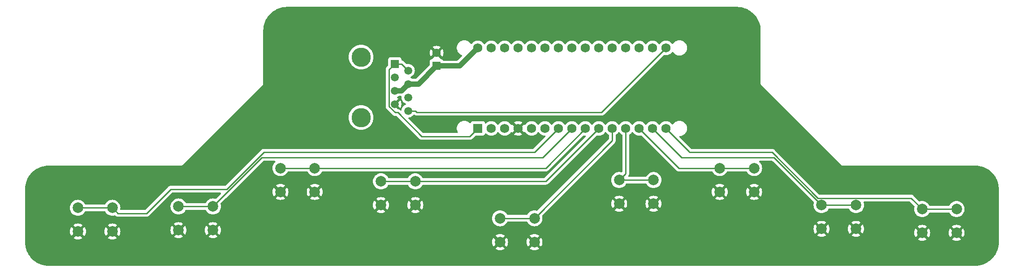
<source format=gbr>
%TF.GenerationSoftware,KiCad,Pcbnew,(6.0.7)*%
%TF.CreationDate,2022-10-09T17:55:30-05:00*%
%TF.ProjectId,FieldBangerPCB,4669656c-6442-4616-9e67-65725043422e,rev?*%
%TF.SameCoordinates,Original*%
%TF.FileFunction,Copper,L1,Top*%
%TF.FilePolarity,Positive*%
%FSLAX46Y46*%
G04 Gerber Fmt 4.6, Leading zero omitted, Abs format (unit mm)*
G04 Created by KiCad (PCBNEW (6.0.7)) date 2022-10-09 17:55:30*
%MOMM*%
%LPD*%
G01*
G04 APERTURE LIST*
%TA.AperFunction,ComponentPad*%
%ADD10R,1.600000X1.600000*%
%TD*%
%TA.AperFunction,ComponentPad*%
%ADD11C,1.600000*%
%TD*%
%TA.AperFunction,ComponentPad*%
%ADD12C,2.000000*%
%TD*%
%TA.AperFunction,ComponentPad*%
%ADD13C,1.727200*%
%TD*%
%TA.AperFunction,ComponentPad*%
%ADD14R,1.727200X1.727200*%
%TD*%
%TA.AperFunction,WasherPad*%
%ADD15C,3.650000*%
%TD*%
%TA.AperFunction,ComponentPad*%
%ADD16R,1.500000X1.500000*%
%TD*%
%TA.AperFunction,ComponentPad*%
%ADD17C,1.500000*%
%TD*%
%TA.AperFunction,Conductor*%
%ADD18C,0.250000*%
%TD*%
%TA.AperFunction,Conductor*%
%ADD19C,1.000000*%
%TD*%
G04 APERTURE END LIST*
D10*
%TO.P,C1,1*%
%TO.N,+12V*%
X113250000Y-41682379D03*
D11*
%TO.P,C1,2*%
%TO.N,GND*%
X113250000Y-39182379D03*
%TD*%
D12*
%TO.P,SW4,1,A*%
%TO.N,Net-(SW4-Pad1)*%
X166750000Y-61000000D03*
X173250000Y-61000000D03*
%TO.P,SW4,2,B*%
%TO.N,GND*%
X173250000Y-65500000D03*
X166750000Y-65500000D03*
%TD*%
D13*
%TO.P,XA1,3V3,3.3V*%
%TO.N,unconnected-(XA1-Pad3V3)*%
X154070000Y-38250000D03*
%TO.P,XA1,5V,5V*%
%TO.N,unconnected-(XA1-Pad5V)*%
X128670000Y-38250000D03*
%TO.P,XA1,A0,A0*%
%TO.N,unconnected-(XA1-PadA0)*%
X148990000Y-38250000D03*
%TO.P,XA1,A1,A1*%
%TO.N,unconnected-(XA1-PadA1)*%
X146450000Y-38250000D03*
%TO.P,XA1,A2,A2*%
%TO.N,unconnected-(XA1-PadA2)*%
X143910000Y-38250000D03*
%TO.P,XA1,A3,A3*%
%TO.N,unconnected-(XA1-PadA3)*%
X141370000Y-38250000D03*
%TO.P,XA1,A4,A4_SDA*%
%TO.N,unconnected-(XA1-PadA4)*%
X138830000Y-38250000D03*
%TO.P,XA1,A5,A5_SCL*%
%TO.N,unconnected-(XA1-PadA5)*%
X136290000Y-38250000D03*
%TO.P,XA1,A6,A6*%
%TO.N,unconnected-(XA1-PadA6)*%
X133750000Y-38250000D03*
%TO.P,XA1,A7,A7*%
%TO.N,unconnected-(XA1-PadA7)*%
X131210000Y-38250000D03*
%TO.P,XA1,AREF,AREF*%
%TO.N,unconnected-(XA1-PadAREF)*%
X151530000Y-38250000D03*
%TO.P,XA1,D0,D0_RX0*%
%TO.N,Net-(J1-Pad3)*%
X123590000Y-53490000D03*
D14*
%TO.P,XA1,D1,D1_TX0*%
%TO.N,Net-(J1-Pad1)*%
X121050000Y-53490000D03*
D13*
%TO.P,XA1,D2,D2_INT0*%
%TO.N,unconnected-(XA1-PadD2)*%
X131210000Y-53490000D03*
%TO.P,XA1,D3,D3_INT1*%
%TO.N,unconnected-(XA1-PadD3)*%
X133750000Y-53490000D03*
%TO.P,XA1,D4,D4*%
%TO.N,Net-(SW1-Pad1)*%
X136290000Y-53490000D03*
%TO.P,XA1,D5,D5*%
%TO.N,Net-(SW6-Pad1)*%
X138830000Y-53490000D03*
%TO.P,XA1,D6,D6*%
%TO.N,Net-(SW2-Pad1)*%
X141370000Y-53490000D03*
%TO.P,XA1,D7,D7*%
%TO.N,Net-(SW7-Pad1)*%
X143910000Y-53490000D03*
%TO.P,XA1,D8,D8*%
%TO.N,Net-(SW3-Pad1)*%
X146450000Y-53490000D03*
%TO.P,XA1,D9,D9*%
%TO.N,Net-(SW8-Pad1)*%
X148990000Y-53490000D03*
%TO.P,XA1,D10,D10_CS*%
%TO.N,Net-(SW4-Pad1)*%
X151530000Y-53490000D03*
%TO.P,XA1,D11,D11_MOSI*%
%TO.N,Net-(SW9-Pad1)*%
X154070000Y-53490000D03*
%TO.P,XA1,D12,D12_MISO*%
%TO.N,Net-(SW5-Pad1)*%
X156610000Y-53490000D03*
%TO.P,XA1,D13,D13_SCK*%
%TO.N,Net-(J1-Pad8)*%
X156610000Y-38250000D03*
%TO.P,XA1,GND1,GND*%
%TO.N,GND*%
X128670000Y-53490000D03*
%TO.P,XA1,GND2,GND*%
%TO.N,unconnected-(XA1-PadGND2)*%
X123590000Y-38250000D03*
%TO.P,XA1,RST1,RESET*%
%TO.N,unconnected-(XA1-PadRST1)*%
X126130000Y-53490000D03*
%TO.P,XA1,RST2,RESET*%
%TO.N,unconnected-(XA1-PadRST2)*%
X126130000Y-38250000D03*
%TO.P,XA1,VIN,VIN*%
%TO.N,+12V*%
X121050000Y-38250000D03*
%TD*%
D12*
%TO.P,SW5,1,A*%
%TO.N,Net-(SW5-Pad1)*%
X205000000Y-68750000D03*
X211500000Y-68750000D03*
%TO.P,SW5,2,B*%
%TO.N,GND*%
X205000000Y-73250000D03*
X211500000Y-73250000D03*
%TD*%
%TO.P,SW8,1,A*%
%TO.N,Net-(SW8-Pad1)*%
X154250000Y-63250000D03*
X147750000Y-63250000D03*
%TO.P,SW8,2,B*%
%TO.N,GND*%
X147750000Y-67750000D03*
X154250000Y-67750000D03*
%TD*%
%TO.P,SW9,1,A*%
%TO.N,Net-(SW9-Pad1)*%
X192500000Y-68000000D03*
X186000000Y-68000000D03*
%TO.P,SW9,2,B*%
%TO.N,GND*%
X186000000Y-72500000D03*
X192500000Y-72500000D03*
%TD*%
D15*
%TO.P,J1,*%
%TO.N,*%
X99000000Y-51430000D03*
X99000000Y-40000000D03*
D16*
%TO.P,J1,1*%
%TO.N,Net-(J1-Pad1)*%
X105350000Y-41270000D03*
D17*
%TO.P,J1,2*%
X107890000Y-42540000D03*
%TO.P,J1,3*%
%TO.N,Net-(J1-Pad3)*%
X105350000Y-43810000D03*
%TO.P,J1,4*%
%TO.N,+12V*%
X107890000Y-45080000D03*
%TO.P,J1,5*%
X105350000Y-46350000D03*
%TO.P,J1,6*%
%TO.N,Net-(J1-Pad3)*%
X107890000Y-47620000D03*
%TO.P,J1,7*%
%TO.N,GND*%
X105350000Y-48890000D03*
%TO.P,J1,8*%
%TO.N,Net-(J1-Pad8)*%
X107890000Y-50160000D03*
%TD*%
D12*
%TO.P,SW3,1,A*%
%TO.N,Net-(SW3-Pad1)*%
X125250000Y-70500000D03*
X131750000Y-70500000D03*
%TO.P,SW3,2,B*%
%TO.N,GND*%
X131750000Y-75000000D03*
X125250000Y-75000000D03*
%TD*%
%TO.P,SW6,1,A*%
%TO.N,Net-(SW6-Pad1)*%
X71000000Y-68250000D03*
X64500000Y-68250000D03*
%TO.P,SW6,2,B*%
%TO.N,GND*%
X64500000Y-72750000D03*
X71000000Y-72750000D03*
%TD*%
%TO.P,SW2,1,A*%
%TO.N,Net-(SW2-Pad1)*%
X83750000Y-61000000D03*
X90250000Y-61000000D03*
%TO.P,SW2,2,B*%
%TO.N,GND*%
X90250000Y-65500000D03*
X83750000Y-65500000D03*
%TD*%
%TO.P,SW7,1,A*%
%TO.N,Net-(SW7-Pad1)*%
X109250000Y-63500000D03*
X102750000Y-63500000D03*
%TO.P,SW7,2,B*%
%TO.N,GND*%
X109250000Y-68000000D03*
X102750000Y-68000000D03*
%TD*%
%TO.P,SW1,1,A*%
%TO.N,Net-(SW1-Pad1)*%
X52000000Y-68500000D03*
X45500000Y-68500000D03*
%TO.P,SW1,2,B*%
%TO.N,GND*%
X45500000Y-73000000D03*
X52000000Y-73000000D03*
%TD*%
D18*
%TO.N,Net-(J1-Pad8)*%
X109267500Y-50160000D02*
X109540000Y-50432500D01*
X107890000Y-50160000D02*
X109267500Y-50160000D01*
%TO.N,Net-(J1-Pad1)*%
X106620000Y-41270000D02*
X107890000Y-42540000D01*
X105350000Y-41270000D02*
X106620000Y-41270000D01*
X104275000Y-49335280D02*
X104275000Y-42345000D01*
X104275000Y-42345000D02*
X105350000Y-41270000D01*
X105417243Y-50477523D02*
X104275000Y-49335280D01*
X105925000Y-50477523D02*
X105417243Y-50477523D01*
D19*
%TO.N,+12V*%
X117617621Y-41682379D02*
X121050000Y-38250000D01*
X113250000Y-41682379D02*
X117617621Y-41682379D01*
X109852379Y-45080000D02*
X113250000Y-41682379D01*
X107890000Y-45080000D02*
X109852379Y-45080000D01*
X106620000Y-46350000D02*
X107890000Y-45080000D01*
X105350000Y-46350000D02*
X106620000Y-46350000D01*
D18*
%TO.N,Net-(J1-Pad1)*%
X110447477Y-55000000D02*
X119540000Y-55000000D01*
X105925000Y-50477523D02*
X110447477Y-55000000D01*
X119540000Y-55000000D02*
X121050000Y-53490000D01*
%TO.N,Net-(J1-Pad8)*%
X144427500Y-50432500D02*
X156610000Y-38250000D01*
X109540000Y-50432500D02*
X144427500Y-50432500D01*
%TO.N,Net-(SW1-Pad1)*%
X45500000Y-68500000D02*
X52000000Y-68500000D01*
X58425000Y-69575000D02*
X63000000Y-65000000D01*
X73613604Y-65000000D02*
X80613604Y-58000000D01*
X63000000Y-65000000D02*
X73613604Y-65000000D01*
X131780000Y-58000000D02*
X136290000Y-53490000D01*
X53075000Y-69575000D02*
X58425000Y-69575000D01*
X52000000Y-68500000D02*
X53075000Y-69575000D01*
X80613604Y-58000000D02*
X131780000Y-58000000D01*
%TO.N,Net-(SW2-Pad1)*%
X90250000Y-61000000D02*
X133860000Y-61000000D01*
X83750000Y-61000000D02*
X90250000Y-61000000D01*
X133860000Y-61000000D02*
X141370000Y-53490000D01*
%TO.N,Net-(SW3-Pad1)*%
X146450000Y-55800000D02*
X146450000Y-53490000D01*
X125250000Y-70500000D02*
X131750000Y-70500000D01*
X131750000Y-70500000D02*
X146450000Y-55800000D01*
%TO.N,Net-(SW4-Pad1)*%
X166750000Y-61000000D02*
X159040000Y-61000000D01*
X166750000Y-61000000D02*
X173250000Y-61000000D01*
X159040000Y-61000000D02*
X151530000Y-53490000D01*
%TO.N,Net-(SW5-Pad1)*%
X202925000Y-66675000D02*
X185311396Y-66675000D01*
X205000000Y-68750000D02*
X211500000Y-68750000D01*
X161000000Y-57880000D02*
X156610000Y-53490000D01*
X205000000Y-68750000D02*
X202925000Y-66675000D01*
X176636396Y-58000000D02*
X161000000Y-58000000D01*
X161000000Y-58000000D02*
X161000000Y-57880000D01*
X185311396Y-66675000D02*
X176636396Y-58000000D01*
%TO.N,Net-(SW6-Pad1)*%
X80250000Y-59000000D02*
X133320000Y-59000000D01*
X64500000Y-68250000D02*
X71000000Y-68250000D01*
X71000000Y-68250000D02*
X80250000Y-59000000D01*
X133320000Y-59000000D02*
X138830000Y-53490000D01*
%TO.N,Net-(SW7-Pad1)*%
X102750000Y-63500000D02*
X109250000Y-63500000D01*
X133900000Y-63500000D02*
X143910000Y-53490000D01*
X109250000Y-63500000D02*
X133900000Y-63500000D01*
%TO.N,Net-(SW8-Pad1)*%
X147750000Y-63250000D02*
X154250000Y-63250000D01*
X147750000Y-63250000D02*
X148990000Y-62010000D01*
X148990000Y-62010000D02*
X148990000Y-53490000D01*
%TO.N,Net-(SW9-Pad1)*%
X154070000Y-53490000D02*
X159580000Y-59000000D01*
X177000000Y-59000000D02*
X186000000Y-68000000D01*
X186000000Y-68000000D02*
X192500000Y-68000000D01*
X159580000Y-59000000D02*
X177000000Y-59000000D01*
%TD*%
%TA.AperFunction,Conductor*%
%TO.N,GND*%
G36*
X169970018Y-30510000D02*
G01*
X169984851Y-30512310D01*
X169984855Y-30512310D01*
X169993724Y-30513691D01*
X170014183Y-30511016D01*
X170036007Y-30510072D01*
X170385965Y-30525352D01*
X170396913Y-30526310D01*
X170774498Y-30576019D01*
X170785307Y-30577926D01*
X171157114Y-30660353D01*
X171167731Y-30663198D01*
X171530939Y-30777718D01*
X171541254Y-30781471D01*
X171893123Y-30927220D01*
X171903067Y-30931858D01*
X172240867Y-31107705D01*
X172250387Y-31113201D01*
X172571574Y-31317820D01*
X172580578Y-31324124D01*
X172882716Y-31555962D01*
X172891137Y-31563028D01*
X173171914Y-31820314D01*
X173179686Y-31828086D01*
X173436972Y-32108863D01*
X173444038Y-32117284D01*
X173675876Y-32419422D01*
X173682180Y-32428426D01*
X173886799Y-32749613D01*
X173892295Y-32759133D01*
X174068138Y-33096924D01*
X174072780Y-33106877D01*
X174218526Y-33458739D01*
X174222285Y-33469068D01*
X174336802Y-33832268D01*
X174339647Y-33842886D01*
X174422073Y-34214685D01*
X174423982Y-34225510D01*
X174473690Y-34603086D01*
X174474648Y-34614036D01*
X174489603Y-34956552D01*
X174488223Y-34981429D01*
X174486309Y-34993724D01*
X174487473Y-35002626D01*
X174487473Y-35002628D01*
X174490436Y-35025283D01*
X174491500Y-35041621D01*
X174491500Y-44928928D01*
X174490145Y-44941058D01*
X174490627Y-44941097D01*
X174489907Y-44950044D01*
X174487926Y-44958800D01*
X174488482Y-44967760D01*
X174491258Y-45012508D01*
X174491500Y-45020310D01*
X174491500Y-45036513D01*
X174492136Y-45040953D01*
X174492984Y-45046878D01*
X174494013Y-45056928D01*
X174495383Y-45079001D01*
X174496945Y-45104177D01*
X174499994Y-45112623D01*
X174500593Y-45115514D01*
X174504822Y-45132480D01*
X174505648Y-45135305D01*
X174506920Y-45144187D01*
X174526522Y-45187298D01*
X174530327Y-45196647D01*
X174546404Y-45241181D01*
X174551699Y-45248429D01*
X174553080Y-45251027D01*
X174561915Y-45266145D01*
X174563494Y-45268614D01*
X174567208Y-45276782D01*
X174573064Y-45283578D01*
X174598115Y-45312652D01*
X174604401Y-45320569D01*
X174609548Y-45327615D01*
X174609553Y-45327620D01*
X174612425Y-45331552D01*
X174623400Y-45342527D01*
X174629758Y-45349374D01*
X174662287Y-45387127D01*
X174669822Y-45392011D01*
X174676066Y-45397458D01*
X174687931Y-45407058D01*
X189590180Y-60309308D01*
X189597800Y-60318845D01*
X189598169Y-60318531D01*
X189603984Y-60325364D01*
X189608776Y-60332958D01*
X189643495Y-60363621D01*
X189649116Y-60368585D01*
X189654803Y-60373931D01*
X189666254Y-60385382D01*
X189674638Y-60391666D01*
X189682463Y-60398037D01*
X189717951Y-60429378D01*
X189726075Y-60433192D01*
X189728553Y-60434820D01*
X189743534Y-60443822D01*
X189746115Y-60445235D01*
X189753295Y-60450616D01*
X189797650Y-60467244D01*
X189806948Y-60471162D01*
X189849800Y-60491281D01*
X189858666Y-60492662D01*
X189861467Y-60493518D01*
X189878404Y-60497962D01*
X189881284Y-60498595D01*
X189889684Y-60501744D01*
X189898629Y-60502409D01*
X189898630Y-60502409D01*
X189936889Y-60505252D01*
X189946937Y-60506406D01*
X189950856Y-60507016D01*
X189960386Y-60508500D01*
X189975923Y-60508500D01*
X189985261Y-60508847D01*
X190025990Y-60511874D01*
X190025991Y-60511874D01*
X190034941Y-60512539D01*
X190043716Y-60510666D01*
X190051973Y-60510103D01*
X190067162Y-60508500D01*
X214950633Y-60508500D01*
X214970018Y-60510000D01*
X214984851Y-60512310D01*
X214984855Y-60512310D01*
X214993724Y-60513691D01*
X215014183Y-60511016D01*
X215036007Y-60510072D01*
X215385965Y-60525352D01*
X215396913Y-60526310D01*
X215774498Y-60576019D01*
X215785307Y-60577926D01*
X216157114Y-60660353D01*
X216167731Y-60663198D01*
X216530939Y-60777718D01*
X216541254Y-60781471D01*
X216893123Y-60927220D01*
X216903067Y-60931858D01*
X217043438Y-61004930D01*
X217240867Y-61107705D01*
X217250387Y-61113201D01*
X217571574Y-61317820D01*
X217580578Y-61324124D01*
X217882716Y-61555962D01*
X217891137Y-61563028D01*
X218171914Y-61820314D01*
X218179686Y-61828086D01*
X218436972Y-62108863D01*
X218444038Y-62117284D01*
X218675876Y-62419422D01*
X218682180Y-62428426D01*
X218886799Y-62749613D01*
X218892294Y-62759132D01*
X219027169Y-63018223D01*
X219068138Y-63096924D01*
X219072780Y-63106877D01*
X219218526Y-63458739D01*
X219222282Y-63469061D01*
X219229365Y-63491524D01*
X219336802Y-63832268D01*
X219339647Y-63842885D01*
X219416863Y-64191183D01*
X219422073Y-64214685D01*
X219423981Y-64225502D01*
X219456296Y-64470965D01*
X219473690Y-64603086D01*
X219474648Y-64614035D01*
X219488892Y-64940260D01*
X219489603Y-64956552D01*
X219488223Y-64981429D01*
X219486309Y-64993724D01*
X219487473Y-65002626D01*
X219487473Y-65002628D01*
X219490436Y-65025283D01*
X219491500Y-65041621D01*
X219491500Y-74950633D01*
X219490000Y-74970018D01*
X219487690Y-74984851D01*
X219487690Y-74984855D01*
X219486309Y-74993724D01*
X219488984Y-75014183D01*
X219489928Y-75036007D01*
X219480958Y-75241446D01*
X219474648Y-75385964D01*
X219473690Y-75396914D01*
X219423982Y-75774490D01*
X219422074Y-75785307D01*
X219394997Y-75907445D01*
X219339647Y-76157114D01*
X219336802Y-76167731D01*
X219228168Y-76512275D01*
X219222285Y-76530932D01*
X219218529Y-76541254D01*
X219115439Y-76790136D01*
X219072784Y-76893114D01*
X219068138Y-76903076D01*
X218892295Y-77240867D01*
X218886799Y-77250387D01*
X218682180Y-77571574D01*
X218675876Y-77580578D01*
X218444038Y-77882716D01*
X218436972Y-77891137D01*
X218179686Y-78171914D01*
X218171914Y-78179686D01*
X217891137Y-78436972D01*
X217882716Y-78444038D01*
X217580578Y-78675876D01*
X217571574Y-78682180D01*
X217250387Y-78886799D01*
X217240868Y-78892294D01*
X216903067Y-79068142D01*
X216893123Y-79072780D01*
X216541254Y-79218529D01*
X216530939Y-79222282D01*
X216167732Y-79336802D01*
X216157115Y-79339647D01*
X215785307Y-79422074D01*
X215774498Y-79423981D01*
X215396914Y-79473690D01*
X215385965Y-79474648D01*
X215043446Y-79489603D01*
X215018571Y-79488223D01*
X215006276Y-79486309D01*
X214997374Y-79487473D01*
X214997372Y-79487473D01*
X214982323Y-79489441D01*
X214974714Y-79490436D01*
X214958379Y-79491500D01*
X40049367Y-79491500D01*
X40029982Y-79490000D01*
X40015149Y-79487690D01*
X40015145Y-79487690D01*
X40006276Y-79486309D01*
X39985817Y-79488984D01*
X39963993Y-79489928D01*
X39614035Y-79474648D01*
X39603086Y-79473690D01*
X39225502Y-79423981D01*
X39214693Y-79422074D01*
X38842885Y-79339647D01*
X38832268Y-79336802D01*
X38469061Y-79222282D01*
X38458746Y-79218529D01*
X38106877Y-79072780D01*
X38096933Y-79068142D01*
X37759132Y-78892294D01*
X37749613Y-78886799D01*
X37428426Y-78682180D01*
X37419422Y-78675876D01*
X37117284Y-78444038D01*
X37108863Y-78436972D01*
X36828086Y-78179686D01*
X36820314Y-78171914D01*
X36563028Y-77891137D01*
X36555962Y-77882716D01*
X36324124Y-77580578D01*
X36317820Y-77571574D01*
X36113201Y-77250387D01*
X36107705Y-77240867D01*
X35931862Y-76903076D01*
X35927216Y-76893114D01*
X35884562Y-76790136D01*
X35781471Y-76541254D01*
X35777715Y-76530932D01*
X35771833Y-76512275D01*
X35683673Y-76232670D01*
X124382160Y-76232670D01*
X124387887Y-76240320D01*
X124559042Y-76345205D01*
X124567837Y-76349687D01*
X124777988Y-76436734D01*
X124787373Y-76439783D01*
X125008554Y-76492885D01*
X125018301Y-76494428D01*
X125245070Y-76512275D01*
X125254930Y-76512275D01*
X125481699Y-76494428D01*
X125491446Y-76492885D01*
X125712627Y-76439783D01*
X125722012Y-76436734D01*
X125932163Y-76349687D01*
X125940958Y-76345205D01*
X126108445Y-76242568D01*
X126117400Y-76232670D01*
X130882160Y-76232670D01*
X130887887Y-76240320D01*
X131059042Y-76345205D01*
X131067837Y-76349687D01*
X131277988Y-76436734D01*
X131287373Y-76439783D01*
X131508554Y-76492885D01*
X131518301Y-76494428D01*
X131745070Y-76512275D01*
X131754930Y-76512275D01*
X131981699Y-76494428D01*
X131991446Y-76492885D01*
X132212627Y-76439783D01*
X132222012Y-76436734D01*
X132432163Y-76349687D01*
X132440958Y-76345205D01*
X132608445Y-76242568D01*
X132617907Y-76232110D01*
X132614124Y-76223334D01*
X131762812Y-75372022D01*
X131748868Y-75364408D01*
X131747035Y-75364539D01*
X131740420Y-75368790D01*
X130888920Y-76220290D01*
X130882160Y-76232670D01*
X126117400Y-76232670D01*
X126117907Y-76232110D01*
X126114124Y-76223334D01*
X125262812Y-75372022D01*
X125248868Y-75364408D01*
X125247035Y-75364539D01*
X125240420Y-75368790D01*
X124388920Y-76220290D01*
X124382160Y-76232670D01*
X35683673Y-76232670D01*
X35663198Y-76167731D01*
X35660353Y-76157114D01*
X35605003Y-75907445D01*
X35577926Y-75785307D01*
X35576018Y-75774490D01*
X35526310Y-75396914D01*
X35525352Y-75385964D01*
X35510561Y-75047208D01*
X35512188Y-75020805D01*
X35512769Y-75017352D01*
X35512770Y-75017345D01*
X35513576Y-75012552D01*
X35513669Y-75004930D01*
X123737725Y-75004930D01*
X123755572Y-75231699D01*
X123757115Y-75241446D01*
X123810217Y-75462627D01*
X123813266Y-75472012D01*
X123900313Y-75682163D01*
X123904795Y-75690958D01*
X124007432Y-75858445D01*
X124017890Y-75867907D01*
X124026666Y-75864124D01*
X124877978Y-75012812D01*
X124884356Y-75001132D01*
X125614408Y-75001132D01*
X125614539Y-75002965D01*
X125618790Y-75009580D01*
X126470290Y-75861080D01*
X126482670Y-75867840D01*
X126490320Y-75862113D01*
X126595205Y-75690958D01*
X126599687Y-75682163D01*
X126686734Y-75472012D01*
X126689783Y-75462627D01*
X126742885Y-75241446D01*
X126744428Y-75231699D01*
X126762275Y-75004930D01*
X130237725Y-75004930D01*
X130255572Y-75231699D01*
X130257115Y-75241446D01*
X130310217Y-75462627D01*
X130313266Y-75472012D01*
X130400313Y-75682163D01*
X130404795Y-75690958D01*
X130507432Y-75858445D01*
X130517890Y-75867907D01*
X130526666Y-75864124D01*
X131377978Y-75012812D01*
X131384356Y-75001132D01*
X132114408Y-75001132D01*
X132114539Y-75002965D01*
X132118790Y-75009580D01*
X132970290Y-75861080D01*
X132982670Y-75867840D01*
X132990320Y-75862113D01*
X133095205Y-75690958D01*
X133099687Y-75682163D01*
X133186734Y-75472012D01*
X133189783Y-75462627D01*
X133242885Y-75241446D01*
X133244428Y-75231699D01*
X133262275Y-75004930D01*
X133262275Y-74995070D01*
X133244428Y-74768301D01*
X133242885Y-74758554D01*
X133189783Y-74537373D01*
X133186734Y-74527988D01*
X133167963Y-74482670D01*
X204132160Y-74482670D01*
X204137887Y-74490320D01*
X204309042Y-74595205D01*
X204317837Y-74599687D01*
X204527988Y-74686734D01*
X204537373Y-74689783D01*
X204758554Y-74742885D01*
X204768301Y-74744428D01*
X204995070Y-74762275D01*
X205004930Y-74762275D01*
X205231699Y-74744428D01*
X205241446Y-74742885D01*
X205462627Y-74689783D01*
X205472012Y-74686734D01*
X205682163Y-74599687D01*
X205690958Y-74595205D01*
X205858445Y-74492568D01*
X205867400Y-74482670D01*
X210632160Y-74482670D01*
X210637887Y-74490320D01*
X210809042Y-74595205D01*
X210817837Y-74599687D01*
X211027988Y-74686734D01*
X211037373Y-74689783D01*
X211258554Y-74742885D01*
X211268301Y-74744428D01*
X211495070Y-74762275D01*
X211504930Y-74762275D01*
X211731699Y-74744428D01*
X211741446Y-74742885D01*
X211962627Y-74689783D01*
X211972012Y-74686734D01*
X212182163Y-74599687D01*
X212190958Y-74595205D01*
X212358445Y-74492568D01*
X212367907Y-74482110D01*
X212364124Y-74473334D01*
X211512812Y-73622022D01*
X211498868Y-73614408D01*
X211497035Y-73614539D01*
X211490420Y-73618790D01*
X210638920Y-74470290D01*
X210632160Y-74482670D01*
X205867400Y-74482670D01*
X205867907Y-74482110D01*
X205864124Y-74473334D01*
X205012812Y-73622022D01*
X204998868Y-73614408D01*
X204997035Y-73614539D01*
X204990420Y-73618790D01*
X204138920Y-74470290D01*
X204132160Y-74482670D01*
X133167963Y-74482670D01*
X133099687Y-74317837D01*
X133095205Y-74309042D01*
X132992568Y-74141555D01*
X132982110Y-74132093D01*
X132973334Y-74135876D01*
X132122022Y-74987188D01*
X132114408Y-75001132D01*
X131384356Y-75001132D01*
X131385592Y-74998868D01*
X131385461Y-74997035D01*
X131381210Y-74990420D01*
X130529710Y-74138920D01*
X130517330Y-74132160D01*
X130509680Y-74137887D01*
X130404795Y-74309042D01*
X130400313Y-74317837D01*
X130313266Y-74527988D01*
X130310217Y-74537373D01*
X130257115Y-74758554D01*
X130255572Y-74768301D01*
X130237725Y-74995070D01*
X130237725Y-75004930D01*
X126762275Y-75004930D01*
X126762275Y-74995070D01*
X126744428Y-74768301D01*
X126742885Y-74758554D01*
X126689783Y-74537373D01*
X126686734Y-74527988D01*
X126599687Y-74317837D01*
X126595205Y-74309042D01*
X126492568Y-74141555D01*
X126482110Y-74132093D01*
X126473334Y-74135876D01*
X125622022Y-74987188D01*
X125614408Y-75001132D01*
X124884356Y-75001132D01*
X124885592Y-74998868D01*
X124885461Y-74997035D01*
X124881210Y-74990420D01*
X124029710Y-74138920D01*
X124017330Y-74132160D01*
X124009680Y-74137887D01*
X123904795Y-74309042D01*
X123900313Y-74317837D01*
X123813266Y-74527988D01*
X123810217Y-74537373D01*
X123757115Y-74758554D01*
X123755572Y-74768301D01*
X123737725Y-74995070D01*
X123737725Y-75004930D01*
X35513669Y-75004930D01*
X35513729Y-75000000D01*
X35509773Y-74972376D01*
X35508500Y-74954514D01*
X35508500Y-74232670D01*
X44632160Y-74232670D01*
X44637887Y-74240320D01*
X44809042Y-74345205D01*
X44817837Y-74349687D01*
X45027988Y-74436734D01*
X45037373Y-74439783D01*
X45258554Y-74492885D01*
X45268301Y-74494428D01*
X45495070Y-74512275D01*
X45504930Y-74512275D01*
X45731699Y-74494428D01*
X45741446Y-74492885D01*
X45962627Y-74439783D01*
X45972012Y-74436734D01*
X46182163Y-74349687D01*
X46190958Y-74345205D01*
X46358445Y-74242568D01*
X46367400Y-74232670D01*
X51132160Y-74232670D01*
X51137887Y-74240320D01*
X51309042Y-74345205D01*
X51317837Y-74349687D01*
X51527988Y-74436734D01*
X51537373Y-74439783D01*
X51758554Y-74492885D01*
X51768301Y-74494428D01*
X51995070Y-74512275D01*
X52004930Y-74512275D01*
X52231699Y-74494428D01*
X52241446Y-74492885D01*
X52462627Y-74439783D01*
X52472012Y-74436734D01*
X52682163Y-74349687D01*
X52690958Y-74345205D01*
X52858445Y-74242568D01*
X52867907Y-74232110D01*
X52864124Y-74223334D01*
X52623460Y-73982670D01*
X63632160Y-73982670D01*
X63637887Y-73990320D01*
X63809042Y-74095205D01*
X63817837Y-74099687D01*
X64027988Y-74186734D01*
X64037373Y-74189783D01*
X64258554Y-74242885D01*
X64268301Y-74244428D01*
X64495070Y-74262275D01*
X64504930Y-74262275D01*
X64731699Y-74244428D01*
X64741446Y-74242885D01*
X64962627Y-74189783D01*
X64972012Y-74186734D01*
X65182163Y-74099687D01*
X65190958Y-74095205D01*
X65358445Y-73992568D01*
X65367400Y-73982670D01*
X70132160Y-73982670D01*
X70137887Y-73990320D01*
X70309042Y-74095205D01*
X70317837Y-74099687D01*
X70527988Y-74186734D01*
X70537373Y-74189783D01*
X70758554Y-74242885D01*
X70768301Y-74244428D01*
X70995070Y-74262275D01*
X71004930Y-74262275D01*
X71231699Y-74244428D01*
X71241446Y-74242885D01*
X71462627Y-74189783D01*
X71472012Y-74186734D01*
X71682163Y-74099687D01*
X71690958Y-74095205D01*
X71858445Y-73992568D01*
X71867907Y-73982110D01*
X71864124Y-73973334D01*
X71658680Y-73767890D01*
X124382093Y-73767890D01*
X124385876Y-73776666D01*
X125237188Y-74627978D01*
X125251132Y-74635592D01*
X125252965Y-74635461D01*
X125259580Y-74631210D01*
X126111080Y-73779710D01*
X126117534Y-73767890D01*
X130882093Y-73767890D01*
X130885876Y-73776666D01*
X131737188Y-74627978D01*
X131751132Y-74635592D01*
X131752965Y-74635461D01*
X131759580Y-74631210D01*
X132611080Y-73779710D01*
X132617840Y-73767330D01*
X132612113Y-73759680D01*
X132568037Y-73732670D01*
X185132160Y-73732670D01*
X185137887Y-73740320D01*
X185309042Y-73845205D01*
X185317837Y-73849687D01*
X185527988Y-73936734D01*
X185537373Y-73939783D01*
X185758554Y-73992885D01*
X185768301Y-73994428D01*
X185995070Y-74012275D01*
X186004930Y-74012275D01*
X186231699Y-73994428D01*
X186241446Y-73992885D01*
X186462627Y-73939783D01*
X186472012Y-73936734D01*
X186682163Y-73849687D01*
X186690958Y-73845205D01*
X186858445Y-73742568D01*
X186867400Y-73732670D01*
X191632160Y-73732670D01*
X191637887Y-73740320D01*
X191809042Y-73845205D01*
X191817837Y-73849687D01*
X192027988Y-73936734D01*
X192037373Y-73939783D01*
X192258554Y-73992885D01*
X192268301Y-73994428D01*
X192495070Y-74012275D01*
X192504930Y-74012275D01*
X192731699Y-73994428D01*
X192741446Y-73992885D01*
X192962627Y-73939783D01*
X192972012Y-73936734D01*
X193182163Y-73849687D01*
X193190958Y-73845205D01*
X193358445Y-73742568D01*
X193367907Y-73732110D01*
X193364124Y-73723334D01*
X192512812Y-72872022D01*
X192498868Y-72864408D01*
X192497035Y-72864539D01*
X192490420Y-72868790D01*
X191638920Y-73720290D01*
X191632160Y-73732670D01*
X186867400Y-73732670D01*
X186867907Y-73732110D01*
X186864124Y-73723334D01*
X186012812Y-72872022D01*
X185998868Y-72864408D01*
X185997035Y-72864539D01*
X185990420Y-72868790D01*
X185138920Y-73720290D01*
X185132160Y-73732670D01*
X132568037Y-73732670D01*
X132440958Y-73654795D01*
X132432163Y-73650313D01*
X132222012Y-73563266D01*
X132212627Y-73560217D01*
X131991446Y-73507115D01*
X131981699Y-73505572D01*
X131754930Y-73487725D01*
X131745070Y-73487725D01*
X131518301Y-73505572D01*
X131508554Y-73507115D01*
X131287373Y-73560217D01*
X131277988Y-73563266D01*
X131067837Y-73650313D01*
X131059042Y-73654795D01*
X130891555Y-73757432D01*
X130882093Y-73767890D01*
X126117534Y-73767890D01*
X126117840Y-73767330D01*
X126112113Y-73759680D01*
X125940958Y-73654795D01*
X125932163Y-73650313D01*
X125722012Y-73563266D01*
X125712627Y-73560217D01*
X125491446Y-73507115D01*
X125481699Y-73505572D01*
X125254930Y-73487725D01*
X125245070Y-73487725D01*
X125018301Y-73505572D01*
X125008554Y-73507115D01*
X124787373Y-73560217D01*
X124777988Y-73563266D01*
X124567837Y-73650313D01*
X124559042Y-73654795D01*
X124391555Y-73757432D01*
X124382093Y-73767890D01*
X71658680Y-73767890D01*
X71012812Y-73122022D01*
X70998868Y-73114408D01*
X70997035Y-73114539D01*
X70990420Y-73118790D01*
X70138920Y-73970290D01*
X70132160Y-73982670D01*
X65367400Y-73982670D01*
X65367907Y-73982110D01*
X65364124Y-73973334D01*
X64512812Y-73122022D01*
X64498868Y-73114408D01*
X64497035Y-73114539D01*
X64490420Y-73118790D01*
X63638920Y-73970290D01*
X63632160Y-73982670D01*
X52623460Y-73982670D01*
X52012812Y-73372022D01*
X51998868Y-73364408D01*
X51997035Y-73364539D01*
X51990420Y-73368790D01*
X51138920Y-74220290D01*
X51132160Y-74232670D01*
X46367400Y-74232670D01*
X46367907Y-74232110D01*
X46364124Y-74223334D01*
X45512812Y-73372022D01*
X45498868Y-73364408D01*
X45497035Y-73364539D01*
X45490420Y-73368790D01*
X44638920Y-74220290D01*
X44632160Y-74232670D01*
X35508500Y-74232670D01*
X35508500Y-73004930D01*
X43987725Y-73004930D01*
X44005572Y-73231699D01*
X44007115Y-73241446D01*
X44060217Y-73462627D01*
X44063266Y-73472012D01*
X44150313Y-73682163D01*
X44154795Y-73690958D01*
X44257432Y-73858445D01*
X44267890Y-73867907D01*
X44276666Y-73864124D01*
X45127978Y-73012812D01*
X45134356Y-73001132D01*
X45864408Y-73001132D01*
X45864539Y-73002965D01*
X45868790Y-73009580D01*
X46720290Y-73861080D01*
X46732670Y-73867840D01*
X46740320Y-73862113D01*
X46845205Y-73690958D01*
X46849687Y-73682163D01*
X46936734Y-73472012D01*
X46939783Y-73462627D01*
X46992885Y-73241446D01*
X46994428Y-73231699D01*
X47012275Y-73004930D01*
X50487725Y-73004930D01*
X50505572Y-73231699D01*
X50507115Y-73241446D01*
X50560217Y-73462627D01*
X50563266Y-73472012D01*
X50650313Y-73682163D01*
X50654795Y-73690958D01*
X50757432Y-73858445D01*
X50767890Y-73867907D01*
X50776666Y-73864124D01*
X51627978Y-73012812D01*
X51634356Y-73001132D01*
X52364408Y-73001132D01*
X52364539Y-73002965D01*
X52368790Y-73009580D01*
X53220290Y-73861080D01*
X53232670Y-73867840D01*
X53240320Y-73862113D01*
X53345205Y-73690958D01*
X53349687Y-73682163D01*
X53436734Y-73472012D01*
X53439783Y-73462627D01*
X53492885Y-73241446D01*
X53494428Y-73231699D01*
X53512275Y-73004930D01*
X53512275Y-72995070D01*
X53494428Y-72768301D01*
X53492885Y-72758554D01*
X53492015Y-72754930D01*
X62987725Y-72754930D01*
X63005572Y-72981699D01*
X63007115Y-72991446D01*
X63060217Y-73212627D01*
X63063266Y-73222012D01*
X63150313Y-73432163D01*
X63154795Y-73440958D01*
X63257432Y-73608445D01*
X63267890Y-73617907D01*
X63276666Y-73614124D01*
X64127978Y-72762812D01*
X64134356Y-72751132D01*
X64864408Y-72751132D01*
X64864539Y-72752965D01*
X64868790Y-72759580D01*
X65720290Y-73611080D01*
X65732670Y-73617840D01*
X65740320Y-73612113D01*
X65845205Y-73440958D01*
X65849687Y-73432163D01*
X65936734Y-73222012D01*
X65939783Y-73212627D01*
X65992885Y-72991446D01*
X65994428Y-72981699D01*
X66012275Y-72754930D01*
X69487725Y-72754930D01*
X69505572Y-72981699D01*
X69507115Y-72991446D01*
X69560217Y-73212627D01*
X69563266Y-73222012D01*
X69650313Y-73432163D01*
X69654795Y-73440958D01*
X69757432Y-73608445D01*
X69767890Y-73617907D01*
X69776666Y-73614124D01*
X70627978Y-72762812D01*
X70634356Y-72751132D01*
X71364408Y-72751132D01*
X71364539Y-72752965D01*
X71368790Y-72759580D01*
X72220290Y-73611080D01*
X72232670Y-73617840D01*
X72240320Y-73612113D01*
X72345205Y-73440958D01*
X72349687Y-73432163D01*
X72436734Y-73222012D01*
X72439783Y-73212627D01*
X72492885Y-72991446D01*
X72494428Y-72981699D01*
X72512275Y-72754930D01*
X72512275Y-72745070D01*
X72494428Y-72518301D01*
X72492885Y-72508554D01*
X72492015Y-72504930D01*
X184487725Y-72504930D01*
X184505572Y-72731699D01*
X184507115Y-72741446D01*
X184560217Y-72962627D01*
X184563266Y-72972012D01*
X184650313Y-73182163D01*
X184654795Y-73190958D01*
X184757432Y-73358445D01*
X184767890Y-73367907D01*
X184776666Y-73364124D01*
X185627978Y-72512812D01*
X185634356Y-72501132D01*
X186364408Y-72501132D01*
X186364539Y-72502965D01*
X186368790Y-72509580D01*
X187220290Y-73361080D01*
X187232670Y-73367840D01*
X187240320Y-73362113D01*
X187345205Y-73190958D01*
X187349687Y-73182163D01*
X187436734Y-72972012D01*
X187439783Y-72962627D01*
X187492885Y-72741446D01*
X187494428Y-72731699D01*
X187512275Y-72504930D01*
X190987725Y-72504930D01*
X191005572Y-72731699D01*
X191007115Y-72741446D01*
X191060217Y-72962627D01*
X191063266Y-72972012D01*
X191150313Y-73182163D01*
X191154795Y-73190958D01*
X191257432Y-73358445D01*
X191267890Y-73367907D01*
X191276666Y-73364124D01*
X192127978Y-72512812D01*
X192134356Y-72501132D01*
X192864408Y-72501132D01*
X192864539Y-72502965D01*
X192868790Y-72509580D01*
X193720290Y-73361080D01*
X193732670Y-73367840D01*
X193740320Y-73362113D01*
X193806003Y-73254930D01*
X203487725Y-73254930D01*
X203505572Y-73481699D01*
X203507115Y-73491446D01*
X203560217Y-73712627D01*
X203563266Y-73722012D01*
X203650313Y-73932163D01*
X203654795Y-73940958D01*
X203757432Y-74108445D01*
X203767890Y-74117907D01*
X203776666Y-74114124D01*
X204627978Y-73262812D01*
X204634356Y-73251132D01*
X205364408Y-73251132D01*
X205364539Y-73252965D01*
X205368790Y-73259580D01*
X206220290Y-74111080D01*
X206232670Y-74117840D01*
X206240320Y-74112113D01*
X206345205Y-73940958D01*
X206349687Y-73932163D01*
X206436734Y-73722012D01*
X206439783Y-73712627D01*
X206492885Y-73491446D01*
X206494428Y-73481699D01*
X206512275Y-73254930D01*
X209987725Y-73254930D01*
X210005572Y-73481699D01*
X210007115Y-73491446D01*
X210060217Y-73712627D01*
X210063266Y-73722012D01*
X210150313Y-73932163D01*
X210154795Y-73940958D01*
X210257432Y-74108445D01*
X210267890Y-74117907D01*
X210276666Y-74114124D01*
X211127978Y-73262812D01*
X211134356Y-73251132D01*
X211864408Y-73251132D01*
X211864539Y-73252965D01*
X211868790Y-73259580D01*
X212720290Y-74111080D01*
X212732670Y-74117840D01*
X212740320Y-74112113D01*
X212845205Y-73940958D01*
X212849687Y-73932163D01*
X212936734Y-73722012D01*
X212939783Y-73712627D01*
X212992885Y-73491446D01*
X212994428Y-73481699D01*
X213012275Y-73254930D01*
X213012275Y-73245070D01*
X212994428Y-73018301D01*
X212992885Y-73008554D01*
X212939783Y-72787373D01*
X212936734Y-72777988D01*
X212849687Y-72567837D01*
X212845205Y-72559042D01*
X212742568Y-72391555D01*
X212732110Y-72382093D01*
X212723334Y-72385876D01*
X211872022Y-73237188D01*
X211864408Y-73251132D01*
X211134356Y-73251132D01*
X211135592Y-73248868D01*
X211135461Y-73247035D01*
X211131210Y-73240420D01*
X210279710Y-72388920D01*
X210267330Y-72382160D01*
X210259680Y-72387887D01*
X210154795Y-72559042D01*
X210150313Y-72567837D01*
X210063266Y-72777988D01*
X210060217Y-72787373D01*
X210007115Y-73008554D01*
X210005572Y-73018301D01*
X209987725Y-73245070D01*
X209987725Y-73254930D01*
X206512275Y-73254930D01*
X206512275Y-73245070D01*
X206494428Y-73018301D01*
X206492885Y-73008554D01*
X206439783Y-72787373D01*
X206436734Y-72777988D01*
X206349687Y-72567837D01*
X206345205Y-72559042D01*
X206242568Y-72391555D01*
X206232110Y-72382093D01*
X206223334Y-72385876D01*
X205372022Y-73237188D01*
X205364408Y-73251132D01*
X204634356Y-73251132D01*
X204635592Y-73248868D01*
X204635461Y-73247035D01*
X204631210Y-73240420D01*
X203779710Y-72388920D01*
X203767330Y-72382160D01*
X203759680Y-72387887D01*
X203654795Y-72559042D01*
X203650313Y-72567837D01*
X203563266Y-72777988D01*
X203560217Y-72787373D01*
X203507115Y-73008554D01*
X203505572Y-73018301D01*
X203487725Y-73245070D01*
X203487725Y-73254930D01*
X193806003Y-73254930D01*
X193845205Y-73190958D01*
X193849687Y-73182163D01*
X193936734Y-72972012D01*
X193939783Y-72962627D01*
X193992885Y-72741446D01*
X193994428Y-72731699D01*
X194012275Y-72504930D01*
X194012275Y-72495070D01*
X193994428Y-72268301D01*
X193992885Y-72258554D01*
X193939783Y-72037373D01*
X193936734Y-72027988D01*
X193932551Y-72017890D01*
X204132093Y-72017890D01*
X204135876Y-72026666D01*
X204987188Y-72877978D01*
X205001132Y-72885592D01*
X205002965Y-72885461D01*
X205009580Y-72881210D01*
X205861080Y-72029710D01*
X205867534Y-72017890D01*
X210632093Y-72017890D01*
X210635876Y-72026666D01*
X211487188Y-72877978D01*
X211501132Y-72885592D01*
X211502965Y-72885461D01*
X211509580Y-72881210D01*
X212361080Y-72029710D01*
X212367840Y-72017330D01*
X212362113Y-72009680D01*
X212190958Y-71904795D01*
X212182163Y-71900313D01*
X211972012Y-71813266D01*
X211962627Y-71810217D01*
X211741446Y-71757115D01*
X211731699Y-71755572D01*
X211504930Y-71737725D01*
X211495070Y-71737725D01*
X211268301Y-71755572D01*
X211258554Y-71757115D01*
X211037373Y-71810217D01*
X211027988Y-71813266D01*
X210817837Y-71900313D01*
X210809042Y-71904795D01*
X210641555Y-72007432D01*
X210632093Y-72017890D01*
X205867534Y-72017890D01*
X205867840Y-72017330D01*
X205862113Y-72009680D01*
X205690958Y-71904795D01*
X205682163Y-71900313D01*
X205472012Y-71813266D01*
X205462627Y-71810217D01*
X205241446Y-71757115D01*
X205231699Y-71755572D01*
X205004930Y-71737725D01*
X204995070Y-71737725D01*
X204768301Y-71755572D01*
X204758554Y-71757115D01*
X204537373Y-71810217D01*
X204527988Y-71813266D01*
X204317837Y-71900313D01*
X204309042Y-71904795D01*
X204141555Y-72007432D01*
X204132093Y-72017890D01*
X193932551Y-72017890D01*
X193849687Y-71817837D01*
X193845205Y-71809042D01*
X193742568Y-71641555D01*
X193732110Y-71632093D01*
X193723334Y-71635876D01*
X192872022Y-72487188D01*
X192864408Y-72501132D01*
X192134356Y-72501132D01*
X192135592Y-72498868D01*
X192135461Y-72497035D01*
X192131210Y-72490420D01*
X191279710Y-71638920D01*
X191267330Y-71632160D01*
X191259680Y-71637887D01*
X191154795Y-71809042D01*
X191150313Y-71817837D01*
X191063266Y-72027988D01*
X191060217Y-72037373D01*
X191007115Y-72258554D01*
X191005572Y-72268301D01*
X190987725Y-72495070D01*
X190987725Y-72504930D01*
X187512275Y-72504930D01*
X187512275Y-72495070D01*
X187494428Y-72268301D01*
X187492885Y-72258554D01*
X187439783Y-72037373D01*
X187436734Y-72027988D01*
X187349687Y-71817837D01*
X187345205Y-71809042D01*
X187242568Y-71641555D01*
X187232110Y-71632093D01*
X187223334Y-71635876D01*
X186372022Y-72487188D01*
X186364408Y-72501132D01*
X185634356Y-72501132D01*
X185635592Y-72498868D01*
X185635461Y-72497035D01*
X185631210Y-72490420D01*
X184779710Y-71638920D01*
X184767330Y-71632160D01*
X184759680Y-71637887D01*
X184654795Y-71809042D01*
X184650313Y-71817837D01*
X184563266Y-72027988D01*
X184560217Y-72037373D01*
X184507115Y-72258554D01*
X184505572Y-72268301D01*
X184487725Y-72495070D01*
X184487725Y-72504930D01*
X72492015Y-72504930D01*
X72439783Y-72287373D01*
X72436734Y-72277988D01*
X72349687Y-72067837D01*
X72345205Y-72059042D01*
X72242568Y-71891555D01*
X72232110Y-71882093D01*
X72223334Y-71885876D01*
X71372022Y-72737188D01*
X71364408Y-72751132D01*
X70634356Y-72751132D01*
X70635592Y-72748868D01*
X70635461Y-72747035D01*
X70631210Y-72740420D01*
X69779710Y-71888920D01*
X69767330Y-71882160D01*
X69759680Y-71887887D01*
X69654795Y-72059042D01*
X69650313Y-72067837D01*
X69563266Y-72277988D01*
X69560217Y-72287373D01*
X69507115Y-72508554D01*
X69505572Y-72518301D01*
X69487725Y-72745070D01*
X69487725Y-72754930D01*
X66012275Y-72754930D01*
X66012275Y-72745070D01*
X65994428Y-72518301D01*
X65992885Y-72508554D01*
X65939783Y-72287373D01*
X65936734Y-72277988D01*
X65849687Y-72067837D01*
X65845205Y-72059042D01*
X65742568Y-71891555D01*
X65732110Y-71882093D01*
X65723334Y-71885876D01*
X64872022Y-72737188D01*
X64864408Y-72751132D01*
X64134356Y-72751132D01*
X64135592Y-72748868D01*
X64135461Y-72747035D01*
X64131210Y-72740420D01*
X63279710Y-71888920D01*
X63267330Y-71882160D01*
X63259680Y-71887887D01*
X63154795Y-72059042D01*
X63150313Y-72067837D01*
X63063266Y-72277988D01*
X63060217Y-72287373D01*
X63007115Y-72508554D01*
X63005572Y-72518301D01*
X62987725Y-72745070D01*
X62987725Y-72754930D01*
X53492015Y-72754930D01*
X53439783Y-72537373D01*
X53436734Y-72527988D01*
X53349687Y-72317837D01*
X53345205Y-72309042D01*
X53242568Y-72141555D01*
X53232110Y-72132093D01*
X53223334Y-72135876D01*
X52372022Y-72987188D01*
X52364408Y-73001132D01*
X51634356Y-73001132D01*
X51635592Y-72998868D01*
X51635461Y-72997035D01*
X51631210Y-72990420D01*
X50779710Y-72138920D01*
X50767330Y-72132160D01*
X50759680Y-72137887D01*
X50654795Y-72309042D01*
X50650313Y-72317837D01*
X50563266Y-72527988D01*
X50560217Y-72537373D01*
X50507115Y-72758554D01*
X50505572Y-72768301D01*
X50487725Y-72995070D01*
X50487725Y-73004930D01*
X47012275Y-73004930D01*
X47012275Y-72995070D01*
X46994428Y-72768301D01*
X46992885Y-72758554D01*
X46939783Y-72537373D01*
X46936734Y-72527988D01*
X46849687Y-72317837D01*
X46845205Y-72309042D01*
X46742568Y-72141555D01*
X46732110Y-72132093D01*
X46723334Y-72135876D01*
X45872022Y-72987188D01*
X45864408Y-73001132D01*
X45134356Y-73001132D01*
X45135592Y-72998868D01*
X45135461Y-72997035D01*
X45131210Y-72990420D01*
X44279710Y-72138920D01*
X44267330Y-72132160D01*
X44259680Y-72137887D01*
X44154795Y-72309042D01*
X44150313Y-72317837D01*
X44063266Y-72527988D01*
X44060217Y-72537373D01*
X44007115Y-72758554D01*
X44005572Y-72768301D01*
X43987725Y-72995070D01*
X43987725Y-73004930D01*
X35508500Y-73004930D01*
X35508500Y-71767890D01*
X44632093Y-71767890D01*
X44635876Y-71776666D01*
X45487188Y-72627978D01*
X45501132Y-72635592D01*
X45502965Y-72635461D01*
X45509580Y-72631210D01*
X46361080Y-71779710D01*
X46367534Y-71767890D01*
X51132093Y-71767890D01*
X51135876Y-71776666D01*
X51987188Y-72627978D01*
X52001132Y-72635592D01*
X52002965Y-72635461D01*
X52009580Y-72631210D01*
X52861080Y-71779710D01*
X52867840Y-71767330D01*
X52862113Y-71759680D01*
X52690958Y-71654795D01*
X52682163Y-71650313D01*
X52472012Y-71563266D01*
X52462627Y-71560217D01*
X52286326Y-71517890D01*
X63632093Y-71517890D01*
X63635876Y-71526666D01*
X64487188Y-72377978D01*
X64501132Y-72385592D01*
X64502965Y-72385461D01*
X64509580Y-72381210D01*
X65361080Y-71529710D01*
X65367534Y-71517890D01*
X70132093Y-71517890D01*
X70135876Y-71526666D01*
X70987188Y-72377978D01*
X71001132Y-72385592D01*
X71002965Y-72385461D01*
X71009580Y-72381210D01*
X71861080Y-71529710D01*
X71867840Y-71517330D01*
X71862113Y-71509680D01*
X71690958Y-71404795D01*
X71682163Y-71400313D01*
X71472012Y-71313266D01*
X71462627Y-71310217D01*
X71241446Y-71257115D01*
X71231699Y-71255572D01*
X71004930Y-71237725D01*
X70995070Y-71237725D01*
X70768301Y-71255572D01*
X70758554Y-71257115D01*
X70537373Y-71310217D01*
X70527988Y-71313266D01*
X70317837Y-71400313D01*
X70309042Y-71404795D01*
X70141555Y-71507432D01*
X70132093Y-71517890D01*
X65367534Y-71517890D01*
X65367840Y-71517330D01*
X65362113Y-71509680D01*
X65190958Y-71404795D01*
X65182163Y-71400313D01*
X64972012Y-71313266D01*
X64962627Y-71310217D01*
X64741446Y-71257115D01*
X64731699Y-71255572D01*
X64504930Y-71237725D01*
X64495070Y-71237725D01*
X64268301Y-71255572D01*
X64258554Y-71257115D01*
X64037373Y-71310217D01*
X64027988Y-71313266D01*
X63817837Y-71400313D01*
X63809042Y-71404795D01*
X63641555Y-71507432D01*
X63632093Y-71517890D01*
X52286326Y-71517890D01*
X52241446Y-71507115D01*
X52231699Y-71505572D01*
X52004930Y-71487725D01*
X51995070Y-71487725D01*
X51768301Y-71505572D01*
X51758554Y-71507115D01*
X51537373Y-71560217D01*
X51527988Y-71563266D01*
X51317837Y-71650313D01*
X51309042Y-71654795D01*
X51141555Y-71757432D01*
X51132093Y-71767890D01*
X46367534Y-71767890D01*
X46367840Y-71767330D01*
X46362113Y-71759680D01*
X46190958Y-71654795D01*
X46182163Y-71650313D01*
X45972012Y-71563266D01*
X45962627Y-71560217D01*
X45741446Y-71507115D01*
X45731699Y-71505572D01*
X45504930Y-71487725D01*
X45495070Y-71487725D01*
X45268301Y-71505572D01*
X45258554Y-71507115D01*
X45037373Y-71560217D01*
X45027988Y-71563266D01*
X44817837Y-71650313D01*
X44809042Y-71654795D01*
X44641555Y-71757432D01*
X44632093Y-71767890D01*
X35508500Y-71767890D01*
X35508500Y-68500000D01*
X43986835Y-68500000D01*
X44005465Y-68736711D01*
X44006619Y-68741518D01*
X44006620Y-68741524D01*
X44008655Y-68750000D01*
X44060895Y-68967594D01*
X44062788Y-68972165D01*
X44062789Y-68972167D01*
X44138250Y-69154346D01*
X44151760Y-69186963D01*
X44154346Y-69191183D01*
X44273241Y-69385202D01*
X44273245Y-69385208D01*
X44275824Y-69389416D01*
X44430031Y-69569969D01*
X44610584Y-69724176D01*
X44614792Y-69726755D01*
X44614798Y-69726759D01*
X44755591Y-69813037D01*
X44813037Y-69848240D01*
X44817607Y-69850133D01*
X44817611Y-69850135D01*
X44990000Y-69921540D01*
X45032406Y-69939105D01*
X45112609Y-69958360D01*
X45258476Y-69993380D01*
X45258482Y-69993381D01*
X45263289Y-69994535D01*
X45500000Y-70013165D01*
X45736711Y-69994535D01*
X45741518Y-69993381D01*
X45741524Y-69993380D01*
X45887391Y-69958360D01*
X45967594Y-69939105D01*
X46010000Y-69921540D01*
X46182389Y-69850135D01*
X46182393Y-69850133D01*
X46186963Y-69848240D01*
X46244409Y-69813037D01*
X46385202Y-69726759D01*
X46385208Y-69726755D01*
X46389416Y-69724176D01*
X46569969Y-69569969D01*
X46724176Y-69389416D01*
X46726755Y-69385208D01*
X46726759Y-69385202D01*
X46844133Y-69193665D01*
X46896781Y-69146034D01*
X46951566Y-69133500D01*
X50548434Y-69133500D01*
X50616555Y-69153502D01*
X50655867Y-69193665D01*
X50773241Y-69385202D01*
X50773245Y-69385208D01*
X50775824Y-69389416D01*
X50930031Y-69569969D01*
X51110584Y-69724176D01*
X51114792Y-69726755D01*
X51114798Y-69726759D01*
X51255591Y-69813037D01*
X51313037Y-69848240D01*
X51317607Y-69850133D01*
X51317611Y-69850135D01*
X51490000Y-69921540D01*
X51532406Y-69939105D01*
X51612609Y-69958360D01*
X51758476Y-69993380D01*
X51758482Y-69993381D01*
X51763289Y-69994535D01*
X52000000Y-70013165D01*
X52236711Y-69994535D01*
X52241518Y-69993381D01*
X52241524Y-69993380D01*
X52388348Y-69958130D01*
X52458926Y-69941186D01*
X52529833Y-69944733D01*
X52582642Y-69981454D01*
X52583000Y-69982018D01*
X52588778Y-69987444D01*
X52588779Y-69987445D01*
X52632667Y-70028658D01*
X52635509Y-70031413D01*
X52655231Y-70051135D01*
X52658355Y-70053558D01*
X52658359Y-70053562D01*
X52658424Y-70053612D01*
X52667445Y-70061317D01*
X52699679Y-70091586D01*
X52706627Y-70095405D01*
X52706629Y-70095407D01*
X52717432Y-70101346D01*
X52733959Y-70112202D01*
X52743698Y-70119757D01*
X52743700Y-70119758D01*
X52749960Y-70124614D01*
X52790540Y-70142174D01*
X52801188Y-70147391D01*
X52825976Y-70161018D01*
X52839940Y-70168695D01*
X52847616Y-70170666D01*
X52847619Y-70170667D01*
X52859562Y-70173733D01*
X52878267Y-70180137D01*
X52896855Y-70188181D01*
X52904678Y-70189420D01*
X52904688Y-70189423D01*
X52940524Y-70195099D01*
X52952144Y-70197505D01*
X52983959Y-70205673D01*
X52994970Y-70208500D01*
X53015224Y-70208500D01*
X53034934Y-70210051D01*
X53054943Y-70213220D01*
X53062835Y-70212474D01*
X53081580Y-70210702D01*
X53098962Y-70209059D01*
X53110819Y-70208500D01*
X58346233Y-70208500D01*
X58357416Y-70209027D01*
X58364909Y-70210702D01*
X58372835Y-70210453D01*
X58372836Y-70210453D01*
X58432986Y-70208562D01*
X58436945Y-70208500D01*
X58464856Y-70208500D01*
X58468791Y-70208003D01*
X58468856Y-70207995D01*
X58480693Y-70207062D01*
X58512951Y-70206048D01*
X58516970Y-70205922D01*
X58524889Y-70205673D01*
X58544343Y-70200021D01*
X58563700Y-70196013D01*
X58575930Y-70194468D01*
X58575931Y-70194468D01*
X58583797Y-70193474D01*
X58591168Y-70190555D01*
X58591170Y-70190555D01*
X58624912Y-70177196D01*
X58636142Y-70173351D01*
X58670983Y-70163229D01*
X58670984Y-70163229D01*
X58678593Y-70161018D01*
X58685412Y-70156985D01*
X58685417Y-70156983D01*
X58696028Y-70150707D01*
X58713776Y-70142012D01*
X58732617Y-70134552D01*
X58768387Y-70108564D01*
X58778307Y-70102048D01*
X58809535Y-70083580D01*
X58809538Y-70083578D01*
X58816362Y-70079542D01*
X58830683Y-70065221D01*
X58845717Y-70052380D01*
X58847431Y-70051135D01*
X58862107Y-70040472D01*
X58890298Y-70006395D01*
X58898288Y-69997616D01*
X63225500Y-65670405D01*
X63287812Y-65636379D01*
X63314595Y-65633500D01*
X72416405Y-65633500D01*
X72484526Y-65653502D01*
X72531019Y-65707158D01*
X72541123Y-65777432D01*
X72511629Y-65842012D01*
X72505500Y-65848595D01*
X71578459Y-66775636D01*
X71516147Y-66809662D01*
X71459951Y-66809060D01*
X71407104Y-66796373D01*
X71241524Y-66756620D01*
X71241518Y-66756619D01*
X71236711Y-66755465D01*
X71000000Y-66736835D01*
X70763289Y-66755465D01*
X70758482Y-66756619D01*
X70758476Y-66756620D01*
X70612609Y-66791640D01*
X70532406Y-66810895D01*
X70527835Y-66812788D01*
X70527833Y-66812789D01*
X70317611Y-66899865D01*
X70317607Y-66899867D01*
X70313037Y-66901760D01*
X70308817Y-66904346D01*
X70114798Y-67023241D01*
X70114792Y-67023245D01*
X70110584Y-67025824D01*
X69930031Y-67180031D01*
X69775824Y-67360584D01*
X69773245Y-67364792D01*
X69773241Y-67364798D01*
X69655867Y-67556335D01*
X69603219Y-67603966D01*
X69548434Y-67616500D01*
X65951566Y-67616500D01*
X65883445Y-67596498D01*
X65844133Y-67556335D01*
X65726759Y-67364798D01*
X65726755Y-67364792D01*
X65724176Y-67360584D01*
X65569969Y-67180031D01*
X65389416Y-67025824D01*
X65385208Y-67023245D01*
X65385202Y-67023241D01*
X65191183Y-66904346D01*
X65186963Y-66901760D01*
X65182393Y-66899867D01*
X65182389Y-66899865D01*
X64972167Y-66812789D01*
X64972165Y-66812788D01*
X64967594Y-66810895D01*
X64887391Y-66791640D01*
X64741524Y-66756620D01*
X64741518Y-66756619D01*
X64736711Y-66755465D01*
X64500000Y-66736835D01*
X64263289Y-66755465D01*
X64258482Y-66756619D01*
X64258476Y-66756620D01*
X64112609Y-66791640D01*
X64032406Y-66810895D01*
X64027835Y-66812788D01*
X64027833Y-66812789D01*
X63817611Y-66899865D01*
X63817607Y-66899867D01*
X63813037Y-66901760D01*
X63808817Y-66904346D01*
X63614798Y-67023241D01*
X63614792Y-67023245D01*
X63610584Y-67025824D01*
X63430031Y-67180031D01*
X63275824Y-67360584D01*
X63273245Y-67364792D01*
X63273241Y-67364798D01*
X63155867Y-67556335D01*
X63151760Y-67563037D01*
X63149867Y-67567607D01*
X63149865Y-67567611D01*
X63079625Y-67737188D01*
X63060895Y-67782406D01*
X63059740Y-67787218D01*
X63007472Y-68004930D01*
X63005465Y-68013289D01*
X62986835Y-68250000D01*
X63005465Y-68486711D01*
X63006619Y-68491518D01*
X63006620Y-68491524D01*
X63013030Y-68518223D01*
X63060895Y-68717594D01*
X63062788Y-68722165D01*
X63062789Y-68722167D01*
X63138353Y-68904595D01*
X63151760Y-68936963D01*
X63154346Y-68941183D01*
X63273241Y-69135202D01*
X63273245Y-69135208D01*
X63275824Y-69139416D01*
X63430031Y-69319969D01*
X63610584Y-69474176D01*
X63614792Y-69476755D01*
X63614798Y-69476759D01*
X63760774Y-69566213D01*
X63813037Y-69598240D01*
X63817607Y-69600133D01*
X63817611Y-69600135D01*
X63912445Y-69639416D01*
X64032406Y-69689105D01*
X64112609Y-69708360D01*
X64258476Y-69743380D01*
X64258482Y-69743381D01*
X64263289Y-69744535D01*
X64500000Y-69763165D01*
X64736711Y-69744535D01*
X64741518Y-69743381D01*
X64741524Y-69743380D01*
X64887391Y-69708360D01*
X64967594Y-69689105D01*
X65087555Y-69639416D01*
X65182389Y-69600135D01*
X65182393Y-69600133D01*
X65186963Y-69598240D01*
X65239226Y-69566213D01*
X65385202Y-69476759D01*
X65385208Y-69476755D01*
X65389416Y-69474176D01*
X65569969Y-69319969D01*
X65724176Y-69139416D01*
X65726755Y-69135208D01*
X65726759Y-69135202D01*
X65844133Y-68943665D01*
X65896781Y-68896034D01*
X65951566Y-68883500D01*
X69548434Y-68883500D01*
X69616555Y-68903502D01*
X69655867Y-68943665D01*
X69773241Y-69135202D01*
X69773245Y-69135208D01*
X69775824Y-69139416D01*
X69930031Y-69319969D01*
X70110584Y-69474176D01*
X70114792Y-69476755D01*
X70114798Y-69476759D01*
X70260774Y-69566213D01*
X70313037Y-69598240D01*
X70317607Y-69600133D01*
X70317611Y-69600135D01*
X70412445Y-69639416D01*
X70532406Y-69689105D01*
X70612609Y-69708360D01*
X70758476Y-69743380D01*
X70758482Y-69743381D01*
X70763289Y-69744535D01*
X71000000Y-69763165D01*
X71236711Y-69744535D01*
X71241518Y-69743381D01*
X71241524Y-69743380D01*
X71387391Y-69708360D01*
X71467594Y-69689105D01*
X71587555Y-69639416D01*
X71682389Y-69600135D01*
X71682393Y-69600133D01*
X71686963Y-69598240D01*
X71739226Y-69566213D01*
X71885202Y-69476759D01*
X71885208Y-69476755D01*
X71889416Y-69474176D01*
X72069969Y-69319969D01*
X72144529Y-69232670D01*
X101882160Y-69232670D01*
X101887887Y-69240320D01*
X102059042Y-69345205D01*
X102067837Y-69349687D01*
X102277988Y-69436734D01*
X102287373Y-69439783D01*
X102508554Y-69492885D01*
X102518301Y-69494428D01*
X102745070Y-69512275D01*
X102754930Y-69512275D01*
X102981699Y-69494428D01*
X102991446Y-69492885D01*
X103212627Y-69439783D01*
X103222012Y-69436734D01*
X103432163Y-69349687D01*
X103440958Y-69345205D01*
X103608445Y-69242568D01*
X103617400Y-69232670D01*
X108382160Y-69232670D01*
X108387887Y-69240320D01*
X108559042Y-69345205D01*
X108567837Y-69349687D01*
X108777988Y-69436734D01*
X108787373Y-69439783D01*
X109008554Y-69492885D01*
X109018301Y-69494428D01*
X109245070Y-69512275D01*
X109254930Y-69512275D01*
X109481699Y-69494428D01*
X109491446Y-69492885D01*
X109712627Y-69439783D01*
X109722012Y-69436734D01*
X109932163Y-69349687D01*
X109940958Y-69345205D01*
X110108445Y-69242568D01*
X110117907Y-69232110D01*
X110114124Y-69223334D01*
X109262812Y-68372022D01*
X109248868Y-68364408D01*
X109247035Y-68364539D01*
X109240420Y-68368790D01*
X108388920Y-69220290D01*
X108382160Y-69232670D01*
X103617400Y-69232670D01*
X103617907Y-69232110D01*
X103614124Y-69223334D01*
X102762812Y-68372022D01*
X102748868Y-68364408D01*
X102747035Y-68364539D01*
X102740420Y-68368790D01*
X101888920Y-69220290D01*
X101882160Y-69232670D01*
X72144529Y-69232670D01*
X72224176Y-69139416D01*
X72226755Y-69135208D01*
X72226759Y-69135202D01*
X72345654Y-68941183D01*
X72348240Y-68936963D01*
X72361648Y-68904595D01*
X72437211Y-68722167D01*
X72437212Y-68722165D01*
X72439105Y-68717594D01*
X72486970Y-68518223D01*
X72493380Y-68491524D01*
X72493381Y-68491518D01*
X72494535Y-68486711D01*
X72513165Y-68250000D01*
X72494535Y-68013289D01*
X72492529Y-68004930D01*
X101237725Y-68004930D01*
X101255572Y-68231699D01*
X101257115Y-68241446D01*
X101310217Y-68462627D01*
X101313266Y-68472012D01*
X101400313Y-68682163D01*
X101404795Y-68690958D01*
X101507432Y-68858445D01*
X101517890Y-68867907D01*
X101526666Y-68864124D01*
X102377978Y-68012812D01*
X102384356Y-68001132D01*
X103114408Y-68001132D01*
X103114539Y-68002965D01*
X103118790Y-68009580D01*
X103970290Y-68861080D01*
X103982670Y-68867840D01*
X103990320Y-68862113D01*
X104095205Y-68690958D01*
X104099687Y-68682163D01*
X104186734Y-68472012D01*
X104189783Y-68462627D01*
X104242885Y-68241446D01*
X104244428Y-68231699D01*
X104262275Y-68004930D01*
X107737725Y-68004930D01*
X107755572Y-68231699D01*
X107757115Y-68241446D01*
X107810217Y-68462627D01*
X107813266Y-68472012D01*
X107900313Y-68682163D01*
X107904795Y-68690958D01*
X108007432Y-68858445D01*
X108017890Y-68867907D01*
X108026666Y-68864124D01*
X108877978Y-68012812D01*
X108884356Y-68001132D01*
X109614408Y-68001132D01*
X109614539Y-68002965D01*
X109618790Y-68009580D01*
X110470290Y-68861080D01*
X110482670Y-68867840D01*
X110490320Y-68862113D01*
X110595205Y-68690958D01*
X110599687Y-68682163D01*
X110686734Y-68472012D01*
X110689783Y-68462627D01*
X110742885Y-68241446D01*
X110744428Y-68231699D01*
X110762275Y-68004930D01*
X110762275Y-67995070D01*
X110744428Y-67768301D01*
X110742885Y-67758554D01*
X110689783Y-67537373D01*
X110686734Y-67527988D01*
X110599687Y-67317837D01*
X110595205Y-67309042D01*
X110492568Y-67141555D01*
X110482110Y-67132093D01*
X110473334Y-67135876D01*
X109622022Y-67987188D01*
X109614408Y-68001132D01*
X108884356Y-68001132D01*
X108885592Y-67998868D01*
X108885461Y-67997035D01*
X108881210Y-67990420D01*
X108029710Y-67138920D01*
X108017330Y-67132160D01*
X108009680Y-67137887D01*
X107904795Y-67309042D01*
X107900313Y-67317837D01*
X107813266Y-67527988D01*
X107810217Y-67537373D01*
X107757115Y-67758554D01*
X107755572Y-67768301D01*
X107737725Y-67995070D01*
X107737725Y-68004930D01*
X104262275Y-68004930D01*
X104262275Y-67995070D01*
X104244428Y-67768301D01*
X104242885Y-67758554D01*
X104189783Y-67537373D01*
X104186734Y-67527988D01*
X104099687Y-67317837D01*
X104095205Y-67309042D01*
X103992568Y-67141555D01*
X103982110Y-67132093D01*
X103973334Y-67135876D01*
X103122022Y-67987188D01*
X103114408Y-68001132D01*
X102384356Y-68001132D01*
X102385592Y-67998868D01*
X102385461Y-67997035D01*
X102381210Y-67990420D01*
X101529710Y-67138920D01*
X101517330Y-67132160D01*
X101509680Y-67137887D01*
X101404795Y-67309042D01*
X101400313Y-67317837D01*
X101313266Y-67527988D01*
X101310217Y-67537373D01*
X101257115Y-67758554D01*
X101255572Y-67768301D01*
X101237725Y-67995070D01*
X101237725Y-68004930D01*
X72492529Y-68004930D01*
X72440940Y-67790049D01*
X72444487Y-67719141D01*
X72474364Y-67671540D01*
X73413234Y-66732670D01*
X82882160Y-66732670D01*
X82887887Y-66740320D01*
X83059042Y-66845205D01*
X83067837Y-66849687D01*
X83277988Y-66936734D01*
X83287373Y-66939783D01*
X83508554Y-66992885D01*
X83518301Y-66994428D01*
X83745070Y-67012275D01*
X83754930Y-67012275D01*
X83981699Y-66994428D01*
X83991446Y-66992885D01*
X84212627Y-66939783D01*
X84222012Y-66936734D01*
X84432163Y-66849687D01*
X84440958Y-66845205D01*
X84608445Y-66742568D01*
X84617400Y-66732670D01*
X89382160Y-66732670D01*
X89387887Y-66740320D01*
X89559042Y-66845205D01*
X89567837Y-66849687D01*
X89777988Y-66936734D01*
X89787373Y-66939783D01*
X90008554Y-66992885D01*
X90018301Y-66994428D01*
X90245070Y-67012275D01*
X90254930Y-67012275D01*
X90481699Y-66994428D01*
X90491446Y-66992885D01*
X90712627Y-66939783D01*
X90722012Y-66936734D01*
X90932163Y-66849687D01*
X90940958Y-66845205D01*
X91067124Y-66767890D01*
X101882093Y-66767890D01*
X101885876Y-66776666D01*
X102737188Y-67627978D01*
X102751132Y-67635592D01*
X102752965Y-67635461D01*
X102759580Y-67631210D01*
X103611080Y-66779710D01*
X103617534Y-66767890D01*
X108382093Y-66767890D01*
X108385876Y-66776666D01*
X109237188Y-67627978D01*
X109251132Y-67635592D01*
X109252965Y-67635461D01*
X109259580Y-67631210D01*
X110111080Y-66779710D01*
X110117840Y-66767330D01*
X110112113Y-66759680D01*
X109940958Y-66654795D01*
X109932163Y-66650313D01*
X109722012Y-66563266D01*
X109712627Y-66560217D01*
X109491446Y-66507115D01*
X109481699Y-66505572D01*
X109254930Y-66487725D01*
X109245070Y-66487725D01*
X109018301Y-66505572D01*
X109008554Y-66507115D01*
X108787373Y-66560217D01*
X108777988Y-66563266D01*
X108567837Y-66650313D01*
X108559042Y-66654795D01*
X108391555Y-66757432D01*
X108382093Y-66767890D01*
X103617534Y-66767890D01*
X103617840Y-66767330D01*
X103612113Y-66759680D01*
X103440958Y-66654795D01*
X103432163Y-66650313D01*
X103222012Y-66563266D01*
X103212627Y-66560217D01*
X102991446Y-66507115D01*
X102981699Y-66505572D01*
X102754930Y-66487725D01*
X102745070Y-66487725D01*
X102518301Y-66505572D01*
X102508554Y-66507115D01*
X102287373Y-66560217D01*
X102277988Y-66563266D01*
X102067837Y-66650313D01*
X102059042Y-66654795D01*
X101891555Y-66757432D01*
X101882093Y-66767890D01*
X91067124Y-66767890D01*
X91108445Y-66742568D01*
X91117907Y-66732110D01*
X91114124Y-66723334D01*
X90262812Y-65872022D01*
X90248868Y-65864408D01*
X90247035Y-65864539D01*
X90240420Y-65868790D01*
X89388920Y-66720290D01*
X89382160Y-66732670D01*
X84617400Y-66732670D01*
X84617907Y-66732110D01*
X84614124Y-66723334D01*
X83762812Y-65872022D01*
X83748868Y-65864408D01*
X83747035Y-65864539D01*
X83740420Y-65868790D01*
X82888920Y-66720290D01*
X82882160Y-66732670D01*
X73413234Y-66732670D01*
X74640974Y-65504930D01*
X82237725Y-65504930D01*
X82255572Y-65731699D01*
X82257115Y-65741446D01*
X82310217Y-65962627D01*
X82313266Y-65972012D01*
X82400313Y-66182163D01*
X82404795Y-66190958D01*
X82507432Y-66358445D01*
X82517890Y-66367907D01*
X82526666Y-66364124D01*
X83377978Y-65512812D01*
X83384356Y-65501132D01*
X84114408Y-65501132D01*
X84114539Y-65502965D01*
X84118790Y-65509580D01*
X84970290Y-66361080D01*
X84982670Y-66367840D01*
X84990320Y-66362113D01*
X85095205Y-66190958D01*
X85099687Y-66182163D01*
X85186734Y-65972012D01*
X85189783Y-65962627D01*
X85242885Y-65741446D01*
X85244428Y-65731699D01*
X85262275Y-65504930D01*
X88737725Y-65504930D01*
X88755572Y-65731699D01*
X88757115Y-65741446D01*
X88810217Y-65962627D01*
X88813266Y-65972012D01*
X88900313Y-66182163D01*
X88904795Y-66190958D01*
X89007432Y-66358445D01*
X89017890Y-66367907D01*
X89026666Y-66364124D01*
X89877978Y-65512812D01*
X89884356Y-65501132D01*
X90614408Y-65501132D01*
X90614539Y-65502965D01*
X90618790Y-65509580D01*
X91470290Y-66361080D01*
X91482670Y-66367840D01*
X91490320Y-66362113D01*
X91595205Y-66190958D01*
X91599687Y-66182163D01*
X91686734Y-65972012D01*
X91689783Y-65962627D01*
X91742885Y-65741446D01*
X91744428Y-65731699D01*
X91762275Y-65504930D01*
X91762275Y-65495070D01*
X91744428Y-65268301D01*
X91742885Y-65258554D01*
X91689783Y-65037373D01*
X91686734Y-65027988D01*
X91599687Y-64817837D01*
X91595205Y-64809042D01*
X91492568Y-64641555D01*
X91482110Y-64632093D01*
X91473334Y-64635876D01*
X90622022Y-65487188D01*
X90614408Y-65501132D01*
X89884356Y-65501132D01*
X89885592Y-65498868D01*
X89885461Y-65497035D01*
X89881210Y-65490420D01*
X89029710Y-64638920D01*
X89017330Y-64632160D01*
X89009680Y-64637887D01*
X88904795Y-64809042D01*
X88900313Y-64817837D01*
X88813266Y-65027988D01*
X88810217Y-65037373D01*
X88757115Y-65258554D01*
X88755572Y-65268301D01*
X88737725Y-65495070D01*
X88737725Y-65504930D01*
X85262275Y-65504930D01*
X85262275Y-65495070D01*
X85244428Y-65268301D01*
X85242885Y-65258554D01*
X85189783Y-65037373D01*
X85186734Y-65027988D01*
X85099687Y-64817837D01*
X85095205Y-64809042D01*
X84992568Y-64641555D01*
X84982110Y-64632093D01*
X84973334Y-64635876D01*
X84122022Y-65487188D01*
X84114408Y-65501132D01*
X83384356Y-65501132D01*
X83385592Y-65498868D01*
X83385461Y-65497035D01*
X83381210Y-65490420D01*
X82529710Y-64638920D01*
X82517330Y-64632160D01*
X82509680Y-64637887D01*
X82404795Y-64809042D01*
X82400313Y-64817837D01*
X82313266Y-65027988D01*
X82310217Y-65037373D01*
X82257115Y-65258554D01*
X82255572Y-65268301D01*
X82237725Y-65495070D01*
X82237725Y-65504930D01*
X74640974Y-65504930D01*
X75878014Y-64267890D01*
X82882093Y-64267890D01*
X82885876Y-64276666D01*
X83737188Y-65127978D01*
X83751132Y-65135592D01*
X83752965Y-65135461D01*
X83759580Y-65131210D01*
X84611080Y-64279710D01*
X84617534Y-64267890D01*
X89382093Y-64267890D01*
X89385876Y-64276666D01*
X90237188Y-65127978D01*
X90251132Y-65135592D01*
X90252965Y-65135461D01*
X90259580Y-65131210D01*
X91111080Y-64279710D01*
X91117840Y-64267330D01*
X91112113Y-64259680D01*
X90940958Y-64154795D01*
X90932163Y-64150313D01*
X90722012Y-64063266D01*
X90712627Y-64060217D01*
X90491446Y-64007115D01*
X90481699Y-64005572D01*
X90254930Y-63987725D01*
X90245070Y-63987725D01*
X90018301Y-64005572D01*
X90008554Y-64007115D01*
X89787373Y-64060217D01*
X89777988Y-64063266D01*
X89567837Y-64150313D01*
X89559042Y-64154795D01*
X89391555Y-64257432D01*
X89382093Y-64267890D01*
X84617534Y-64267890D01*
X84617840Y-64267330D01*
X84612113Y-64259680D01*
X84440958Y-64154795D01*
X84432163Y-64150313D01*
X84222012Y-64063266D01*
X84212627Y-64060217D01*
X83991446Y-64007115D01*
X83981699Y-64005572D01*
X83754930Y-63987725D01*
X83745070Y-63987725D01*
X83518301Y-64005572D01*
X83508554Y-64007115D01*
X83287373Y-64060217D01*
X83277988Y-64063266D01*
X83067837Y-64150313D01*
X83059042Y-64154795D01*
X82891555Y-64257432D01*
X82882093Y-64267890D01*
X75878014Y-64267890D01*
X80475499Y-59670405D01*
X80537811Y-59636379D01*
X80564594Y-59633500D01*
X82685686Y-59633500D01*
X82753807Y-59653502D01*
X82800300Y-59707158D01*
X82810404Y-59777432D01*
X82780910Y-59842012D01*
X82767516Y-59855311D01*
X82683792Y-59926818D01*
X82683787Y-59926823D01*
X82680031Y-59930031D01*
X82676823Y-59933787D01*
X82659032Y-59954618D01*
X82525824Y-60110584D01*
X82523245Y-60114792D01*
X82523241Y-60114798D01*
X82500887Y-60151277D01*
X82401760Y-60313037D01*
X82399867Y-60317607D01*
X82399865Y-60317611D01*
X82319129Y-60512527D01*
X82310895Y-60532406D01*
X82291640Y-60612609D01*
X82282831Y-60649303D01*
X82255465Y-60763289D01*
X82236835Y-61000000D01*
X82255465Y-61236711D01*
X82256619Y-61241518D01*
X82256620Y-61241524D01*
X82275648Y-61320779D01*
X82310895Y-61467594D01*
X82312788Y-61472165D01*
X82312789Y-61472167D01*
X82384807Y-61646034D01*
X82401760Y-61686963D01*
X82404346Y-61691183D01*
X82523241Y-61885202D01*
X82523245Y-61885208D01*
X82525824Y-61889416D01*
X82680031Y-62069969D01*
X82860584Y-62224176D01*
X82864792Y-62226755D01*
X82864798Y-62226759D01*
X82975281Y-62294463D01*
X83063037Y-62348240D01*
X83067607Y-62350133D01*
X83067611Y-62350135D01*
X83245410Y-62423781D01*
X83282406Y-62439105D01*
X83362609Y-62458360D01*
X83508476Y-62493380D01*
X83508482Y-62493381D01*
X83513289Y-62494535D01*
X83750000Y-62513165D01*
X83986711Y-62494535D01*
X83991518Y-62493381D01*
X83991524Y-62493380D01*
X84137391Y-62458360D01*
X84217594Y-62439105D01*
X84254590Y-62423781D01*
X84432389Y-62350135D01*
X84432393Y-62350133D01*
X84436963Y-62348240D01*
X84524719Y-62294463D01*
X84635202Y-62226759D01*
X84635208Y-62226755D01*
X84639416Y-62224176D01*
X84819969Y-62069969D01*
X84974176Y-61889416D01*
X84976755Y-61885208D01*
X84976759Y-61885202D01*
X85094133Y-61693665D01*
X85146781Y-61646034D01*
X85201566Y-61633500D01*
X88798434Y-61633500D01*
X88866555Y-61653502D01*
X88905867Y-61693665D01*
X89023241Y-61885202D01*
X89023245Y-61885208D01*
X89025824Y-61889416D01*
X89180031Y-62069969D01*
X89360584Y-62224176D01*
X89364792Y-62226755D01*
X89364798Y-62226759D01*
X89475281Y-62294463D01*
X89563037Y-62348240D01*
X89567607Y-62350133D01*
X89567611Y-62350135D01*
X89745410Y-62423781D01*
X89782406Y-62439105D01*
X89862609Y-62458360D01*
X90008476Y-62493380D01*
X90008482Y-62493381D01*
X90013289Y-62494535D01*
X90250000Y-62513165D01*
X90486711Y-62494535D01*
X90491518Y-62493381D01*
X90491524Y-62493380D01*
X90637391Y-62458360D01*
X90717594Y-62439105D01*
X90754590Y-62423781D01*
X90932389Y-62350135D01*
X90932393Y-62350133D01*
X90936963Y-62348240D01*
X91024719Y-62294463D01*
X91135202Y-62226759D01*
X91135208Y-62226755D01*
X91139416Y-62224176D01*
X91319969Y-62069969D01*
X91474176Y-61889416D01*
X91476755Y-61885208D01*
X91476759Y-61885202D01*
X91594133Y-61693665D01*
X91646781Y-61646034D01*
X91701566Y-61633500D01*
X133781233Y-61633500D01*
X133792416Y-61634027D01*
X133799909Y-61635702D01*
X133807835Y-61635453D01*
X133807836Y-61635453D01*
X133867986Y-61633562D01*
X133871945Y-61633500D01*
X133899856Y-61633500D01*
X133903791Y-61633003D01*
X133903856Y-61632995D01*
X133915693Y-61632062D01*
X133947951Y-61631048D01*
X133951970Y-61630922D01*
X133959889Y-61630673D01*
X133979343Y-61625021D01*
X133998700Y-61621013D01*
X134010930Y-61619468D01*
X134010931Y-61619468D01*
X134018797Y-61618474D01*
X134026168Y-61615555D01*
X134026170Y-61615555D01*
X134059912Y-61602196D01*
X134071142Y-61598351D01*
X134105983Y-61588229D01*
X134105984Y-61588229D01*
X134113593Y-61586018D01*
X134120412Y-61581985D01*
X134120417Y-61581983D01*
X134131028Y-61575707D01*
X134148776Y-61567012D01*
X134167617Y-61559552D01*
X134203387Y-61533564D01*
X134213307Y-61527048D01*
X134244535Y-61508580D01*
X134244538Y-61508578D01*
X134251362Y-61504542D01*
X134265683Y-61490221D01*
X134280717Y-61477380D01*
X134290694Y-61470131D01*
X134297107Y-61465472D01*
X134325298Y-61431395D01*
X134333288Y-61422616D01*
X140903018Y-54852887D01*
X140965330Y-54818861D01*
X141017233Y-54818512D01*
X141206981Y-54857117D01*
X141212156Y-54857307D01*
X141212158Y-54857307D01*
X141279958Y-54859793D01*
X141342522Y-54862087D01*
X141409863Y-54884571D01*
X141454359Y-54939895D01*
X141461881Y-55010492D01*
X141426999Y-55077097D01*
X133674500Y-62829595D01*
X133612188Y-62863621D01*
X133585405Y-62866500D01*
X110701566Y-62866500D01*
X110633445Y-62846498D01*
X110594133Y-62806335D01*
X110476759Y-62614798D01*
X110476755Y-62614792D01*
X110474176Y-62610584D01*
X110319969Y-62430031D01*
X110307548Y-62419422D01*
X110234256Y-62356825D01*
X110139416Y-62275824D01*
X110135208Y-62273245D01*
X110135202Y-62273241D01*
X109941183Y-62154346D01*
X109936963Y-62151760D01*
X109932393Y-62149867D01*
X109932389Y-62149865D01*
X109722167Y-62062789D01*
X109722165Y-62062788D01*
X109717594Y-62060895D01*
X109637391Y-62041640D01*
X109491524Y-62006620D01*
X109491518Y-62006619D01*
X109486711Y-62005465D01*
X109250000Y-61986835D01*
X109013289Y-62005465D01*
X109008482Y-62006619D01*
X109008476Y-62006620D01*
X108862609Y-62041640D01*
X108782406Y-62060895D01*
X108777835Y-62062788D01*
X108777833Y-62062789D01*
X108567611Y-62149865D01*
X108567607Y-62149867D01*
X108563037Y-62151760D01*
X108558817Y-62154346D01*
X108364798Y-62273241D01*
X108364792Y-62273245D01*
X108360584Y-62275824D01*
X108265744Y-62356825D01*
X108192453Y-62419422D01*
X108180031Y-62430031D01*
X108025824Y-62610584D01*
X108023245Y-62614792D01*
X108023241Y-62614798D01*
X107905867Y-62806335D01*
X107853219Y-62853966D01*
X107798434Y-62866500D01*
X104201566Y-62866500D01*
X104133445Y-62846498D01*
X104094133Y-62806335D01*
X103976759Y-62614798D01*
X103976755Y-62614792D01*
X103974176Y-62610584D01*
X103819969Y-62430031D01*
X103807548Y-62419422D01*
X103734256Y-62356825D01*
X103639416Y-62275824D01*
X103635208Y-62273245D01*
X103635202Y-62273241D01*
X103441183Y-62154346D01*
X103436963Y-62151760D01*
X103432393Y-62149867D01*
X103432389Y-62149865D01*
X103222167Y-62062789D01*
X103222165Y-62062788D01*
X103217594Y-62060895D01*
X103137391Y-62041640D01*
X102991524Y-62006620D01*
X102991518Y-62006619D01*
X102986711Y-62005465D01*
X102750000Y-61986835D01*
X102513289Y-62005465D01*
X102508482Y-62006619D01*
X102508476Y-62006620D01*
X102362609Y-62041640D01*
X102282406Y-62060895D01*
X102277835Y-62062788D01*
X102277833Y-62062789D01*
X102067611Y-62149865D01*
X102067607Y-62149867D01*
X102063037Y-62151760D01*
X102058817Y-62154346D01*
X101864798Y-62273241D01*
X101864792Y-62273245D01*
X101860584Y-62275824D01*
X101765744Y-62356825D01*
X101692453Y-62419422D01*
X101680031Y-62430031D01*
X101525824Y-62610584D01*
X101523245Y-62614792D01*
X101523241Y-62614798D01*
X101423333Y-62777833D01*
X101401760Y-62813037D01*
X101399867Y-62817607D01*
X101399865Y-62817611D01*
X101379615Y-62866500D01*
X101310895Y-63032406D01*
X101309740Y-63037218D01*
X101257472Y-63254930D01*
X101255465Y-63263289D01*
X101236835Y-63500000D01*
X101255465Y-63736711D01*
X101256619Y-63741518D01*
X101256620Y-63741524D01*
X101280955Y-63842886D01*
X101310895Y-63967594D01*
X101312788Y-63972165D01*
X101312789Y-63972167D01*
X101388436Y-64154795D01*
X101401760Y-64186963D01*
X101404346Y-64191183D01*
X101523241Y-64385202D01*
X101523245Y-64385208D01*
X101525824Y-64389416D01*
X101680031Y-64569969D01*
X101860584Y-64724176D01*
X101864792Y-64726755D01*
X101864798Y-64726759D01*
X101999072Y-64809042D01*
X102063037Y-64848240D01*
X102067607Y-64850133D01*
X102067611Y-64850135D01*
X102277833Y-64937211D01*
X102282406Y-64939105D01*
X102355078Y-64956552D01*
X102508476Y-64993380D01*
X102508482Y-64993381D01*
X102513289Y-64994535D01*
X102750000Y-65013165D01*
X102986711Y-64994535D01*
X102991518Y-64993381D01*
X102991524Y-64993380D01*
X103144922Y-64956552D01*
X103217594Y-64939105D01*
X103222167Y-64937211D01*
X103432389Y-64850135D01*
X103432393Y-64850133D01*
X103436963Y-64848240D01*
X103500928Y-64809042D01*
X103635202Y-64726759D01*
X103635208Y-64726755D01*
X103639416Y-64724176D01*
X103819969Y-64569969D01*
X103974176Y-64389416D01*
X103976755Y-64385208D01*
X103976759Y-64385202D01*
X104094133Y-64193665D01*
X104146781Y-64146034D01*
X104201566Y-64133500D01*
X107798434Y-64133500D01*
X107866555Y-64153502D01*
X107905867Y-64193665D01*
X108023241Y-64385202D01*
X108023245Y-64385208D01*
X108025824Y-64389416D01*
X108180031Y-64569969D01*
X108360584Y-64724176D01*
X108364792Y-64726755D01*
X108364798Y-64726759D01*
X108499072Y-64809042D01*
X108563037Y-64848240D01*
X108567607Y-64850133D01*
X108567611Y-64850135D01*
X108777833Y-64937211D01*
X108782406Y-64939105D01*
X108855078Y-64956552D01*
X109008476Y-64993380D01*
X109008482Y-64993381D01*
X109013289Y-64994535D01*
X109250000Y-65013165D01*
X109486711Y-64994535D01*
X109491518Y-64993381D01*
X109491524Y-64993380D01*
X109644922Y-64956552D01*
X109717594Y-64939105D01*
X109722167Y-64937211D01*
X109932389Y-64850135D01*
X109932393Y-64850133D01*
X109936963Y-64848240D01*
X110000928Y-64809042D01*
X110135202Y-64726759D01*
X110135208Y-64726755D01*
X110139416Y-64724176D01*
X110319969Y-64569969D01*
X110474176Y-64389416D01*
X110476755Y-64385208D01*
X110476759Y-64385202D01*
X110594133Y-64193665D01*
X110646781Y-64146034D01*
X110701566Y-64133500D01*
X133821233Y-64133500D01*
X133832416Y-64134027D01*
X133839909Y-64135702D01*
X133847835Y-64135453D01*
X133847836Y-64135453D01*
X133907986Y-64133562D01*
X133911945Y-64133500D01*
X133939856Y-64133500D01*
X133943791Y-64133003D01*
X133943856Y-64132995D01*
X133955693Y-64132062D01*
X133987951Y-64131048D01*
X133991970Y-64130922D01*
X133999889Y-64130673D01*
X134019343Y-64125021D01*
X134038700Y-64121013D01*
X134050930Y-64119468D01*
X134050931Y-64119468D01*
X134058797Y-64118474D01*
X134066168Y-64115555D01*
X134066170Y-64115555D01*
X134099912Y-64102196D01*
X134111142Y-64098351D01*
X134145983Y-64088229D01*
X134145984Y-64088229D01*
X134153593Y-64086018D01*
X134160412Y-64081985D01*
X134160417Y-64081983D01*
X134171028Y-64075707D01*
X134188776Y-64067012D01*
X134207617Y-64059552D01*
X134243387Y-64033564D01*
X134253307Y-64027048D01*
X134284535Y-64008580D01*
X134284538Y-64008578D01*
X134291362Y-64004542D01*
X134305683Y-63990221D01*
X134320717Y-63977380D01*
X134330694Y-63970131D01*
X134337107Y-63965472D01*
X134365298Y-63931395D01*
X134373288Y-63922616D01*
X143443018Y-54852887D01*
X143505330Y-54818861D01*
X143557233Y-54818512D01*
X143746981Y-54857117D01*
X143752156Y-54857307D01*
X143752158Y-54857307D01*
X143967292Y-54865196D01*
X143967296Y-54865196D01*
X143972456Y-54865385D01*
X143977576Y-54864729D01*
X143977578Y-54864729D01*
X144077278Y-54851957D01*
X144196253Y-54836716D01*
X144201202Y-54835231D01*
X144201208Y-54835230D01*
X144407413Y-54773365D01*
X144407412Y-54773365D01*
X144412363Y-54771880D01*
X144539327Y-54709681D01*
X144610331Y-54674897D01*
X144610336Y-54674894D01*
X144614982Y-54672618D01*
X144619192Y-54669615D01*
X144619197Y-54669612D01*
X144794455Y-54544601D01*
X144794459Y-54544597D01*
X144798667Y-54541596D01*
X144958487Y-54382333D01*
X145079370Y-54214107D01*
X145135364Y-54170459D01*
X145206068Y-54164013D01*
X145269032Y-54196816D01*
X145289125Y-54221799D01*
X145336275Y-54298743D01*
X145336279Y-54298748D01*
X145338975Y-54303147D01*
X145486702Y-54473687D01*
X145660299Y-54617810D01*
X145664751Y-54620412D01*
X145664756Y-54620415D01*
X145726383Y-54656427D01*
X145748210Y-54669181D01*
X145754071Y-54672606D01*
X145802794Y-54724245D01*
X145816500Y-54781394D01*
X145816500Y-55485405D01*
X145796498Y-55553526D01*
X145779595Y-55574500D01*
X132328459Y-69025636D01*
X132266147Y-69059662D01*
X132209951Y-69059060D01*
X132157104Y-69046373D01*
X131991524Y-69006620D01*
X131991518Y-69006619D01*
X131986711Y-69005465D01*
X131750000Y-68986835D01*
X131513289Y-69005465D01*
X131508482Y-69006619D01*
X131508476Y-69006620D01*
X131362609Y-69041640D01*
X131282406Y-69060895D01*
X131277835Y-69062788D01*
X131277833Y-69062789D01*
X131067611Y-69149865D01*
X131067607Y-69149867D01*
X131063037Y-69151760D01*
X131058817Y-69154346D01*
X130864798Y-69273241D01*
X130864792Y-69273245D01*
X130860584Y-69275824D01*
X130680031Y-69430031D01*
X130676823Y-69433787D01*
X130673899Y-69437211D01*
X130525824Y-69610584D01*
X130523245Y-69614792D01*
X130523241Y-69614798D01*
X130405867Y-69806335D01*
X130353219Y-69853966D01*
X130298434Y-69866500D01*
X126701566Y-69866500D01*
X126633445Y-69846498D01*
X126594133Y-69806335D01*
X126476759Y-69614798D01*
X126476755Y-69614792D01*
X126474176Y-69610584D01*
X126326101Y-69437211D01*
X126323177Y-69433787D01*
X126319969Y-69430031D01*
X126139416Y-69275824D01*
X126135208Y-69273245D01*
X126135202Y-69273241D01*
X125941183Y-69154346D01*
X125936963Y-69151760D01*
X125932393Y-69149867D01*
X125932389Y-69149865D01*
X125722167Y-69062789D01*
X125722165Y-69062788D01*
X125717594Y-69060895D01*
X125637391Y-69041640D01*
X125491524Y-69006620D01*
X125491518Y-69006619D01*
X125486711Y-69005465D01*
X125250000Y-68986835D01*
X125013289Y-69005465D01*
X125008482Y-69006619D01*
X125008476Y-69006620D01*
X124862609Y-69041640D01*
X124782406Y-69060895D01*
X124777835Y-69062788D01*
X124777833Y-69062789D01*
X124567611Y-69149865D01*
X124567607Y-69149867D01*
X124563037Y-69151760D01*
X124558817Y-69154346D01*
X124364798Y-69273241D01*
X124364792Y-69273245D01*
X124360584Y-69275824D01*
X124180031Y-69430031D01*
X124176823Y-69433787D01*
X124173899Y-69437211D01*
X124025824Y-69610584D01*
X124023245Y-69614792D01*
X124023241Y-69614798D01*
X123932322Y-69763165D01*
X123901760Y-69813037D01*
X123899867Y-69817607D01*
X123899865Y-69817611D01*
X123818865Y-70013165D01*
X123810895Y-70032406D01*
X123793449Y-70105073D01*
X123760245Y-70243380D01*
X123755465Y-70263289D01*
X123736835Y-70500000D01*
X123755465Y-70736711D01*
X123810895Y-70967594D01*
X123812788Y-70972165D01*
X123812789Y-70972167D01*
X123888436Y-71154795D01*
X123901760Y-71186963D01*
X123904346Y-71191183D01*
X124023241Y-71385202D01*
X124023245Y-71385208D01*
X124025824Y-71389416D01*
X124180031Y-71569969D01*
X124360584Y-71724176D01*
X124364792Y-71726755D01*
X124364798Y-71726759D01*
X124499072Y-71809042D01*
X124563037Y-71848240D01*
X124567607Y-71850133D01*
X124567611Y-71850135D01*
X124777833Y-71937211D01*
X124782406Y-71939105D01*
X124862609Y-71958360D01*
X125008476Y-71993380D01*
X125008482Y-71993381D01*
X125013289Y-71994535D01*
X125250000Y-72013165D01*
X125486711Y-71994535D01*
X125491518Y-71993381D01*
X125491524Y-71993380D01*
X125637391Y-71958360D01*
X125717594Y-71939105D01*
X125722167Y-71937211D01*
X125932389Y-71850135D01*
X125932393Y-71850133D01*
X125936963Y-71848240D01*
X126000928Y-71809042D01*
X126135202Y-71726759D01*
X126135208Y-71726755D01*
X126139416Y-71724176D01*
X126319969Y-71569969D01*
X126474176Y-71389416D01*
X126476755Y-71385208D01*
X126476759Y-71385202D01*
X126594133Y-71193665D01*
X126646781Y-71146034D01*
X126701566Y-71133500D01*
X130298434Y-71133500D01*
X130366555Y-71153502D01*
X130405867Y-71193665D01*
X130523241Y-71385202D01*
X130523245Y-71385208D01*
X130525824Y-71389416D01*
X130680031Y-71569969D01*
X130860584Y-71724176D01*
X130864792Y-71726755D01*
X130864798Y-71726759D01*
X130999072Y-71809042D01*
X131063037Y-71848240D01*
X131067607Y-71850133D01*
X131067611Y-71850135D01*
X131277833Y-71937211D01*
X131282406Y-71939105D01*
X131362609Y-71958360D01*
X131508476Y-71993380D01*
X131508482Y-71993381D01*
X131513289Y-71994535D01*
X131750000Y-72013165D01*
X131986711Y-71994535D01*
X131991518Y-71993381D01*
X131991524Y-71993380D01*
X132137391Y-71958360D01*
X132217594Y-71939105D01*
X132222167Y-71937211D01*
X132432389Y-71850135D01*
X132432393Y-71850133D01*
X132436963Y-71848240D01*
X132500928Y-71809042D01*
X132635202Y-71726759D01*
X132635208Y-71726755D01*
X132639416Y-71724176D01*
X132819969Y-71569969D01*
X132974176Y-71389416D01*
X132976755Y-71385208D01*
X132976759Y-71385202D01*
X133048648Y-71267890D01*
X185132093Y-71267890D01*
X185135876Y-71276666D01*
X185987188Y-72127978D01*
X186001132Y-72135592D01*
X186002965Y-72135461D01*
X186009580Y-72131210D01*
X186861080Y-71279710D01*
X186867534Y-71267890D01*
X191632093Y-71267890D01*
X191635876Y-71276666D01*
X192487188Y-72127978D01*
X192501132Y-72135592D01*
X192502965Y-72135461D01*
X192509580Y-72131210D01*
X193361080Y-71279710D01*
X193367840Y-71267330D01*
X193362113Y-71259680D01*
X193190958Y-71154795D01*
X193182163Y-71150313D01*
X192972012Y-71063266D01*
X192962627Y-71060217D01*
X192741446Y-71007115D01*
X192731699Y-71005572D01*
X192504930Y-70987725D01*
X192495070Y-70987725D01*
X192268301Y-71005572D01*
X192258554Y-71007115D01*
X192037373Y-71060217D01*
X192027988Y-71063266D01*
X191817837Y-71150313D01*
X191809042Y-71154795D01*
X191641555Y-71257432D01*
X191632093Y-71267890D01*
X186867534Y-71267890D01*
X186867840Y-71267330D01*
X186862113Y-71259680D01*
X186690958Y-71154795D01*
X186682163Y-71150313D01*
X186472012Y-71063266D01*
X186462627Y-71060217D01*
X186241446Y-71007115D01*
X186231699Y-71005572D01*
X186004930Y-70987725D01*
X185995070Y-70987725D01*
X185768301Y-71005572D01*
X185758554Y-71007115D01*
X185537373Y-71060217D01*
X185527988Y-71063266D01*
X185317837Y-71150313D01*
X185309042Y-71154795D01*
X185141555Y-71257432D01*
X185132093Y-71267890D01*
X133048648Y-71267890D01*
X133095654Y-71191183D01*
X133098240Y-71186963D01*
X133111565Y-71154795D01*
X133187211Y-70972167D01*
X133187212Y-70972165D01*
X133189105Y-70967594D01*
X133244535Y-70736711D01*
X133263165Y-70500000D01*
X133244535Y-70263289D01*
X133239756Y-70243380D01*
X133190940Y-70040049D01*
X133194487Y-69969141D01*
X133224364Y-69921540D01*
X134163234Y-68982670D01*
X146882160Y-68982670D01*
X146887887Y-68990320D01*
X147059042Y-69095205D01*
X147067837Y-69099687D01*
X147277988Y-69186734D01*
X147287373Y-69189783D01*
X147508554Y-69242885D01*
X147518301Y-69244428D01*
X147745070Y-69262275D01*
X147754930Y-69262275D01*
X147981699Y-69244428D01*
X147991446Y-69242885D01*
X148212627Y-69189783D01*
X148222012Y-69186734D01*
X148432163Y-69099687D01*
X148440958Y-69095205D01*
X148608445Y-68992568D01*
X148617400Y-68982670D01*
X153382160Y-68982670D01*
X153387887Y-68990320D01*
X153559042Y-69095205D01*
X153567837Y-69099687D01*
X153777988Y-69186734D01*
X153787373Y-69189783D01*
X154008554Y-69242885D01*
X154018301Y-69244428D01*
X154245070Y-69262275D01*
X154254930Y-69262275D01*
X154481699Y-69244428D01*
X154491446Y-69242885D01*
X154712627Y-69189783D01*
X154722012Y-69186734D01*
X154932163Y-69099687D01*
X154940958Y-69095205D01*
X155108445Y-68992568D01*
X155117907Y-68982110D01*
X155114124Y-68973334D01*
X154262812Y-68122022D01*
X154248868Y-68114408D01*
X154247035Y-68114539D01*
X154240420Y-68118790D01*
X153388920Y-68970290D01*
X153382160Y-68982670D01*
X148617400Y-68982670D01*
X148617907Y-68982110D01*
X148614124Y-68973334D01*
X147762812Y-68122022D01*
X147748868Y-68114408D01*
X147747035Y-68114539D01*
X147740420Y-68118790D01*
X146888920Y-68970290D01*
X146882160Y-68982670D01*
X134163234Y-68982670D01*
X135390974Y-67754930D01*
X146237725Y-67754930D01*
X146255572Y-67981699D01*
X146257115Y-67991446D01*
X146310217Y-68212627D01*
X146313266Y-68222012D01*
X146400313Y-68432163D01*
X146404795Y-68440958D01*
X146507432Y-68608445D01*
X146517890Y-68617907D01*
X146526666Y-68614124D01*
X147377978Y-67762812D01*
X147384356Y-67751132D01*
X148114408Y-67751132D01*
X148114539Y-67752965D01*
X148118790Y-67759580D01*
X148970290Y-68611080D01*
X148982670Y-68617840D01*
X148990320Y-68612113D01*
X149095205Y-68440958D01*
X149099687Y-68432163D01*
X149186734Y-68222012D01*
X149189783Y-68212627D01*
X149242885Y-67991446D01*
X149244428Y-67981699D01*
X149262275Y-67754930D01*
X152737725Y-67754930D01*
X152755572Y-67981699D01*
X152757115Y-67991446D01*
X152810217Y-68212627D01*
X152813266Y-68222012D01*
X152900313Y-68432163D01*
X152904795Y-68440958D01*
X153007432Y-68608445D01*
X153017890Y-68617907D01*
X153026666Y-68614124D01*
X153877978Y-67762812D01*
X153884356Y-67751132D01*
X154614408Y-67751132D01*
X154614539Y-67752965D01*
X154618790Y-67759580D01*
X155470290Y-68611080D01*
X155482670Y-68617840D01*
X155490320Y-68612113D01*
X155595205Y-68440958D01*
X155599687Y-68432163D01*
X155686734Y-68222012D01*
X155689783Y-68212627D01*
X155742885Y-67991446D01*
X155744428Y-67981699D01*
X155762275Y-67754930D01*
X155762275Y-67745070D01*
X155744428Y-67518301D01*
X155742885Y-67508554D01*
X155689783Y-67287373D01*
X155686734Y-67277988D01*
X155599687Y-67067837D01*
X155595205Y-67059042D01*
X155492568Y-66891555D01*
X155482110Y-66882093D01*
X155473334Y-66885876D01*
X154622022Y-67737188D01*
X154614408Y-67751132D01*
X153884356Y-67751132D01*
X153885592Y-67748868D01*
X153885461Y-67747035D01*
X153881210Y-67740420D01*
X153029710Y-66888920D01*
X153017330Y-66882160D01*
X153009680Y-66887887D01*
X152904795Y-67059042D01*
X152900313Y-67067837D01*
X152813266Y-67277988D01*
X152810217Y-67287373D01*
X152757115Y-67508554D01*
X152755572Y-67518301D01*
X152737725Y-67745070D01*
X152737725Y-67754930D01*
X149262275Y-67754930D01*
X149262275Y-67745070D01*
X149244428Y-67518301D01*
X149242885Y-67508554D01*
X149189783Y-67287373D01*
X149186734Y-67277988D01*
X149099687Y-67067837D01*
X149095205Y-67059042D01*
X148992568Y-66891555D01*
X148982110Y-66882093D01*
X148973334Y-66885876D01*
X148122022Y-67737188D01*
X148114408Y-67751132D01*
X147384356Y-67751132D01*
X147385592Y-67748868D01*
X147385461Y-67747035D01*
X147381210Y-67740420D01*
X146529710Y-66888920D01*
X146517330Y-66882160D01*
X146509680Y-66887887D01*
X146404795Y-67059042D01*
X146400313Y-67067837D01*
X146313266Y-67277988D01*
X146310217Y-67287373D01*
X146257115Y-67508554D01*
X146255572Y-67518301D01*
X146237725Y-67745070D01*
X146237725Y-67754930D01*
X135390974Y-67754930D01*
X136628014Y-66517890D01*
X146882093Y-66517890D01*
X146885876Y-66526666D01*
X147737188Y-67377978D01*
X147751132Y-67385592D01*
X147752965Y-67385461D01*
X147759580Y-67381210D01*
X148611080Y-66529710D01*
X148617534Y-66517890D01*
X153382093Y-66517890D01*
X153385876Y-66526666D01*
X154237188Y-67377978D01*
X154251132Y-67385592D01*
X154252965Y-67385461D01*
X154259580Y-67381210D01*
X154908120Y-66732670D01*
X165882160Y-66732670D01*
X165887887Y-66740320D01*
X166059042Y-66845205D01*
X166067837Y-66849687D01*
X166277988Y-66936734D01*
X166287373Y-66939783D01*
X166508554Y-66992885D01*
X166518301Y-66994428D01*
X166745070Y-67012275D01*
X166754930Y-67012275D01*
X166981699Y-66994428D01*
X166991446Y-66992885D01*
X167212627Y-66939783D01*
X167222012Y-66936734D01*
X167432163Y-66849687D01*
X167440958Y-66845205D01*
X167608445Y-66742568D01*
X167617400Y-66732670D01*
X172382160Y-66732670D01*
X172387887Y-66740320D01*
X172559042Y-66845205D01*
X172567837Y-66849687D01*
X172777988Y-66936734D01*
X172787373Y-66939783D01*
X173008554Y-66992885D01*
X173018301Y-66994428D01*
X173245070Y-67012275D01*
X173254930Y-67012275D01*
X173481699Y-66994428D01*
X173491446Y-66992885D01*
X173712627Y-66939783D01*
X173722012Y-66936734D01*
X173932163Y-66849687D01*
X173940958Y-66845205D01*
X174108445Y-66742568D01*
X174117907Y-66732110D01*
X174114124Y-66723334D01*
X173262812Y-65872022D01*
X173248868Y-65864408D01*
X173247035Y-65864539D01*
X173240420Y-65868790D01*
X172388920Y-66720290D01*
X172382160Y-66732670D01*
X167617400Y-66732670D01*
X167617907Y-66732110D01*
X167614124Y-66723334D01*
X166762812Y-65872022D01*
X166748868Y-65864408D01*
X166747035Y-65864539D01*
X166740420Y-65868790D01*
X165888920Y-66720290D01*
X165882160Y-66732670D01*
X154908120Y-66732670D01*
X155111080Y-66529710D01*
X155117840Y-66517330D01*
X155112113Y-66509680D01*
X154940958Y-66404795D01*
X154932163Y-66400313D01*
X154722012Y-66313266D01*
X154712627Y-66310217D01*
X154491446Y-66257115D01*
X154481699Y-66255572D01*
X154254930Y-66237725D01*
X154245070Y-66237725D01*
X154018301Y-66255572D01*
X154008554Y-66257115D01*
X153787373Y-66310217D01*
X153777988Y-66313266D01*
X153567837Y-66400313D01*
X153559042Y-66404795D01*
X153391555Y-66507432D01*
X153382093Y-66517890D01*
X148617534Y-66517890D01*
X148617840Y-66517330D01*
X148612113Y-66509680D01*
X148440958Y-66404795D01*
X148432163Y-66400313D01*
X148222012Y-66313266D01*
X148212627Y-66310217D01*
X147991446Y-66257115D01*
X147981699Y-66255572D01*
X147754930Y-66237725D01*
X147745070Y-66237725D01*
X147518301Y-66255572D01*
X147508554Y-66257115D01*
X147287373Y-66310217D01*
X147277988Y-66313266D01*
X147067837Y-66400313D01*
X147059042Y-66404795D01*
X146891555Y-66507432D01*
X146882093Y-66517890D01*
X136628014Y-66517890D01*
X137640974Y-65504930D01*
X165237725Y-65504930D01*
X165255572Y-65731699D01*
X165257115Y-65741446D01*
X165310217Y-65962627D01*
X165313266Y-65972012D01*
X165400313Y-66182163D01*
X165404795Y-66190958D01*
X165507432Y-66358445D01*
X165517890Y-66367907D01*
X165526666Y-66364124D01*
X166377978Y-65512812D01*
X166384356Y-65501132D01*
X167114408Y-65501132D01*
X167114539Y-65502965D01*
X167118790Y-65509580D01*
X167970290Y-66361080D01*
X167982670Y-66367840D01*
X167990320Y-66362113D01*
X168095205Y-66190958D01*
X168099687Y-66182163D01*
X168186734Y-65972012D01*
X168189783Y-65962627D01*
X168242885Y-65741446D01*
X168244428Y-65731699D01*
X168262275Y-65504930D01*
X171737725Y-65504930D01*
X171755572Y-65731699D01*
X171757115Y-65741446D01*
X171810217Y-65962627D01*
X171813266Y-65972012D01*
X171900313Y-66182163D01*
X171904795Y-66190958D01*
X172007432Y-66358445D01*
X172017890Y-66367907D01*
X172026666Y-66364124D01*
X172877978Y-65512812D01*
X172884356Y-65501132D01*
X173614408Y-65501132D01*
X173614539Y-65502965D01*
X173618790Y-65509580D01*
X174470290Y-66361080D01*
X174482670Y-66367840D01*
X174490320Y-66362113D01*
X174595205Y-66190958D01*
X174599687Y-66182163D01*
X174686734Y-65972012D01*
X174689783Y-65962627D01*
X174742885Y-65741446D01*
X174744428Y-65731699D01*
X174762275Y-65504930D01*
X174762275Y-65495070D01*
X174744428Y-65268301D01*
X174742885Y-65258554D01*
X174689783Y-65037373D01*
X174686734Y-65027988D01*
X174599687Y-64817837D01*
X174595205Y-64809042D01*
X174492568Y-64641555D01*
X174482110Y-64632093D01*
X174473334Y-64635876D01*
X173622022Y-65487188D01*
X173614408Y-65501132D01*
X172884356Y-65501132D01*
X172885592Y-65498868D01*
X172885461Y-65497035D01*
X172881210Y-65490420D01*
X172029710Y-64638920D01*
X172017330Y-64632160D01*
X172009680Y-64637887D01*
X171904795Y-64809042D01*
X171900313Y-64817837D01*
X171813266Y-65027988D01*
X171810217Y-65037373D01*
X171757115Y-65258554D01*
X171755572Y-65268301D01*
X171737725Y-65495070D01*
X171737725Y-65504930D01*
X168262275Y-65504930D01*
X168262275Y-65495070D01*
X168244428Y-65268301D01*
X168242885Y-65258554D01*
X168189783Y-65037373D01*
X168186734Y-65027988D01*
X168099687Y-64817837D01*
X168095205Y-64809042D01*
X167992568Y-64641555D01*
X167982110Y-64632093D01*
X167973334Y-64635876D01*
X167122022Y-65487188D01*
X167114408Y-65501132D01*
X166384356Y-65501132D01*
X166385592Y-65498868D01*
X166385461Y-65497035D01*
X166381210Y-65490420D01*
X165529710Y-64638920D01*
X165517330Y-64632160D01*
X165509680Y-64637887D01*
X165404795Y-64809042D01*
X165400313Y-64817837D01*
X165313266Y-65027988D01*
X165310217Y-65037373D01*
X165257115Y-65258554D01*
X165255572Y-65268301D01*
X165237725Y-65495070D01*
X165237725Y-65504930D01*
X137640974Y-65504930D01*
X146842247Y-56303657D01*
X146850537Y-56296113D01*
X146857018Y-56292000D01*
X146903659Y-56242332D01*
X146906413Y-56239491D01*
X146926134Y-56219770D01*
X146928612Y-56216575D01*
X146936318Y-56207553D01*
X146961158Y-56181101D01*
X146966586Y-56175321D01*
X146976346Y-56157568D01*
X146987199Y-56141045D01*
X146994753Y-56131306D01*
X146999613Y-56125041D01*
X147017176Y-56084457D01*
X147022383Y-56073827D01*
X147043695Y-56035060D01*
X147045666Y-56027383D01*
X147045668Y-56027378D01*
X147048732Y-56015442D01*
X147055138Y-55996730D01*
X147060034Y-55985417D01*
X147063181Y-55978145D01*
X147070097Y-55934481D01*
X147072504Y-55922860D01*
X147081528Y-55887711D01*
X147081528Y-55887710D01*
X147083500Y-55880030D01*
X147083500Y-55859769D01*
X147085051Y-55840058D01*
X147086979Y-55827885D01*
X147088219Y-55820057D01*
X147084059Y-55776046D01*
X147083500Y-55764189D01*
X147083500Y-54786217D01*
X147103502Y-54718096D01*
X147146991Y-54679376D01*
X147145897Y-54677541D01*
X147150342Y-54674891D01*
X147154982Y-54672618D01*
X147224860Y-54622774D01*
X147334455Y-54544601D01*
X147334459Y-54544597D01*
X147338667Y-54541596D01*
X147498487Y-54382333D01*
X147619370Y-54214107D01*
X147675364Y-54170459D01*
X147746068Y-54164013D01*
X147809032Y-54196816D01*
X147829125Y-54221799D01*
X147876275Y-54298743D01*
X147876279Y-54298748D01*
X147878975Y-54303147D01*
X148026702Y-54473687D01*
X148200299Y-54617810D01*
X148204751Y-54620412D01*
X148204756Y-54620415D01*
X148266383Y-54656427D01*
X148288210Y-54669181D01*
X148294071Y-54672606D01*
X148342794Y-54724245D01*
X148356500Y-54781394D01*
X148356500Y-61684413D01*
X148336498Y-61752534D01*
X148282842Y-61799027D01*
X148212568Y-61809131D01*
X148201090Y-61806933D01*
X148138268Y-61791851D01*
X147991524Y-61756620D01*
X147991518Y-61756619D01*
X147986711Y-61755465D01*
X147750000Y-61736835D01*
X147513289Y-61755465D01*
X147508482Y-61756619D01*
X147508476Y-61756620D01*
X147362609Y-61791640D01*
X147282406Y-61810895D01*
X147277835Y-61812788D01*
X147277833Y-61812789D01*
X147067611Y-61899865D01*
X147067607Y-61899867D01*
X147063037Y-61901760D01*
X147058817Y-61904346D01*
X146864798Y-62023241D01*
X146864792Y-62023245D01*
X146860584Y-62025824D01*
X146680031Y-62180031D01*
X146525824Y-62360584D01*
X146523245Y-62364792D01*
X146523241Y-62364798D01*
X146405867Y-62556335D01*
X146401760Y-62563037D01*
X146399867Y-62567607D01*
X146399865Y-62567611D01*
X146320535Y-62759133D01*
X146310895Y-62782406D01*
X146255465Y-63013289D01*
X146236835Y-63250000D01*
X146255465Y-63486711D01*
X146256619Y-63491518D01*
X146256620Y-63491524D01*
X146258655Y-63500000D01*
X146310895Y-63717594D01*
X146312788Y-63722165D01*
X146312789Y-63722167D01*
X146399454Y-63931395D01*
X146401760Y-63936963D01*
X146404346Y-63941183D01*
X146523241Y-64135202D01*
X146523245Y-64135208D01*
X146525824Y-64139416D01*
X146680031Y-64319969D01*
X146860584Y-64474176D01*
X146864792Y-64476755D01*
X146864798Y-64476759D01*
X147022138Y-64573177D01*
X147063037Y-64598240D01*
X147067607Y-64600133D01*
X147067611Y-64600135D01*
X147167609Y-64641555D01*
X147282406Y-64689105D01*
X147362609Y-64708360D01*
X147508476Y-64743380D01*
X147508482Y-64743381D01*
X147513289Y-64744535D01*
X147750000Y-64763165D01*
X147986711Y-64744535D01*
X147991518Y-64743381D01*
X147991524Y-64743380D01*
X148137391Y-64708360D01*
X148217594Y-64689105D01*
X148332391Y-64641555D01*
X148432389Y-64600135D01*
X148432393Y-64600133D01*
X148436963Y-64598240D01*
X148477862Y-64573177D01*
X148635202Y-64476759D01*
X148635208Y-64476755D01*
X148639416Y-64474176D01*
X148819969Y-64319969D01*
X148974176Y-64139416D01*
X148976755Y-64135208D01*
X148976759Y-64135202D01*
X149094133Y-63943665D01*
X149146781Y-63896034D01*
X149201566Y-63883500D01*
X152798434Y-63883500D01*
X152866555Y-63903502D01*
X152905867Y-63943665D01*
X153023241Y-64135202D01*
X153023245Y-64135208D01*
X153025824Y-64139416D01*
X153180031Y-64319969D01*
X153360584Y-64474176D01*
X153364792Y-64476755D01*
X153364798Y-64476759D01*
X153522138Y-64573177D01*
X153563037Y-64598240D01*
X153567607Y-64600133D01*
X153567611Y-64600135D01*
X153667609Y-64641555D01*
X153782406Y-64689105D01*
X153862609Y-64708360D01*
X154008476Y-64743380D01*
X154008482Y-64743381D01*
X154013289Y-64744535D01*
X154250000Y-64763165D01*
X154486711Y-64744535D01*
X154491518Y-64743381D01*
X154491524Y-64743380D01*
X154637391Y-64708360D01*
X154717594Y-64689105D01*
X154832391Y-64641555D01*
X154932389Y-64600135D01*
X154932393Y-64600133D01*
X154936963Y-64598240D01*
X154977862Y-64573177D01*
X155135202Y-64476759D01*
X155135208Y-64476755D01*
X155139416Y-64474176D01*
X155319969Y-64319969D01*
X155364449Y-64267890D01*
X165882093Y-64267890D01*
X165885876Y-64276666D01*
X166737188Y-65127978D01*
X166751132Y-65135592D01*
X166752965Y-65135461D01*
X166759580Y-65131210D01*
X167611080Y-64279710D01*
X167617534Y-64267890D01*
X172382093Y-64267890D01*
X172385876Y-64276666D01*
X173237188Y-65127978D01*
X173251132Y-65135592D01*
X173252965Y-65135461D01*
X173259580Y-65131210D01*
X174111080Y-64279710D01*
X174117840Y-64267330D01*
X174112113Y-64259680D01*
X173940958Y-64154795D01*
X173932163Y-64150313D01*
X173722012Y-64063266D01*
X173712627Y-64060217D01*
X173491446Y-64007115D01*
X173481699Y-64005572D01*
X173254930Y-63987725D01*
X173245070Y-63987725D01*
X173018301Y-64005572D01*
X173008554Y-64007115D01*
X172787373Y-64060217D01*
X172777988Y-64063266D01*
X172567837Y-64150313D01*
X172559042Y-64154795D01*
X172391555Y-64257432D01*
X172382093Y-64267890D01*
X167617534Y-64267890D01*
X167617840Y-64267330D01*
X167612113Y-64259680D01*
X167440958Y-64154795D01*
X167432163Y-64150313D01*
X167222012Y-64063266D01*
X167212627Y-64060217D01*
X166991446Y-64007115D01*
X166981699Y-64005572D01*
X166754930Y-63987725D01*
X166745070Y-63987725D01*
X166518301Y-64005572D01*
X166508554Y-64007115D01*
X166287373Y-64060217D01*
X166277988Y-64063266D01*
X166067837Y-64150313D01*
X166059042Y-64154795D01*
X165891555Y-64257432D01*
X165882093Y-64267890D01*
X155364449Y-64267890D01*
X155474176Y-64139416D01*
X155476755Y-64135208D01*
X155476759Y-64135202D01*
X155595654Y-63941183D01*
X155598240Y-63936963D01*
X155600547Y-63931395D01*
X155687211Y-63722167D01*
X155687212Y-63722165D01*
X155689105Y-63717594D01*
X155741345Y-63500000D01*
X155743380Y-63491524D01*
X155743381Y-63491518D01*
X155744535Y-63486711D01*
X155763165Y-63250000D01*
X155744535Y-63013289D01*
X155689105Y-62782406D01*
X155679465Y-62759133D01*
X155600135Y-62567611D01*
X155600133Y-62567607D01*
X155598240Y-62563037D01*
X155594133Y-62556335D01*
X155476759Y-62364798D01*
X155476755Y-62364792D01*
X155474176Y-62360584D01*
X155319969Y-62180031D01*
X155139416Y-62025824D01*
X155135208Y-62023245D01*
X155135202Y-62023241D01*
X154941183Y-61904346D01*
X154936963Y-61901760D01*
X154932393Y-61899867D01*
X154932389Y-61899865D01*
X154722167Y-61812789D01*
X154722165Y-61812788D01*
X154717594Y-61810895D01*
X154637391Y-61791640D01*
X154491524Y-61756620D01*
X154491518Y-61756619D01*
X154486711Y-61755465D01*
X154250000Y-61736835D01*
X154013289Y-61755465D01*
X154008482Y-61756619D01*
X154008476Y-61756620D01*
X153862609Y-61791640D01*
X153782406Y-61810895D01*
X153777835Y-61812788D01*
X153777833Y-61812789D01*
X153567611Y-61899865D01*
X153567607Y-61899867D01*
X153563037Y-61901760D01*
X153558817Y-61904346D01*
X153364798Y-62023241D01*
X153364792Y-62023245D01*
X153360584Y-62025824D01*
X153180031Y-62180031D01*
X153025824Y-62360584D01*
X153023245Y-62364792D01*
X153023241Y-62364798D01*
X152905867Y-62556335D01*
X152853219Y-62603966D01*
X152798434Y-62616500D01*
X149580663Y-62616500D01*
X149512542Y-62596498D01*
X149466049Y-62542842D01*
X149455945Y-62472568D01*
X149488814Y-62404246D01*
X149501159Y-62391100D01*
X149506586Y-62385321D01*
X149510405Y-62378375D01*
X149510407Y-62378372D01*
X149516348Y-62367566D01*
X149527199Y-62351047D01*
X149534758Y-62341301D01*
X149539614Y-62335041D01*
X149542759Y-62327772D01*
X149542762Y-62327768D01*
X149557174Y-62294463D01*
X149562391Y-62283813D01*
X149583695Y-62245060D01*
X149588733Y-62225437D01*
X149595137Y-62206734D01*
X149600033Y-62195420D01*
X149600033Y-62195419D01*
X149603181Y-62188145D01*
X149604420Y-62180322D01*
X149604423Y-62180312D01*
X149610099Y-62144476D01*
X149612505Y-62132856D01*
X149621528Y-62097711D01*
X149621528Y-62097710D01*
X149623500Y-62090030D01*
X149623500Y-62069776D01*
X149625051Y-62050065D01*
X149626980Y-62037886D01*
X149628220Y-62030057D01*
X149624059Y-61986038D01*
X149623500Y-61974181D01*
X149623500Y-54786217D01*
X149643502Y-54718096D01*
X149686991Y-54679376D01*
X149685897Y-54677541D01*
X149690342Y-54674891D01*
X149694982Y-54672618D01*
X149764860Y-54622774D01*
X149874455Y-54544601D01*
X149874459Y-54544597D01*
X149878667Y-54541596D01*
X150038487Y-54382333D01*
X150159370Y-54214107D01*
X150215364Y-54170459D01*
X150286068Y-54164013D01*
X150349032Y-54196816D01*
X150369125Y-54221799D01*
X150416275Y-54298743D01*
X150416279Y-54298748D01*
X150418975Y-54303147D01*
X150566702Y-54473687D01*
X150740299Y-54617810D01*
X150744751Y-54620412D01*
X150744756Y-54620415D01*
X150894018Y-54707637D01*
X150935103Y-54731645D01*
X151145884Y-54812134D01*
X151150952Y-54813165D01*
X151150955Y-54813166D01*
X151243267Y-54831947D01*
X151366981Y-54857117D01*
X151372156Y-54857307D01*
X151372158Y-54857307D01*
X151587292Y-54865196D01*
X151587296Y-54865196D01*
X151592456Y-54865385D01*
X151597576Y-54864729D01*
X151597578Y-54864729D01*
X151697278Y-54851957D01*
X151816253Y-54836716D01*
X151870751Y-54820366D01*
X151941745Y-54819950D01*
X151996052Y-54851957D01*
X158536348Y-61392253D01*
X158543888Y-61400539D01*
X158548000Y-61407018D01*
X158553777Y-61412443D01*
X158597651Y-61453643D01*
X158600493Y-61456398D01*
X158620230Y-61476135D01*
X158623427Y-61478615D01*
X158632447Y-61486318D01*
X158664679Y-61516586D01*
X158671625Y-61520405D01*
X158671628Y-61520407D01*
X158682434Y-61526348D01*
X158698953Y-61537199D01*
X158714959Y-61549614D01*
X158722228Y-61552759D01*
X158722232Y-61552762D01*
X158755537Y-61567174D01*
X158766187Y-61572391D01*
X158804940Y-61593695D01*
X158812615Y-61595666D01*
X158812616Y-61595666D01*
X158824562Y-61598733D01*
X158843267Y-61605137D01*
X158861855Y-61613181D01*
X158869678Y-61614420D01*
X158869688Y-61614423D01*
X158905524Y-61620099D01*
X158917144Y-61622505D01*
X158948959Y-61630673D01*
X158959970Y-61633500D01*
X158980224Y-61633500D01*
X158999934Y-61635051D01*
X159019943Y-61638220D01*
X159027835Y-61637474D01*
X159046580Y-61635702D01*
X159063962Y-61634059D01*
X159075819Y-61633500D01*
X165298434Y-61633500D01*
X165366555Y-61653502D01*
X165405867Y-61693665D01*
X165523241Y-61885202D01*
X165523245Y-61885208D01*
X165525824Y-61889416D01*
X165680031Y-62069969D01*
X165860584Y-62224176D01*
X165864792Y-62226755D01*
X165864798Y-62226759D01*
X165975281Y-62294463D01*
X166063037Y-62348240D01*
X166067607Y-62350133D01*
X166067611Y-62350135D01*
X166245410Y-62423781D01*
X166282406Y-62439105D01*
X166362609Y-62458360D01*
X166508476Y-62493380D01*
X166508482Y-62493381D01*
X166513289Y-62494535D01*
X166750000Y-62513165D01*
X166986711Y-62494535D01*
X166991518Y-62493381D01*
X166991524Y-62493380D01*
X167137391Y-62458360D01*
X167217594Y-62439105D01*
X167254590Y-62423781D01*
X167432389Y-62350135D01*
X167432393Y-62350133D01*
X167436963Y-62348240D01*
X167524719Y-62294463D01*
X167635202Y-62226759D01*
X167635208Y-62226755D01*
X167639416Y-62224176D01*
X167819969Y-62069969D01*
X167974176Y-61889416D01*
X167976755Y-61885208D01*
X167976759Y-61885202D01*
X168094133Y-61693665D01*
X168146781Y-61646034D01*
X168201566Y-61633500D01*
X171798434Y-61633500D01*
X171866555Y-61653502D01*
X171905867Y-61693665D01*
X172023241Y-61885202D01*
X172023245Y-61885208D01*
X172025824Y-61889416D01*
X172180031Y-62069969D01*
X172360584Y-62224176D01*
X172364792Y-62226755D01*
X172364798Y-62226759D01*
X172475281Y-62294463D01*
X172563037Y-62348240D01*
X172567607Y-62350133D01*
X172567611Y-62350135D01*
X172745410Y-62423781D01*
X172782406Y-62439105D01*
X172862609Y-62458360D01*
X173008476Y-62493380D01*
X173008482Y-62493381D01*
X173013289Y-62494535D01*
X173250000Y-62513165D01*
X173486711Y-62494535D01*
X173491518Y-62493381D01*
X173491524Y-62493380D01*
X173637391Y-62458360D01*
X173717594Y-62439105D01*
X173754590Y-62423781D01*
X173932389Y-62350135D01*
X173932393Y-62350133D01*
X173936963Y-62348240D01*
X174024719Y-62294463D01*
X174135202Y-62226759D01*
X174135208Y-62226755D01*
X174139416Y-62224176D01*
X174319969Y-62069969D01*
X174474176Y-61889416D01*
X174476755Y-61885208D01*
X174476759Y-61885202D01*
X174595654Y-61691183D01*
X174598240Y-61686963D01*
X174615194Y-61646034D01*
X174687211Y-61472167D01*
X174687212Y-61472165D01*
X174689105Y-61467594D01*
X174724352Y-61320779D01*
X174743380Y-61241524D01*
X174743381Y-61241518D01*
X174744535Y-61236711D01*
X174763165Y-61000000D01*
X174744535Y-60763289D01*
X174717170Y-60649303D01*
X174708360Y-60612609D01*
X174689105Y-60532406D01*
X174680871Y-60512527D01*
X174600135Y-60317611D01*
X174600133Y-60317607D01*
X174598240Y-60313037D01*
X174499113Y-60151277D01*
X174476759Y-60114798D01*
X174476755Y-60114792D01*
X174474176Y-60110584D01*
X174340968Y-59954618D01*
X174323177Y-59933787D01*
X174319969Y-59930031D01*
X174316213Y-59926823D01*
X174316208Y-59926818D01*
X174232484Y-59855311D01*
X174193674Y-59795861D01*
X174193167Y-59724866D01*
X174231124Y-59664867D01*
X174295492Y-59634914D01*
X174314314Y-59633500D01*
X176685406Y-59633500D01*
X176753527Y-59653502D01*
X176774501Y-59670405D01*
X184525636Y-67421541D01*
X184559662Y-67483853D01*
X184559060Y-67540050D01*
X184507472Y-67754930D01*
X184505465Y-67763289D01*
X184486835Y-68000000D01*
X184505465Y-68236711D01*
X184506619Y-68241518D01*
X184506620Y-68241524D01*
X184518270Y-68290049D01*
X184560895Y-68467594D01*
X184562788Y-68472165D01*
X184562789Y-68472167D01*
X184649772Y-68682163D01*
X184651760Y-68686963D01*
X184654346Y-68691183D01*
X184773241Y-68885202D01*
X184773245Y-68885208D01*
X184775824Y-68889416D01*
X184930031Y-69069969D01*
X185110584Y-69224176D01*
X185114792Y-69226755D01*
X185114798Y-69226759D01*
X185190650Y-69273241D01*
X185313037Y-69348240D01*
X185317607Y-69350133D01*
X185317611Y-69350135D01*
X185527833Y-69437211D01*
X185532406Y-69439105D01*
X185612609Y-69458360D01*
X185758476Y-69493380D01*
X185758482Y-69493381D01*
X185763289Y-69494535D01*
X186000000Y-69513165D01*
X186236711Y-69494535D01*
X186241518Y-69493381D01*
X186241524Y-69493380D01*
X186387391Y-69458360D01*
X186467594Y-69439105D01*
X186472167Y-69437211D01*
X186682389Y-69350135D01*
X186682393Y-69350133D01*
X186686963Y-69348240D01*
X186809350Y-69273241D01*
X186885202Y-69226759D01*
X186885208Y-69226755D01*
X186889416Y-69224176D01*
X187069969Y-69069969D01*
X187224176Y-68889416D01*
X187226755Y-68885208D01*
X187226759Y-68885202D01*
X187344133Y-68693665D01*
X187396781Y-68646034D01*
X187451566Y-68633500D01*
X191048434Y-68633500D01*
X191116555Y-68653502D01*
X191155867Y-68693665D01*
X191273241Y-68885202D01*
X191273245Y-68885208D01*
X191275824Y-68889416D01*
X191430031Y-69069969D01*
X191610584Y-69224176D01*
X191614792Y-69226755D01*
X191614798Y-69226759D01*
X191690650Y-69273241D01*
X191813037Y-69348240D01*
X191817607Y-69350133D01*
X191817611Y-69350135D01*
X192027833Y-69437211D01*
X192032406Y-69439105D01*
X192112609Y-69458360D01*
X192258476Y-69493380D01*
X192258482Y-69493381D01*
X192263289Y-69494535D01*
X192500000Y-69513165D01*
X192736711Y-69494535D01*
X192741518Y-69493381D01*
X192741524Y-69493380D01*
X192887391Y-69458360D01*
X192967594Y-69439105D01*
X192972167Y-69437211D01*
X193182389Y-69350135D01*
X193182393Y-69350133D01*
X193186963Y-69348240D01*
X193309350Y-69273241D01*
X193385202Y-69226759D01*
X193385208Y-69226755D01*
X193389416Y-69224176D01*
X193569969Y-69069969D01*
X193724176Y-68889416D01*
X193726755Y-68885208D01*
X193726759Y-68885202D01*
X193845654Y-68691183D01*
X193848240Y-68686963D01*
X193850229Y-68682163D01*
X193937211Y-68472167D01*
X193937212Y-68472165D01*
X193939105Y-68467594D01*
X193981730Y-68290049D01*
X193993380Y-68241524D01*
X193993381Y-68241518D01*
X193994535Y-68236711D01*
X194013165Y-68000000D01*
X193994535Y-67763289D01*
X193992529Y-67754930D01*
X193940260Y-67537218D01*
X193939105Y-67532406D01*
X193933263Y-67518301D01*
X193918524Y-67482717D01*
X193910935Y-67412127D01*
X193942715Y-67348641D01*
X194003773Y-67312414D01*
X194034933Y-67308500D01*
X202610406Y-67308500D01*
X202678527Y-67328502D01*
X202699501Y-67345405D01*
X203525636Y-68171540D01*
X203559662Y-68233852D01*
X203559060Y-68290049D01*
X203507472Y-68504930D01*
X203505465Y-68513289D01*
X203486835Y-68750000D01*
X203505465Y-68986711D01*
X203506619Y-68991518D01*
X203506620Y-68991524D01*
X203528591Y-69083039D01*
X203560895Y-69217594D01*
X203562788Y-69222165D01*
X203562789Y-69222167D01*
X203648889Y-69430031D01*
X203651760Y-69436963D01*
X203654346Y-69441183D01*
X203773241Y-69635202D01*
X203773245Y-69635208D01*
X203775824Y-69639416D01*
X203819249Y-69690260D01*
X203924111Y-69813037D01*
X203930031Y-69819969D01*
X204110584Y-69974176D01*
X204114792Y-69976755D01*
X204114798Y-69976759D01*
X204282525Y-70079542D01*
X204313037Y-70098240D01*
X204317607Y-70100133D01*
X204317611Y-70100135D01*
X204510755Y-70180137D01*
X204532406Y-70189105D01*
X204607981Y-70207249D01*
X204758476Y-70243380D01*
X204758482Y-70243381D01*
X204763289Y-70244535D01*
X205000000Y-70263165D01*
X205236711Y-70244535D01*
X205241518Y-70243381D01*
X205241524Y-70243380D01*
X205392019Y-70207249D01*
X205467594Y-70189105D01*
X205489245Y-70180137D01*
X205682389Y-70100135D01*
X205682393Y-70100133D01*
X205686963Y-70098240D01*
X205717475Y-70079542D01*
X205885202Y-69976759D01*
X205885208Y-69976755D01*
X205889416Y-69974176D01*
X206069969Y-69819969D01*
X206075890Y-69813037D01*
X206180751Y-69690260D01*
X206224176Y-69639416D01*
X206226755Y-69635208D01*
X206226759Y-69635202D01*
X206344133Y-69443665D01*
X206396781Y-69396034D01*
X206451566Y-69383500D01*
X210048434Y-69383500D01*
X210116555Y-69403502D01*
X210155867Y-69443665D01*
X210273241Y-69635202D01*
X210273245Y-69635208D01*
X210275824Y-69639416D01*
X210319249Y-69690260D01*
X210424111Y-69813037D01*
X210430031Y-69819969D01*
X210610584Y-69974176D01*
X210614792Y-69976755D01*
X210614798Y-69976759D01*
X210782525Y-70079542D01*
X210813037Y-70098240D01*
X210817607Y-70100133D01*
X210817611Y-70100135D01*
X211010755Y-70180137D01*
X211032406Y-70189105D01*
X211107981Y-70207249D01*
X211258476Y-70243380D01*
X211258482Y-70243381D01*
X211263289Y-70244535D01*
X211500000Y-70263165D01*
X211736711Y-70244535D01*
X211741518Y-70243381D01*
X211741524Y-70243380D01*
X211892019Y-70207249D01*
X211967594Y-70189105D01*
X211989245Y-70180137D01*
X212182389Y-70100135D01*
X212182393Y-70100133D01*
X212186963Y-70098240D01*
X212217475Y-70079542D01*
X212385202Y-69976759D01*
X212385208Y-69976755D01*
X212389416Y-69974176D01*
X212569969Y-69819969D01*
X212575890Y-69813037D01*
X212680751Y-69690260D01*
X212724176Y-69639416D01*
X212726755Y-69635208D01*
X212726759Y-69635202D01*
X212845654Y-69441183D01*
X212848240Y-69436963D01*
X212851112Y-69430031D01*
X212937211Y-69222167D01*
X212937212Y-69222165D01*
X212939105Y-69217594D01*
X212971409Y-69083039D01*
X212993380Y-68991524D01*
X212993381Y-68991518D01*
X212994535Y-68986711D01*
X213013165Y-68750000D01*
X212994535Y-68513289D01*
X212992529Y-68504930D01*
X212940260Y-68287218D01*
X212939105Y-68282406D01*
X212920178Y-68236711D01*
X212850135Y-68067611D01*
X212850133Y-68067607D01*
X212848240Y-68063037D01*
X212817462Y-68012812D01*
X212726759Y-67864798D01*
X212726755Y-67864792D01*
X212724176Y-67860584D01*
X212569969Y-67680031D01*
X212389416Y-67525824D01*
X212385208Y-67523245D01*
X212385202Y-67523241D01*
X212191183Y-67404346D01*
X212186963Y-67401760D01*
X212182393Y-67399867D01*
X212182389Y-67399865D01*
X211972167Y-67312789D01*
X211972165Y-67312788D01*
X211967594Y-67310895D01*
X211869618Y-67287373D01*
X211741524Y-67256620D01*
X211741518Y-67256619D01*
X211736711Y-67255465D01*
X211500000Y-67236835D01*
X211263289Y-67255465D01*
X211258482Y-67256619D01*
X211258476Y-67256620D01*
X211130382Y-67287373D01*
X211032406Y-67310895D01*
X211027835Y-67312788D01*
X211027833Y-67312789D01*
X210817611Y-67399865D01*
X210817607Y-67399867D01*
X210813037Y-67401760D01*
X210808817Y-67404346D01*
X210614798Y-67523241D01*
X210614792Y-67523245D01*
X210610584Y-67525824D01*
X210430031Y-67680031D01*
X210275824Y-67860584D01*
X210273245Y-67864792D01*
X210273241Y-67864798D01*
X210155867Y-68056335D01*
X210103219Y-68103966D01*
X210048434Y-68116500D01*
X206451566Y-68116500D01*
X206383445Y-68096498D01*
X206344133Y-68056335D01*
X206226759Y-67864798D01*
X206226755Y-67864792D01*
X206224176Y-67860584D01*
X206069969Y-67680031D01*
X205889416Y-67525824D01*
X205885208Y-67523245D01*
X205885202Y-67523241D01*
X205691183Y-67404346D01*
X205686963Y-67401760D01*
X205682393Y-67399867D01*
X205682389Y-67399865D01*
X205472167Y-67312789D01*
X205472165Y-67312788D01*
X205467594Y-67310895D01*
X205369618Y-67287373D01*
X205241524Y-67256620D01*
X205241518Y-67256619D01*
X205236711Y-67255465D01*
X205000000Y-67236835D01*
X204763289Y-67255465D01*
X204758482Y-67256619D01*
X204758476Y-67256620D01*
X204540049Y-67309060D01*
X204469141Y-67305513D01*
X204421540Y-67275636D01*
X203925615Y-66779710D01*
X203428652Y-66282747D01*
X203421112Y-66274461D01*
X203417000Y-66267982D01*
X203367348Y-66221356D01*
X203364507Y-66218602D01*
X203344770Y-66198865D01*
X203341573Y-66196385D01*
X203332551Y-66188680D01*
X203306100Y-66163841D01*
X203300321Y-66158414D01*
X203293375Y-66154595D01*
X203293372Y-66154593D01*
X203282566Y-66148652D01*
X203266047Y-66137801D01*
X203265583Y-66137441D01*
X203250041Y-66125386D01*
X203242772Y-66122241D01*
X203242768Y-66122238D01*
X203209463Y-66107826D01*
X203198813Y-66102609D01*
X203160060Y-66081305D01*
X203140437Y-66076267D01*
X203121734Y-66069863D01*
X203110420Y-66064967D01*
X203110419Y-66064967D01*
X203103145Y-66061819D01*
X203095322Y-66060580D01*
X203095312Y-66060577D01*
X203059476Y-66054901D01*
X203047856Y-66052495D01*
X203012711Y-66043472D01*
X203012710Y-66043472D01*
X203005030Y-66041500D01*
X202984776Y-66041500D01*
X202965065Y-66039949D01*
X202952886Y-66038020D01*
X202945057Y-66036780D01*
X202937165Y-66037526D01*
X202901039Y-66040941D01*
X202889181Y-66041500D01*
X185625990Y-66041500D01*
X185557869Y-66021498D01*
X185536895Y-66004595D01*
X181352615Y-61820314D01*
X177140048Y-57607747D01*
X177132508Y-57599461D01*
X177128396Y-57592982D01*
X177078744Y-57546356D01*
X177075903Y-57543602D01*
X177056166Y-57523865D01*
X177052969Y-57521385D01*
X177043947Y-57513680D01*
X177030518Y-57501069D01*
X177011717Y-57483414D01*
X177004771Y-57479595D01*
X177004768Y-57479593D01*
X176993962Y-57473652D01*
X176977443Y-57462801D01*
X176976979Y-57462441D01*
X176961437Y-57450386D01*
X176954168Y-57447241D01*
X176954164Y-57447238D01*
X176920859Y-57432826D01*
X176910209Y-57427609D01*
X176871456Y-57406305D01*
X176851833Y-57401267D01*
X176833130Y-57394863D01*
X176821816Y-57389967D01*
X176821815Y-57389967D01*
X176814541Y-57386819D01*
X176806718Y-57385580D01*
X176806708Y-57385577D01*
X176770872Y-57379901D01*
X176759252Y-57377495D01*
X176724107Y-57368472D01*
X176724106Y-57368472D01*
X176716426Y-57366500D01*
X176696172Y-57366500D01*
X176676461Y-57364949D01*
X176668077Y-57363621D01*
X176656453Y-57361780D01*
X176627182Y-57364547D01*
X176612435Y-57365941D01*
X176600577Y-57366500D01*
X161434594Y-57366500D01*
X161366473Y-57346498D01*
X161345499Y-57329595D01*
X159152322Y-55136417D01*
X159118296Y-55074105D01*
X159123361Y-55003289D01*
X159165908Y-54946454D01*
X159231093Y-54921746D01*
X159379779Y-54909522D01*
X159379785Y-54909521D01*
X159384930Y-54909098D01*
X159613551Y-54851673D01*
X159829723Y-54757678D01*
X160027641Y-54629640D01*
X160032965Y-54624796D01*
X160198167Y-54474473D01*
X160198168Y-54474471D01*
X160201989Y-54470995D01*
X160205188Y-54466944D01*
X160205192Y-54466940D01*
X160344883Y-54290061D01*
X160344885Y-54290057D01*
X160348085Y-54286006D01*
X160462005Y-54079639D01*
X160475161Y-54042489D01*
X160538965Y-53862311D01*
X160538966Y-53862307D01*
X160540691Y-53857436D01*
X160541599Y-53852340D01*
X160581123Y-53630456D01*
X160581124Y-53630450D01*
X160582029Y-53625367D01*
X160584909Y-53389661D01*
X160549253Y-53156651D01*
X160476020Y-52932593D01*
X160367175Y-52723504D01*
X160350777Y-52701663D01*
X160228747Y-52539135D01*
X160228745Y-52539132D01*
X160225642Y-52535000D01*
X160055223Y-52372143D01*
X159860492Y-52239307D01*
X159855808Y-52237133D01*
X159855805Y-52237131D01*
X159651372Y-52142236D01*
X159651367Y-52142234D01*
X159646681Y-52140059D01*
X159419532Y-52077065D01*
X159414395Y-52076516D01*
X159230437Y-52056856D01*
X159230429Y-52056856D01*
X159227102Y-52056500D01*
X159090243Y-52056500D01*
X159087670Y-52056712D01*
X159087659Y-52056712D01*
X158920221Y-52070478D01*
X158920215Y-52070479D01*
X158915070Y-52070902D01*
X158686449Y-52128327D01*
X158470277Y-52222322D01*
X158272359Y-52350360D01*
X158268536Y-52353839D01*
X158268533Y-52353841D01*
X158130032Y-52479868D01*
X158098011Y-52509005D01*
X158094812Y-52513056D01*
X158094808Y-52513060D01*
X157980439Y-52657876D01*
X157951915Y-52693994D01*
X157949419Y-52698516D01*
X157946554Y-52702828D01*
X157944800Y-52701663D01*
X157900706Y-52745328D01*
X157831259Y-52760079D01*
X157764861Y-52734943D01*
X157735071Y-52702886D01*
X157735034Y-52702828D01*
X157700826Y-52649951D01*
X157548977Y-52483071D01*
X157544926Y-52479872D01*
X157544922Y-52479868D01*
X157375966Y-52346434D01*
X157375962Y-52346432D01*
X157371911Y-52343232D01*
X157174383Y-52234191D01*
X156961698Y-52158876D01*
X156915687Y-52150680D01*
X156744657Y-52120214D01*
X156744653Y-52120214D01*
X156739569Y-52119308D01*
X156667574Y-52118429D01*
X156519129Y-52116615D01*
X156519127Y-52116615D01*
X156513959Y-52116552D01*
X156290929Y-52150680D01*
X156076468Y-52220777D01*
X156054018Y-52232464D01*
X155883956Y-52320993D01*
X155876335Y-52324960D01*
X155872202Y-52328063D01*
X155872199Y-52328065D01*
X155748534Y-52420915D01*
X155695905Y-52460430D01*
X155540024Y-52623550D01*
X155537112Y-52627819D01*
X155537106Y-52627827D01*
X155443503Y-52765043D01*
X155388592Y-52810046D01*
X155318067Y-52818217D01*
X155254320Y-52786963D01*
X155233623Y-52762479D01*
X155232071Y-52760079D01*
X155160826Y-52649951D01*
X155008977Y-52483071D01*
X155004926Y-52479872D01*
X155004922Y-52479868D01*
X154835966Y-52346434D01*
X154835962Y-52346432D01*
X154831911Y-52343232D01*
X154634383Y-52234191D01*
X154421698Y-52158876D01*
X154375687Y-52150680D01*
X154204657Y-52120214D01*
X154204653Y-52120214D01*
X154199569Y-52119308D01*
X154127574Y-52118429D01*
X153979129Y-52116615D01*
X153979127Y-52116615D01*
X153973959Y-52116552D01*
X153750929Y-52150680D01*
X153536468Y-52220777D01*
X153514018Y-52232464D01*
X153343956Y-52320993D01*
X153336335Y-52324960D01*
X153332202Y-52328063D01*
X153332199Y-52328065D01*
X153208534Y-52420915D01*
X153155905Y-52460430D01*
X153000024Y-52623550D01*
X152997112Y-52627819D01*
X152997106Y-52627827D01*
X152903503Y-52765043D01*
X152848592Y-52810046D01*
X152778067Y-52818217D01*
X152714320Y-52786963D01*
X152693623Y-52762479D01*
X152692071Y-52760079D01*
X152620826Y-52649951D01*
X152468977Y-52483071D01*
X152464926Y-52479872D01*
X152464922Y-52479868D01*
X152295966Y-52346434D01*
X152295962Y-52346432D01*
X152291911Y-52343232D01*
X152094383Y-52234191D01*
X151881698Y-52158876D01*
X151835687Y-52150680D01*
X151664657Y-52120214D01*
X151664653Y-52120214D01*
X151659569Y-52119308D01*
X151587574Y-52118429D01*
X151439129Y-52116615D01*
X151439127Y-52116615D01*
X151433959Y-52116552D01*
X151210929Y-52150680D01*
X150996468Y-52220777D01*
X150974018Y-52232464D01*
X150803956Y-52320993D01*
X150796335Y-52324960D01*
X150792202Y-52328063D01*
X150792199Y-52328065D01*
X150668534Y-52420915D01*
X150615905Y-52460430D01*
X150460024Y-52623550D01*
X150457112Y-52627819D01*
X150457106Y-52627827D01*
X150363503Y-52765043D01*
X150308592Y-52810046D01*
X150238067Y-52818217D01*
X150174320Y-52786963D01*
X150153623Y-52762479D01*
X150152071Y-52760079D01*
X150080826Y-52649951D01*
X149928977Y-52483071D01*
X149924926Y-52479872D01*
X149924922Y-52479868D01*
X149755966Y-52346434D01*
X149755962Y-52346432D01*
X149751911Y-52343232D01*
X149554383Y-52234191D01*
X149341698Y-52158876D01*
X149295687Y-52150680D01*
X149124657Y-52120214D01*
X149124653Y-52120214D01*
X149119569Y-52119308D01*
X149047574Y-52118429D01*
X148899129Y-52116615D01*
X148899127Y-52116615D01*
X148893959Y-52116552D01*
X148670929Y-52150680D01*
X148456468Y-52220777D01*
X148434018Y-52232464D01*
X148263956Y-52320993D01*
X148256335Y-52324960D01*
X148252202Y-52328063D01*
X148252199Y-52328065D01*
X148128534Y-52420915D01*
X148075905Y-52460430D01*
X147920024Y-52623550D01*
X147917112Y-52627819D01*
X147917106Y-52627827D01*
X147823503Y-52765043D01*
X147768592Y-52810046D01*
X147698067Y-52818217D01*
X147634320Y-52786963D01*
X147613623Y-52762479D01*
X147612071Y-52760079D01*
X147540826Y-52649951D01*
X147388977Y-52483071D01*
X147384926Y-52479872D01*
X147384922Y-52479868D01*
X147215966Y-52346434D01*
X147215962Y-52346432D01*
X147211911Y-52343232D01*
X147014383Y-52234191D01*
X146801698Y-52158876D01*
X146755687Y-52150680D01*
X146584657Y-52120214D01*
X146584653Y-52120214D01*
X146579569Y-52119308D01*
X146507574Y-52118429D01*
X146359129Y-52116615D01*
X146359127Y-52116615D01*
X146353959Y-52116552D01*
X146130929Y-52150680D01*
X145916468Y-52220777D01*
X145894018Y-52232464D01*
X145723956Y-52320993D01*
X145716335Y-52324960D01*
X145712202Y-52328063D01*
X145712199Y-52328065D01*
X145588534Y-52420915D01*
X145535905Y-52460430D01*
X145380024Y-52623550D01*
X145377112Y-52627819D01*
X145377106Y-52627827D01*
X145283503Y-52765043D01*
X145228592Y-52810046D01*
X145158067Y-52818217D01*
X145094320Y-52786963D01*
X145073623Y-52762479D01*
X145072071Y-52760079D01*
X145000826Y-52649951D01*
X144848977Y-52483071D01*
X144844926Y-52479872D01*
X144844922Y-52479868D01*
X144675966Y-52346434D01*
X144675962Y-52346432D01*
X144671911Y-52343232D01*
X144474383Y-52234191D01*
X144261698Y-52158876D01*
X144215687Y-52150680D01*
X144044657Y-52120214D01*
X144044653Y-52120214D01*
X144039569Y-52119308D01*
X143967574Y-52118429D01*
X143819129Y-52116615D01*
X143819127Y-52116615D01*
X143813959Y-52116552D01*
X143590929Y-52150680D01*
X143376468Y-52220777D01*
X143354018Y-52232464D01*
X143183956Y-52320993D01*
X143176335Y-52324960D01*
X143172202Y-52328063D01*
X143172199Y-52328065D01*
X143048534Y-52420915D01*
X142995905Y-52460430D01*
X142840024Y-52623550D01*
X142837112Y-52627819D01*
X142837106Y-52627827D01*
X142743503Y-52765043D01*
X142688592Y-52810046D01*
X142618067Y-52818217D01*
X142554320Y-52786963D01*
X142533623Y-52762479D01*
X142532071Y-52760079D01*
X142460826Y-52649951D01*
X142308977Y-52483071D01*
X142304926Y-52479872D01*
X142304922Y-52479868D01*
X142135966Y-52346434D01*
X142135962Y-52346432D01*
X142131911Y-52343232D01*
X141934383Y-52234191D01*
X141721698Y-52158876D01*
X141675687Y-52150680D01*
X141504657Y-52120214D01*
X141504653Y-52120214D01*
X141499569Y-52119308D01*
X141427574Y-52118429D01*
X141279129Y-52116615D01*
X141279127Y-52116615D01*
X141273959Y-52116552D01*
X141050929Y-52150680D01*
X140836468Y-52220777D01*
X140814018Y-52232464D01*
X140643956Y-52320993D01*
X140636335Y-52324960D01*
X140632202Y-52328063D01*
X140632199Y-52328065D01*
X140508534Y-52420915D01*
X140455905Y-52460430D01*
X140300024Y-52623550D01*
X140297112Y-52627819D01*
X140297106Y-52627827D01*
X140203503Y-52765043D01*
X140148592Y-52810046D01*
X140078067Y-52818217D01*
X140014320Y-52786963D01*
X139993623Y-52762479D01*
X139992071Y-52760079D01*
X139920826Y-52649951D01*
X139768977Y-52483071D01*
X139764926Y-52479872D01*
X139764922Y-52479868D01*
X139595966Y-52346434D01*
X139595962Y-52346432D01*
X139591911Y-52343232D01*
X139394383Y-52234191D01*
X139181698Y-52158876D01*
X139135687Y-52150680D01*
X138964657Y-52120214D01*
X138964653Y-52120214D01*
X138959569Y-52119308D01*
X138887574Y-52118429D01*
X138739129Y-52116615D01*
X138739127Y-52116615D01*
X138733959Y-52116552D01*
X138510929Y-52150680D01*
X138296468Y-52220777D01*
X138274018Y-52232464D01*
X138103956Y-52320993D01*
X138096335Y-52324960D01*
X138092202Y-52328063D01*
X138092199Y-52328065D01*
X137968534Y-52420915D01*
X137915905Y-52460430D01*
X137760024Y-52623550D01*
X137757112Y-52627819D01*
X137757106Y-52627827D01*
X137663503Y-52765043D01*
X137608592Y-52810046D01*
X137538067Y-52818217D01*
X137474320Y-52786963D01*
X137453623Y-52762479D01*
X137452071Y-52760079D01*
X137380826Y-52649951D01*
X137228977Y-52483071D01*
X137224926Y-52479872D01*
X137224922Y-52479868D01*
X137055966Y-52346434D01*
X137055962Y-52346432D01*
X137051911Y-52343232D01*
X136854383Y-52234191D01*
X136641698Y-52158876D01*
X136595687Y-52150680D01*
X136424657Y-52120214D01*
X136424653Y-52120214D01*
X136419569Y-52119308D01*
X136347574Y-52118429D01*
X136199129Y-52116615D01*
X136199127Y-52116615D01*
X136193959Y-52116552D01*
X135970929Y-52150680D01*
X135756468Y-52220777D01*
X135734018Y-52232464D01*
X135563956Y-52320993D01*
X135556335Y-52324960D01*
X135552202Y-52328063D01*
X135552199Y-52328065D01*
X135428534Y-52420915D01*
X135375905Y-52460430D01*
X135220024Y-52623550D01*
X135217112Y-52627819D01*
X135217106Y-52627827D01*
X135123503Y-52765043D01*
X135068592Y-52810046D01*
X134998067Y-52818217D01*
X134934320Y-52786963D01*
X134913623Y-52762479D01*
X134912071Y-52760079D01*
X134840826Y-52649951D01*
X134688977Y-52483071D01*
X134684926Y-52479872D01*
X134684922Y-52479868D01*
X134515966Y-52346434D01*
X134515962Y-52346432D01*
X134511911Y-52343232D01*
X134314383Y-52234191D01*
X134101698Y-52158876D01*
X134055687Y-52150680D01*
X133884657Y-52120214D01*
X133884653Y-52120214D01*
X133879569Y-52119308D01*
X133807574Y-52118429D01*
X133659129Y-52116615D01*
X133659127Y-52116615D01*
X133653959Y-52116552D01*
X133430929Y-52150680D01*
X133216468Y-52220777D01*
X133194018Y-52232464D01*
X133023956Y-52320993D01*
X133016335Y-52324960D01*
X133012202Y-52328063D01*
X133012199Y-52328065D01*
X132888534Y-52420915D01*
X132835905Y-52460430D01*
X132680024Y-52623550D01*
X132677112Y-52627819D01*
X132677106Y-52627827D01*
X132583503Y-52765043D01*
X132528592Y-52810046D01*
X132458067Y-52818217D01*
X132394320Y-52786963D01*
X132373623Y-52762479D01*
X132372071Y-52760079D01*
X132300826Y-52649951D01*
X132148977Y-52483071D01*
X132144926Y-52479872D01*
X132144922Y-52479868D01*
X131975966Y-52346434D01*
X131975962Y-52346432D01*
X131971911Y-52343232D01*
X131774383Y-52234191D01*
X131561698Y-52158876D01*
X131515687Y-52150680D01*
X131344657Y-52120214D01*
X131344653Y-52120214D01*
X131339569Y-52119308D01*
X131267574Y-52118429D01*
X131119129Y-52116615D01*
X131119127Y-52116615D01*
X131113959Y-52116552D01*
X130890929Y-52150680D01*
X130676468Y-52220777D01*
X130654018Y-52232464D01*
X130483956Y-52320993D01*
X130476335Y-52324960D01*
X130472202Y-52328063D01*
X130472199Y-52328065D01*
X130348534Y-52420915D01*
X130295905Y-52460430D01*
X130140024Y-52623550D01*
X130085945Y-52702828D01*
X130043199Y-52765491D01*
X129988287Y-52810494D01*
X129917762Y-52818665D01*
X129854015Y-52787411D01*
X129833318Y-52762927D01*
X129812899Y-52731363D01*
X129802212Y-52722160D01*
X129792647Y-52726563D01*
X129042022Y-53477188D01*
X129034408Y-53491132D01*
X129034539Y-53492965D01*
X129038790Y-53499580D01*
X129790219Y-54251009D01*
X129802230Y-54257568D01*
X129813969Y-54248600D01*
X129839087Y-54213645D01*
X129895082Y-54169998D01*
X129965786Y-54163553D01*
X130028750Y-54196356D01*
X130048842Y-54221337D01*
X130098975Y-54303147D01*
X130246702Y-54473687D01*
X130420299Y-54617810D01*
X130424751Y-54620412D01*
X130424756Y-54620415D01*
X130574018Y-54707637D01*
X130615103Y-54731645D01*
X130825884Y-54812134D01*
X130830952Y-54813165D01*
X130830955Y-54813166D01*
X130923267Y-54831947D01*
X131046981Y-54857117D01*
X131052156Y-54857307D01*
X131052158Y-54857307D01*
X131267292Y-54865196D01*
X131267296Y-54865196D01*
X131272456Y-54865385D01*
X131277576Y-54864729D01*
X131277578Y-54864729D01*
X131377278Y-54851957D01*
X131496253Y-54836716D01*
X131501202Y-54835231D01*
X131501208Y-54835230D01*
X131707413Y-54773365D01*
X131707412Y-54773365D01*
X131712363Y-54771880D01*
X131839327Y-54709681D01*
X131910331Y-54674897D01*
X131910336Y-54674894D01*
X131914982Y-54672618D01*
X131919192Y-54669615D01*
X131919197Y-54669612D01*
X132094455Y-54544601D01*
X132094459Y-54544597D01*
X132098667Y-54541596D01*
X132258487Y-54382333D01*
X132379370Y-54214107D01*
X132435364Y-54170459D01*
X132506068Y-54164013D01*
X132569032Y-54196816D01*
X132589125Y-54221799D01*
X132636275Y-54298743D01*
X132636279Y-54298748D01*
X132638975Y-54303147D01*
X132786702Y-54473687D01*
X132960299Y-54617810D01*
X132964751Y-54620412D01*
X132964756Y-54620415D01*
X133114018Y-54707637D01*
X133155103Y-54731645D01*
X133365884Y-54812134D01*
X133370952Y-54813165D01*
X133370955Y-54813166D01*
X133463267Y-54831947D01*
X133586981Y-54857117D01*
X133592156Y-54857307D01*
X133592158Y-54857307D01*
X133668925Y-54860122D01*
X133722520Y-54862087D01*
X133789862Y-54884571D01*
X133834358Y-54939895D01*
X133841880Y-55010492D01*
X133806998Y-55077097D01*
X131554500Y-57329595D01*
X131492188Y-57363621D01*
X131465405Y-57366500D01*
X80692371Y-57366500D01*
X80681188Y-57365973D01*
X80673695Y-57364298D01*
X80665769Y-57364547D01*
X80665768Y-57364547D01*
X80605605Y-57366438D01*
X80601647Y-57366500D01*
X80573748Y-57366500D01*
X80569758Y-57367004D01*
X80557924Y-57367936D01*
X80513715Y-57369326D01*
X80506101Y-57371538D01*
X80506096Y-57371539D01*
X80494263Y-57374977D01*
X80474900Y-57378988D01*
X80454807Y-57381526D01*
X80447440Y-57384443D01*
X80447435Y-57384444D01*
X80413696Y-57397802D01*
X80402469Y-57401646D01*
X80360011Y-57413982D01*
X80353185Y-57418019D01*
X80342576Y-57424293D01*
X80324828Y-57432988D01*
X80305987Y-57440448D01*
X80299571Y-57445110D01*
X80299570Y-57445110D01*
X80270217Y-57466436D01*
X80260297Y-57472952D01*
X80229069Y-57491420D01*
X80229066Y-57491422D01*
X80222242Y-57495458D01*
X80207921Y-57509779D01*
X80192888Y-57522619D01*
X80176497Y-57534528D01*
X80167821Y-57545016D01*
X80148306Y-57568605D01*
X80140316Y-57577384D01*
X73388104Y-64329595D01*
X73325792Y-64363621D01*
X73299009Y-64366500D01*
X63078767Y-64366500D01*
X63067584Y-64365973D01*
X63060091Y-64364298D01*
X63052165Y-64364547D01*
X63052164Y-64364547D01*
X62992014Y-64366438D01*
X62988055Y-64366500D01*
X62960144Y-64366500D01*
X62956210Y-64366997D01*
X62956209Y-64366997D01*
X62956144Y-64367005D01*
X62944307Y-64367938D01*
X62912049Y-64368952D01*
X62908030Y-64369078D01*
X62900111Y-64369327D01*
X62880657Y-64374979D01*
X62861300Y-64378987D01*
X62849070Y-64380532D01*
X62849069Y-64380532D01*
X62841203Y-64381526D01*
X62833832Y-64384445D01*
X62833830Y-64384445D01*
X62800088Y-64397804D01*
X62788858Y-64401649D01*
X62754017Y-64411771D01*
X62754016Y-64411771D01*
X62746407Y-64413982D01*
X62739588Y-64418015D01*
X62739583Y-64418017D01*
X62728972Y-64424293D01*
X62711224Y-64432988D01*
X62692383Y-64440448D01*
X62685967Y-64445110D01*
X62685966Y-64445110D01*
X62656613Y-64466436D01*
X62646693Y-64472952D01*
X62615465Y-64491420D01*
X62615462Y-64491422D01*
X62608638Y-64495458D01*
X62594317Y-64509779D01*
X62579284Y-64522619D01*
X62562893Y-64534528D01*
X62557842Y-64540634D01*
X62534702Y-64568605D01*
X62526712Y-64577384D01*
X58199500Y-68904595D01*
X58137188Y-68938621D01*
X58110405Y-68941500D01*
X53605200Y-68941500D01*
X53537079Y-68921498D01*
X53490586Y-68867842D01*
X53480482Y-68797568D01*
X53482681Y-68786086D01*
X53493380Y-68741524D01*
X53493381Y-68741518D01*
X53494535Y-68736711D01*
X53513165Y-68500000D01*
X53494535Y-68263289D01*
X53492529Y-68254930D01*
X53440260Y-68037218D01*
X53439105Y-68032406D01*
X53369680Y-67864798D01*
X53350135Y-67817611D01*
X53350133Y-67817607D01*
X53348240Y-67813037D01*
X53317462Y-67762812D01*
X53226759Y-67614798D01*
X53226755Y-67614792D01*
X53224176Y-67610584D01*
X53069969Y-67430031D01*
X53060029Y-67421541D01*
X52984256Y-67356825D01*
X52889416Y-67275824D01*
X52885208Y-67273245D01*
X52885202Y-67273241D01*
X52691183Y-67154346D01*
X52686963Y-67151760D01*
X52682393Y-67149867D01*
X52682389Y-67149865D01*
X52472167Y-67062789D01*
X52472165Y-67062788D01*
X52467594Y-67060895D01*
X52387391Y-67041640D01*
X52241524Y-67006620D01*
X52241518Y-67006619D01*
X52236711Y-67005465D01*
X52000000Y-66986835D01*
X51763289Y-67005465D01*
X51758482Y-67006619D01*
X51758476Y-67006620D01*
X51612609Y-67041640D01*
X51532406Y-67060895D01*
X51527835Y-67062788D01*
X51527833Y-67062789D01*
X51317611Y-67149865D01*
X51317607Y-67149867D01*
X51313037Y-67151760D01*
X51308817Y-67154346D01*
X51114798Y-67273241D01*
X51114792Y-67273245D01*
X51110584Y-67275824D01*
X51015744Y-67356825D01*
X50939972Y-67421541D01*
X50930031Y-67430031D01*
X50775824Y-67610584D01*
X50773245Y-67614792D01*
X50773241Y-67614798D01*
X50655867Y-67806335D01*
X50603219Y-67853966D01*
X50548434Y-67866500D01*
X46951566Y-67866500D01*
X46883445Y-67846498D01*
X46844133Y-67806335D01*
X46726759Y-67614798D01*
X46726755Y-67614792D01*
X46724176Y-67610584D01*
X46569969Y-67430031D01*
X46560029Y-67421541D01*
X46484256Y-67356825D01*
X46389416Y-67275824D01*
X46385208Y-67273245D01*
X46385202Y-67273241D01*
X46191183Y-67154346D01*
X46186963Y-67151760D01*
X46182393Y-67149867D01*
X46182389Y-67149865D01*
X45972167Y-67062789D01*
X45972165Y-67062788D01*
X45967594Y-67060895D01*
X45887391Y-67041640D01*
X45741524Y-67006620D01*
X45741518Y-67006619D01*
X45736711Y-67005465D01*
X45500000Y-66986835D01*
X45263289Y-67005465D01*
X45258482Y-67006619D01*
X45258476Y-67006620D01*
X45112609Y-67041640D01*
X45032406Y-67060895D01*
X45027835Y-67062788D01*
X45027833Y-67062789D01*
X44817611Y-67149865D01*
X44817607Y-67149867D01*
X44813037Y-67151760D01*
X44808817Y-67154346D01*
X44614798Y-67273241D01*
X44614792Y-67273245D01*
X44610584Y-67275824D01*
X44515744Y-67356825D01*
X44439972Y-67421541D01*
X44430031Y-67430031D01*
X44275824Y-67610584D01*
X44273245Y-67614792D01*
X44273241Y-67614798D01*
X44182538Y-67762812D01*
X44151760Y-67813037D01*
X44149867Y-67817607D01*
X44149865Y-67817611D01*
X44130320Y-67864798D01*
X44060895Y-68032406D01*
X44059740Y-68037218D01*
X44007472Y-68254930D01*
X44005465Y-68263289D01*
X43986835Y-68500000D01*
X35508500Y-68500000D01*
X35508500Y-65053250D01*
X35510246Y-65032345D01*
X35512770Y-65017344D01*
X35512770Y-65017341D01*
X35513576Y-65012552D01*
X35513729Y-65000000D01*
X35513039Y-64995184D01*
X35513039Y-64995178D01*
X35511387Y-64983644D01*
X35510234Y-64960284D01*
X35511109Y-64940260D01*
X35525352Y-64614035D01*
X35526310Y-64603086D01*
X35543704Y-64470965D01*
X35576019Y-64225502D01*
X35577927Y-64214685D01*
X35583138Y-64191183D01*
X35660353Y-63842885D01*
X35663198Y-63832268D01*
X35770635Y-63491524D01*
X35777718Y-63469061D01*
X35781474Y-63458739D01*
X35927220Y-63106877D01*
X35931862Y-63096924D01*
X35972832Y-63018223D01*
X36107706Y-62759132D01*
X36113201Y-62749613D01*
X36317820Y-62428426D01*
X36324124Y-62419422D01*
X36555962Y-62117284D01*
X36563028Y-62108863D01*
X36820314Y-61828086D01*
X36828086Y-61820314D01*
X37108863Y-61563028D01*
X37117284Y-61555962D01*
X37419422Y-61324124D01*
X37428426Y-61317820D01*
X37749613Y-61113201D01*
X37759133Y-61107705D01*
X37956562Y-61004930D01*
X38096933Y-60931858D01*
X38106877Y-60927220D01*
X38458746Y-60781471D01*
X38469061Y-60777718D01*
X38832269Y-60663198D01*
X38842886Y-60660353D01*
X39214693Y-60577926D01*
X39225502Y-60576019D01*
X39603087Y-60526310D01*
X39614035Y-60525352D01*
X39956554Y-60510397D01*
X39981429Y-60511777D01*
X39993724Y-60513691D01*
X40002626Y-60512527D01*
X40002628Y-60512527D01*
X40021399Y-60510072D01*
X40025286Y-60509564D01*
X40041621Y-60508500D01*
X64928928Y-60508500D01*
X64941058Y-60509855D01*
X64941097Y-60509373D01*
X64950044Y-60510093D01*
X64958800Y-60512074D01*
X65012508Y-60508742D01*
X65020310Y-60508500D01*
X65036513Y-60508500D01*
X65045429Y-60507223D01*
X65046878Y-60507016D01*
X65056928Y-60505987D01*
X65095216Y-60503611D01*
X65104177Y-60503055D01*
X65112623Y-60500006D01*
X65115514Y-60499407D01*
X65132480Y-60495178D01*
X65135305Y-60494352D01*
X65144187Y-60493080D01*
X65187298Y-60473478D01*
X65196649Y-60469672D01*
X65198475Y-60469013D01*
X65241181Y-60453596D01*
X65248429Y-60448301D01*
X65251027Y-60446920D01*
X65266145Y-60438085D01*
X65268614Y-60436506D01*
X65276782Y-60432792D01*
X65312653Y-60401884D01*
X65320569Y-60395599D01*
X65327615Y-60390452D01*
X65327620Y-60390447D01*
X65331552Y-60387575D01*
X65342527Y-60376600D01*
X65349375Y-60370242D01*
X65380323Y-60343576D01*
X65380324Y-60343575D01*
X65387127Y-60337713D01*
X65392011Y-60330178D01*
X65397458Y-60323934D01*
X65407058Y-60312069D01*
X74289128Y-51430000D01*
X96661493Y-51430000D01*
X96661763Y-51434119D01*
X96674228Y-51624294D01*
X96681499Y-51735236D01*
X96741176Y-52035250D01*
X96742503Y-52039159D01*
X96742504Y-52039163D01*
X96811431Y-52242217D01*
X96839501Y-52324908D01*
X96841324Y-52328604D01*
X96841327Y-52328612D01*
X96908177Y-52464168D01*
X96974794Y-52599253D01*
X96977088Y-52602686D01*
X96977089Y-52602688D01*
X97021085Y-52668533D01*
X97144738Y-52853593D01*
X97147452Y-52856687D01*
X97147456Y-52856693D01*
X97209993Y-52928002D01*
X97346426Y-53083574D01*
X97349515Y-53086283D01*
X97573307Y-53282544D01*
X97573313Y-53282548D01*
X97576407Y-53285262D01*
X97579833Y-53287551D01*
X97579838Y-53287555D01*
X97687956Y-53359797D01*
X97830746Y-53455206D01*
X97834449Y-53457032D01*
X98101388Y-53588673D01*
X98101396Y-53588676D01*
X98105092Y-53590499D01*
X98109006Y-53591828D01*
X98109007Y-53591828D01*
X98390837Y-53687496D01*
X98390841Y-53687497D01*
X98394750Y-53688824D01*
X98398794Y-53689628D01*
X98398800Y-53689630D01*
X98690725Y-53747698D01*
X98690731Y-53747699D01*
X98694764Y-53748501D01*
X98698869Y-53748770D01*
X98698876Y-53748771D01*
X98995881Y-53768237D01*
X99000000Y-53768507D01*
X99004119Y-53768237D01*
X99301124Y-53748771D01*
X99301131Y-53748770D01*
X99305236Y-53748501D01*
X99309269Y-53747699D01*
X99309275Y-53747698D01*
X99601200Y-53689630D01*
X99601206Y-53689628D01*
X99605250Y-53688824D01*
X99609159Y-53687497D01*
X99609163Y-53687496D01*
X99890993Y-53591828D01*
X99890994Y-53591828D01*
X99894908Y-53590499D01*
X99898604Y-53588676D01*
X99898612Y-53588673D01*
X100165551Y-53457032D01*
X100169254Y-53455206D01*
X100312044Y-53359797D01*
X100420162Y-53287555D01*
X100420167Y-53287551D01*
X100423593Y-53285262D01*
X100426687Y-53282548D01*
X100426693Y-53282544D01*
X100650485Y-53086283D01*
X100653574Y-53083574D01*
X100790007Y-52928002D01*
X100852544Y-52856693D01*
X100852548Y-52856687D01*
X100855262Y-52853593D01*
X100978915Y-52668533D01*
X101022911Y-52602688D01*
X101022912Y-52602686D01*
X101025206Y-52599253D01*
X101091823Y-52464168D01*
X101158673Y-52328612D01*
X101158676Y-52328604D01*
X101160499Y-52324908D01*
X101188569Y-52242217D01*
X101257496Y-52039163D01*
X101257497Y-52039159D01*
X101258824Y-52035250D01*
X101318501Y-51735236D01*
X101325773Y-51624294D01*
X101338237Y-51434119D01*
X101338507Y-51430000D01*
X101333075Y-51347120D01*
X101318771Y-51128876D01*
X101318770Y-51128869D01*
X101318501Y-51124764D01*
X101316559Y-51114997D01*
X101259630Y-50828800D01*
X101259628Y-50828794D01*
X101258824Y-50824750D01*
X101160499Y-50535092D01*
X101158676Y-50531396D01*
X101158673Y-50531388D01*
X101027032Y-50264450D01*
X101025206Y-50260747D01*
X100855262Y-50006407D01*
X100852548Y-50003313D01*
X100852544Y-50003307D01*
X100656283Y-49779515D01*
X100653574Y-49776426D01*
X100637233Y-49762095D01*
X100426693Y-49577456D01*
X100426687Y-49577452D01*
X100423593Y-49574738D01*
X100420163Y-49572446D01*
X100420162Y-49572445D01*
X100172689Y-49407089D01*
X100172687Y-49407088D01*
X100169254Y-49404794D01*
X100048487Y-49345238D01*
X99898612Y-49271327D01*
X99898604Y-49271324D01*
X99894908Y-49269501D01*
X99882644Y-49265338D01*
X99609163Y-49172504D01*
X99609159Y-49172503D01*
X99605250Y-49171176D01*
X99601206Y-49170372D01*
X99601200Y-49170370D01*
X99309275Y-49112302D01*
X99309269Y-49112301D01*
X99305236Y-49111499D01*
X99301131Y-49111230D01*
X99301124Y-49111229D01*
X99004119Y-49091763D01*
X99000000Y-49091493D01*
X98995881Y-49091763D01*
X98698876Y-49111229D01*
X98698869Y-49111230D01*
X98694764Y-49111499D01*
X98690731Y-49112301D01*
X98690725Y-49112302D01*
X98398800Y-49170370D01*
X98398794Y-49170372D01*
X98394750Y-49171176D01*
X98390841Y-49172503D01*
X98390837Y-49172504D01*
X98117356Y-49265338D01*
X98105092Y-49269501D01*
X98101396Y-49271324D01*
X98101388Y-49271327D01*
X97898925Y-49371172D01*
X97830747Y-49404794D01*
X97576407Y-49574738D01*
X97573313Y-49577452D01*
X97573307Y-49577456D01*
X97362767Y-49762095D01*
X97346426Y-49776426D01*
X97343717Y-49779515D01*
X97147456Y-50003307D01*
X97147452Y-50003313D01*
X97144738Y-50006407D01*
X96974794Y-50260747D01*
X96972968Y-50264450D01*
X96841327Y-50531388D01*
X96841324Y-50531396D01*
X96839501Y-50535092D01*
X96741176Y-50824750D01*
X96740372Y-50828794D01*
X96740370Y-50828800D01*
X96683442Y-51114997D01*
X96681499Y-51124764D01*
X96681230Y-51128869D01*
X96681229Y-51128876D01*
X96666925Y-51347120D01*
X96661493Y-51430000D01*
X74289128Y-51430000D01*
X80309308Y-45409820D01*
X80318845Y-45402200D01*
X80318531Y-45401831D01*
X80325364Y-45396016D01*
X80332958Y-45391224D01*
X80368585Y-45350883D01*
X80373931Y-45345197D01*
X80385382Y-45333746D01*
X80391666Y-45325362D01*
X80398040Y-45317533D01*
X80423435Y-45288778D01*
X80429378Y-45282049D01*
X80433192Y-45273925D01*
X80434820Y-45271447D01*
X80443822Y-45256466D01*
X80445235Y-45253885D01*
X80450616Y-45246705D01*
X80467244Y-45202350D01*
X80471164Y-45193048D01*
X80471706Y-45191893D01*
X80491281Y-45150200D01*
X80492662Y-45141334D01*
X80493518Y-45138533D01*
X80497962Y-45121596D01*
X80498595Y-45118716D01*
X80501744Y-45110316D01*
X80503500Y-45086693D01*
X80505252Y-45063111D01*
X80506406Y-45053063D01*
X80507750Y-45044429D01*
X80508500Y-45039614D01*
X80508500Y-45024077D01*
X80508847Y-45014739D01*
X80511874Y-44974010D01*
X80511874Y-44974009D01*
X80512539Y-44965059D01*
X80510666Y-44956284D01*
X80510103Y-44948027D01*
X80508500Y-44932838D01*
X80508500Y-40000000D01*
X96661493Y-40000000D01*
X96661763Y-40004119D01*
X96679957Y-40281703D01*
X96681499Y-40305236D01*
X96682301Y-40309269D01*
X96682302Y-40309275D01*
X96740370Y-40601200D01*
X96741176Y-40605250D01*
X96742503Y-40609159D01*
X96742504Y-40609163D01*
X96812381Y-40815016D01*
X96839501Y-40894908D01*
X96841324Y-40898604D01*
X96841327Y-40898612D01*
X96950103Y-41119184D01*
X96974794Y-41169253D01*
X97144738Y-41423593D01*
X97147452Y-41426687D01*
X97147456Y-41426693D01*
X97278525Y-41576148D01*
X97346426Y-41653574D01*
X97349515Y-41656283D01*
X97573307Y-41852544D01*
X97573313Y-41852548D01*
X97576407Y-41855262D01*
X97579833Y-41857551D01*
X97579838Y-41857555D01*
X97822893Y-42019959D01*
X97830746Y-42025206D01*
X97879253Y-42049127D01*
X98101388Y-42158673D01*
X98101396Y-42158676D01*
X98105092Y-42160499D01*
X98109006Y-42161828D01*
X98109007Y-42161828D01*
X98390837Y-42257496D01*
X98390841Y-42257497D01*
X98394750Y-42258824D01*
X98398794Y-42259628D01*
X98398800Y-42259630D01*
X98690725Y-42317698D01*
X98690731Y-42317699D01*
X98694764Y-42318501D01*
X98698869Y-42318770D01*
X98698876Y-42318771D01*
X98995881Y-42338237D01*
X99000000Y-42338507D01*
X99004119Y-42338237D01*
X99206954Y-42324943D01*
X103636780Y-42324943D01*
X103637526Y-42332835D01*
X103640941Y-42368961D01*
X103641500Y-42380819D01*
X103641500Y-49256513D01*
X103640973Y-49267696D01*
X103639298Y-49275189D01*
X103639547Y-49283115D01*
X103639547Y-49283116D01*
X103641438Y-49343266D01*
X103641500Y-49347225D01*
X103641500Y-49375136D01*
X103641997Y-49379070D01*
X103641997Y-49379071D01*
X103642005Y-49379136D01*
X103642938Y-49390973D01*
X103644327Y-49435169D01*
X103649978Y-49454619D01*
X103653987Y-49473980D01*
X103656526Y-49494077D01*
X103659445Y-49501448D01*
X103659445Y-49501450D01*
X103672804Y-49535192D01*
X103676649Y-49546422D01*
X103685128Y-49575607D01*
X103688982Y-49588873D01*
X103693015Y-49595692D01*
X103693017Y-49595697D01*
X103699293Y-49606308D01*
X103707988Y-49624056D01*
X103715448Y-49642897D01*
X103720110Y-49649313D01*
X103720110Y-49649314D01*
X103741436Y-49678667D01*
X103747952Y-49688587D01*
X103770458Y-49726642D01*
X103784779Y-49740963D01*
X103797619Y-49755996D01*
X103809528Y-49772387D01*
X103841698Y-49799000D01*
X103843605Y-49800578D01*
X103852384Y-49808568D01*
X104913586Y-50869770D01*
X104921130Y-50878060D01*
X104925243Y-50884541D01*
X104931020Y-50889966D01*
X104974910Y-50931181D01*
X104977752Y-50933936D01*
X104997474Y-50953658D01*
X105000598Y-50956081D01*
X105000602Y-50956085D01*
X105000667Y-50956135D01*
X105009688Y-50963840D01*
X105041922Y-50994109D01*
X105048870Y-50997928D01*
X105048872Y-50997930D01*
X105059675Y-51003869D01*
X105076202Y-51014725D01*
X105085941Y-51022280D01*
X105085943Y-51022281D01*
X105092203Y-51027137D01*
X105132783Y-51044697D01*
X105143431Y-51049914D01*
X105172692Y-51066000D01*
X105182183Y-51071218D01*
X105189859Y-51073189D01*
X105189862Y-51073190D01*
X105201805Y-51076256D01*
X105220510Y-51082660D01*
X105239098Y-51090704D01*
X105246921Y-51091943D01*
X105246931Y-51091946D01*
X105282767Y-51097622D01*
X105294387Y-51100028D01*
X105329532Y-51109051D01*
X105337213Y-51111023D01*
X105357467Y-51111023D01*
X105377177Y-51112574D01*
X105397186Y-51115743D01*
X105405078Y-51114997D01*
X105441204Y-51111582D01*
X105453062Y-51111023D01*
X105610406Y-51111023D01*
X105678527Y-51131025D01*
X105699501Y-51147928D01*
X109943820Y-55392247D01*
X109951364Y-55400537D01*
X109955477Y-55407018D01*
X109961254Y-55412443D01*
X110005144Y-55453658D01*
X110007986Y-55456413D01*
X110027707Y-55476134D01*
X110030902Y-55478612D01*
X110039924Y-55486318D01*
X110072156Y-55516586D01*
X110079105Y-55520406D01*
X110089909Y-55526346D01*
X110106433Y-55537199D01*
X110122436Y-55549613D01*
X110163020Y-55567176D01*
X110173650Y-55572383D01*
X110212417Y-55593695D01*
X110220094Y-55595666D01*
X110220099Y-55595668D01*
X110232035Y-55598732D01*
X110250743Y-55605137D01*
X110269332Y-55613181D01*
X110277160Y-55614421D01*
X110277167Y-55614423D01*
X110313001Y-55620099D01*
X110324621Y-55622505D01*
X110356436Y-55630673D01*
X110367447Y-55633500D01*
X110387701Y-55633500D01*
X110407411Y-55635051D01*
X110427420Y-55638220D01*
X110435312Y-55637474D01*
X110454057Y-55635702D01*
X110471439Y-55634059D01*
X110483296Y-55633500D01*
X119461233Y-55633500D01*
X119472416Y-55634027D01*
X119479909Y-55635702D01*
X119487835Y-55635453D01*
X119487836Y-55635453D01*
X119547986Y-55633562D01*
X119551945Y-55633500D01*
X119579856Y-55633500D01*
X119583791Y-55633003D01*
X119583856Y-55632995D01*
X119595693Y-55632062D01*
X119627951Y-55631048D01*
X119631970Y-55630922D01*
X119639889Y-55630673D01*
X119659343Y-55625021D01*
X119678700Y-55621013D01*
X119690930Y-55619468D01*
X119690931Y-55619468D01*
X119698797Y-55618474D01*
X119706168Y-55615555D01*
X119706170Y-55615555D01*
X119739912Y-55602196D01*
X119751142Y-55598351D01*
X119785983Y-55588229D01*
X119785984Y-55588229D01*
X119793593Y-55586018D01*
X119800412Y-55581985D01*
X119800417Y-55581983D01*
X119811028Y-55575707D01*
X119828776Y-55567012D01*
X119847617Y-55559552D01*
X119867987Y-55544753D01*
X119883387Y-55533564D01*
X119893307Y-55527048D01*
X119924535Y-55508580D01*
X119924538Y-55508578D01*
X119931362Y-55504542D01*
X119945683Y-55490221D01*
X119960717Y-55477380D01*
X119962432Y-55476134D01*
X119977107Y-55465472D01*
X120005298Y-55431395D01*
X120013288Y-55422616D01*
X120536899Y-54899005D01*
X120599211Y-54864979D01*
X120625994Y-54862100D01*
X121961734Y-54862100D01*
X122023916Y-54855345D01*
X122160305Y-54804215D01*
X122276861Y-54716861D01*
X122364215Y-54600305D01*
X122402213Y-54498946D01*
X122444854Y-54442181D01*
X122511416Y-54417481D01*
X122580765Y-54432688D01*
X122615431Y-54460676D01*
X122621979Y-54468235D01*
X122626702Y-54473687D01*
X122800299Y-54617810D01*
X122804751Y-54620412D01*
X122804756Y-54620415D01*
X122954018Y-54707637D01*
X122995103Y-54731645D01*
X123205884Y-54812134D01*
X123210952Y-54813165D01*
X123210955Y-54813166D01*
X123303267Y-54831947D01*
X123426981Y-54857117D01*
X123432156Y-54857307D01*
X123432158Y-54857307D01*
X123647292Y-54865196D01*
X123647296Y-54865196D01*
X123652456Y-54865385D01*
X123657576Y-54864729D01*
X123657578Y-54864729D01*
X123757278Y-54851957D01*
X123876253Y-54836716D01*
X123881202Y-54835231D01*
X123881208Y-54835230D01*
X124087413Y-54773365D01*
X124087412Y-54773365D01*
X124092363Y-54771880D01*
X124219327Y-54709681D01*
X124290331Y-54674897D01*
X124290336Y-54674894D01*
X124294982Y-54672618D01*
X124299192Y-54669615D01*
X124299197Y-54669612D01*
X124474455Y-54544601D01*
X124474459Y-54544597D01*
X124478667Y-54541596D01*
X124638487Y-54382333D01*
X124759370Y-54214107D01*
X124815364Y-54170459D01*
X124886068Y-54164013D01*
X124949032Y-54196816D01*
X124969125Y-54221799D01*
X125016275Y-54298743D01*
X125016279Y-54298748D01*
X125018975Y-54303147D01*
X125166702Y-54473687D01*
X125340299Y-54617810D01*
X125344751Y-54620412D01*
X125344756Y-54620415D01*
X125494018Y-54707637D01*
X125535103Y-54731645D01*
X125745884Y-54812134D01*
X125750952Y-54813165D01*
X125750955Y-54813166D01*
X125843267Y-54831947D01*
X125966981Y-54857117D01*
X125972156Y-54857307D01*
X125972158Y-54857307D01*
X126187292Y-54865196D01*
X126187296Y-54865196D01*
X126192456Y-54865385D01*
X126197576Y-54864729D01*
X126197578Y-54864729D01*
X126297278Y-54851957D01*
X126416253Y-54836716D01*
X126421202Y-54835231D01*
X126421208Y-54835230D01*
X126627413Y-54773365D01*
X126627412Y-54773365D01*
X126632363Y-54771880D01*
X126759327Y-54709681D01*
X126830331Y-54674897D01*
X126830336Y-54674894D01*
X126834982Y-54672618D01*
X126839192Y-54669615D01*
X126839197Y-54669612D01*
X126902026Y-54624796D01*
X127900034Y-54624796D01*
X127905315Y-54631850D01*
X128070859Y-54728586D01*
X128080146Y-54733036D01*
X128281193Y-54809808D01*
X128291091Y-54812684D01*
X128501979Y-54855589D01*
X128512208Y-54856808D01*
X128727269Y-54864695D01*
X128737555Y-54864228D01*
X128951022Y-54836883D01*
X128961099Y-54834741D01*
X129167225Y-54772900D01*
X129176832Y-54769134D01*
X129370074Y-54674466D01*
X129378940Y-54669181D01*
X129428998Y-54633474D01*
X129437399Y-54622774D01*
X129430411Y-54609621D01*
X128682812Y-53862022D01*
X128668868Y-53854408D01*
X128667035Y-53854539D01*
X128660420Y-53858790D01*
X127906794Y-54612416D01*
X127900034Y-54624796D01*
X126902026Y-54624796D01*
X127014455Y-54544601D01*
X127014459Y-54544597D01*
X127018667Y-54541596D01*
X127178487Y-54382333D01*
X127299687Y-54213666D01*
X127355681Y-54170018D01*
X127426385Y-54163572D01*
X127489349Y-54196375D01*
X127509442Y-54221358D01*
X127526570Y-54249310D01*
X127537027Y-54258770D01*
X127545803Y-54254987D01*
X128297978Y-53502812D01*
X128305592Y-53488868D01*
X128305461Y-53487035D01*
X128301210Y-53480420D01*
X127550062Y-52729272D01*
X127538526Y-52722972D01*
X127526244Y-52732594D01*
X127503799Y-52765498D01*
X127448887Y-52810501D01*
X127378362Y-52818672D01*
X127314615Y-52787418D01*
X127293918Y-52762934D01*
X127223634Y-52654291D01*
X127223632Y-52654288D01*
X127220826Y-52649951D01*
X127068977Y-52483071D01*
X127064926Y-52479872D01*
X127064922Y-52479868D01*
X126908979Y-52356711D01*
X127901507Y-52356711D01*
X127908251Y-52369041D01*
X128657188Y-53117978D01*
X128671132Y-53125592D01*
X128672965Y-53125461D01*
X128679580Y-53121210D01*
X129433073Y-52367717D01*
X129440093Y-52354861D01*
X129432916Y-52345011D01*
X129427106Y-52341151D01*
X129238711Y-52237151D01*
X129229299Y-52232921D01*
X129026445Y-52161086D01*
X129016474Y-52158452D01*
X128804610Y-52120713D01*
X128794358Y-52119744D01*
X128579164Y-52117115D01*
X128568880Y-52117835D01*
X128356158Y-52150386D01*
X128346130Y-52152775D01*
X128141576Y-52219633D01*
X128132079Y-52223625D01*
X127941191Y-52322994D01*
X127932463Y-52328491D01*
X127909960Y-52345386D01*
X127901507Y-52356711D01*
X126908979Y-52356711D01*
X126895966Y-52346434D01*
X126895962Y-52346432D01*
X126891911Y-52343232D01*
X126694383Y-52234191D01*
X126481698Y-52158876D01*
X126435687Y-52150680D01*
X126264657Y-52120214D01*
X126264653Y-52120214D01*
X126259569Y-52119308D01*
X126187574Y-52118429D01*
X126039129Y-52116615D01*
X126039127Y-52116615D01*
X126033959Y-52116552D01*
X125810929Y-52150680D01*
X125596468Y-52220777D01*
X125574018Y-52232464D01*
X125403956Y-52320993D01*
X125396335Y-52324960D01*
X125392202Y-52328063D01*
X125392199Y-52328065D01*
X125268534Y-52420915D01*
X125215905Y-52460430D01*
X125060024Y-52623550D01*
X125057112Y-52627819D01*
X125057106Y-52627827D01*
X124963503Y-52765043D01*
X124908592Y-52810046D01*
X124838067Y-52818217D01*
X124774320Y-52786963D01*
X124753623Y-52762479D01*
X124752071Y-52760079D01*
X124680826Y-52649951D01*
X124528977Y-52483071D01*
X124524926Y-52479872D01*
X124524922Y-52479868D01*
X124355966Y-52346434D01*
X124355962Y-52346432D01*
X124351911Y-52343232D01*
X124154383Y-52234191D01*
X123941698Y-52158876D01*
X123895687Y-52150680D01*
X123724657Y-52120214D01*
X123724653Y-52120214D01*
X123719569Y-52119308D01*
X123647574Y-52118429D01*
X123499129Y-52116615D01*
X123499127Y-52116615D01*
X123493959Y-52116552D01*
X123270929Y-52150680D01*
X123056468Y-52220777D01*
X123034018Y-52232464D01*
X122863956Y-52320993D01*
X122856335Y-52324960D01*
X122852202Y-52328063D01*
X122852199Y-52328065D01*
X122728534Y-52420915D01*
X122675905Y-52460430D01*
X122672333Y-52464168D01*
X122612411Y-52526872D01*
X122550887Y-52562301D01*
X122479975Y-52558844D01*
X122422188Y-52517598D01*
X122403336Y-52484050D01*
X122367367Y-52388103D01*
X122364215Y-52379695D01*
X122276861Y-52263139D01*
X122160305Y-52175785D01*
X122023916Y-52124655D01*
X121961734Y-52117900D01*
X120138266Y-52117900D01*
X120076084Y-52124655D01*
X119939695Y-52175785D01*
X119823139Y-52263139D01*
X119735785Y-52379695D01*
X119732633Y-52388103D01*
X119720332Y-52420915D01*
X119677690Y-52477680D01*
X119611128Y-52502379D01*
X119541779Y-52487171D01*
X119515301Y-52467780D01*
X119415223Y-52372143D01*
X119220492Y-52239307D01*
X119215808Y-52237133D01*
X119215805Y-52237131D01*
X119011372Y-52142236D01*
X119011367Y-52142234D01*
X119006681Y-52140059D01*
X118779532Y-52077065D01*
X118774395Y-52076516D01*
X118590437Y-52056856D01*
X118590429Y-52056856D01*
X118587102Y-52056500D01*
X118450243Y-52056500D01*
X118447670Y-52056712D01*
X118447659Y-52056712D01*
X118280221Y-52070478D01*
X118280215Y-52070479D01*
X118275070Y-52070902D01*
X118046449Y-52128327D01*
X117830277Y-52222322D01*
X117632359Y-52350360D01*
X117628536Y-52353839D01*
X117628533Y-52353841D01*
X117490032Y-52479868D01*
X117458011Y-52509005D01*
X117454812Y-52513056D01*
X117454808Y-52513060D01*
X117340439Y-52657876D01*
X117311915Y-52693994D01*
X117309419Y-52698515D01*
X117309418Y-52698517D01*
X117307038Y-52702828D01*
X117197995Y-52900361D01*
X117196271Y-52905230D01*
X117196269Y-52905234D01*
X117121035Y-53117689D01*
X117119309Y-53122564D01*
X117118402Y-53127657D01*
X117118401Y-53127660D01*
X117090328Y-53285262D01*
X117077971Y-53354633D01*
X117075091Y-53590339D01*
X117110747Y-53823349D01*
X117183980Y-54047407D01*
X117186368Y-54051995D01*
X117186370Y-54051999D01*
X117254211Y-54182320D01*
X117267924Y-54251980D01*
X117241799Y-54317995D01*
X117184130Y-54359406D01*
X117142448Y-54366500D01*
X110762072Y-54366500D01*
X110693951Y-54346498D01*
X110672977Y-54329595D01*
X107967676Y-51624294D01*
X107933650Y-51561982D01*
X107938715Y-51491167D01*
X107981262Y-51434331D01*
X108045789Y-51409679D01*
X108103883Y-51404596D01*
X108103893Y-51404594D01*
X108109371Y-51404115D01*
X108322076Y-51347120D01*
X108521654Y-51254056D01*
X108673220Y-51147928D01*
X108697527Y-51130908D01*
X108697529Y-51130906D01*
X108702038Y-51127749D01*
X108857749Y-50972038D01*
X108860907Y-50967528D01*
X108860912Y-50967522D01*
X108905771Y-50903456D01*
X108961228Y-50859127D01*
X109031847Y-50851818D01*
X109095237Y-50883876D01*
X109097699Y-50886188D01*
X109100509Y-50888913D01*
X109120230Y-50908634D01*
X109123425Y-50911112D01*
X109132447Y-50918818D01*
X109164679Y-50949086D01*
X109171628Y-50952906D01*
X109182432Y-50958846D01*
X109198956Y-50969699D01*
X109214959Y-50982113D01*
X109255543Y-50999676D01*
X109266173Y-51004883D01*
X109304940Y-51026195D01*
X109312617Y-51028166D01*
X109312622Y-51028168D01*
X109324558Y-51031232D01*
X109343266Y-51037637D01*
X109361855Y-51045681D01*
X109369683Y-51046921D01*
X109369690Y-51046923D01*
X109405524Y-51052599D01*
X109417144Y-51055005D01*
X109448959Y-51063173D01*
X109459970Y-51066000D01*
X109480224Y-51066000D01*
X109499934Y-51067551D01*
X109519943Y-51070720D01*
X109527835Y-51069974D01*
X109546580Y-51068202D01*
X109563962Y-51066559D01*
X109575819Y-51066000D01*
X144348733Y-51066000D01*
X144359916Y-51066527D01*
X144367409Y-51068202D01*
X144375335Y-51067953D01*
X144375336Y-51067953D01*
X144435486Y-51066062D01*
X144439445Y-51066000D01*
X144467356Y-51066000D01*
X144471291Y-51065503D01*
X144471356Y-51065495D01*
X144483193Y-51064562D01*
X144515451Y-51063548D01*
X144519470Y-51063422D01*
X144527389Y-51063173D01*
X144546843Y-51057521D01*
X144566200Y-51053513D01*
X144578430Y-51051968D01*
X144578431Y-51051968D01*
X144586297Y-51050974D01*
X144593668Y-51048055D01*
X144593670Y-51048055D01*
X144627412Y-51034696D01*
X144638642Y-51030851D01*
X144673483Y-51020729D01*
X144673484Y-51020729D01*
X144681093Y-51018518D01*
X144687912Y-51014485D01*
X144687917Y-51014483D01*
X144698528Y-51008207D01*
X144716276Y-50999512D01*
X144735117Y-50992052D01*
X144755487Y-50977253D01*
X144770887Y-50966064D01*
X144780807Y-50959548D01*
X144812035Y-50941080D01*
X144812038Y-50941078D01*
X144818862Y-50937042D01*
X144833183Y-50922721D01*
X144848217Y-50909880D01*
X144849932Y-50908634D01*
X144864607Y-50897972D01*
X144892798Y-50863895D01*
X144900788Y-50855116D01*
X156143018Y-39612887D01*
X156205330Y-39578861D01*
X156257233Y-39578512D01*
X156446981Y-39617117D01*
X156452156Y-39617307D01*
X156452158Y-39617307D01*
X156667292Y-39625196D01*
X156667296Y-39625196D01*
X156672456Y-39625385D01*
X156677576Y-39624729D01*
X156677578Y-39624729D01*
X156779495Y-39611673D01*
X156896253Y-39596716D01*
X156901202Y-39595231D01*
X156901208Y-39595230D01*
X157107413Y-39533365D01*
X157107412Y-39533365D01*
X157112363Y-39531880D01*
X157207419Y-39485312D01*
X157310331Y-39434897D01*
X157310336Y-39434894D01*
X157314982Y-39432618D01*
X157319192Y-39429615D01*
X157319197Y-39429612D01*
X157494455Y-39304601D01*
X157494459Y-39304597D01*
X157498667Y-39301596D01*
X157658487Y-39142333D01*
X157738756Y-39030627D01*
X157794750Y-38986979D01*
X157865454Y-38980533D01*
X157928418Y-39013336D01*
X157941838Y-39028500D01*
X158064567Y-39191959D01*
X158074358Y-39205000D01*
X158244777Y-39367857D01*
X158439508Y-39500693D01*
X158444192Y-39502867D01*
X158444195Y-39502869D01*
X158648628Y-39597764D01*
X158648633Y-39597766D01*
X158653319Y-39599941D01*
X158880468Y-39662935D01*
X158885605Y-39663484D01*
X159069563Y-39683144D01*
X159069571Y-39683144D01*
X159072898Y-39683500D01*
X159209757Y-39683500D01*
X159212330Y-39683288D01*
X159212341Y-39683288D01*
X159379779Y-39669522D01*
X159379785Y-39669521D01*
X159384930Y-39669098D01*
X159613551Y-39611673D01*
X159829723Y-39517678D01*
X160027641Y-39389640D01*
X160037780Y-39380415D01*
X160198167Y-39234473D01*
X160198168Y-39234471D01*
X160201989Y-39230995D01*
X160205188Y-39226944D01*
X160205192Y-39226940D01*
X160344883Y-39050061D01*
X160344885Y-39050057D01*
X160348085Y-39046006D01*
X160462005Y-38839639D01*
X160466371Y-38827312D01*
X160538965Y-38622311D01*
X160538966Y-38622307D01*
X160540691Y-38617436D01*
X160541599Y-38612340D01*
X160581123Y-38390456D01*
X160581124Y-38390450D01*
X160582029Y-38385367D01*
X160584909Y-38149661D01*
X160549253Y-37916651D01*
X160476020Y-37692593D01*
X160367175Y-37483504D01*
X160358262Y-37471632D01*
X160228747Y-37299135D01*
X160228745Y-37299132D01*
X160225642Y-37295000D01*
X160055223Y-37132143D01*
X159860492Y-36999307D01*
X159855808Y-36997133D01*
X159855805Y-36997131D01*
X159651372Y-36902236D01*
X159651367Y-36902234D01*
X159646681Y-36900059D01*
X159419532Y-36837065D01*
X159414395Y-36836516D01*
X159230437Y-36816856D01*
X159230429Y-36816856D01*
X159227102Y-36816500D01*
X159090243Y-36816500D01*
X159087670Y-36816712D01*
X159087659Y-36816712D01*
X158920221Y-36830478D01*
X158920215Y-36830479D01*
X158915070Y-36830902D01*
X158686449Y-36888327D01*
X158470277Y-36982322D01*
X158272359Y-37110360D01*
X158268536Y-37113839D01*
X158268533Y-37113841D01*
X158244495Y-37135714D01*
X158098011Y-37269005D01*
X158094812Y-37273056D01*
X158094808Y-37273060D01*
X157955117Y-37449939D01*
X157951915Y-37453994D01*
X157949419Y-37458516D01*
X157946554Y-37462828D01*
X157944800Y-37461663D01*
X157900706Y-37505328D01*
X157831259Y-37520079D01*
X157764861Y-37494943D01*
X157735071Y-37462886D01*
X157735034Y-37462828D01*
X157700826Y-37409951D01*
X157548977Y-37243071D01*
X157544926Y-37239872D01*
X157544922Y-37239868D01*
X157375966Y-37106434D01*
X157375962Y-37106432D01*
X157371911Y-37103232D01*
X157174383Y-36994191D01*
X156961698Y-36918876D01*
X156911297Y-36909898D01*
X156744657Y-36880214D01*
X156744653Y-36880214D01*
X156739569Y-36879308D01*
X156667574Y-36878429D01*
X156519129Y-36876615D01*
X156519127Y-36876615D01*
X156513959Y-36876552D01*
X156290929Y-36910680D01*
X156076468Y-36980777D01*
X155876335Y-37084960D01*
X155872202Y-37088063D01*
X155872199Y-37088065D01*
X155700040Y-37217325D01*
X155695905Y-37220430D01*
X155540024Y-37383550D01*
X155537109Y-37387824D01*
X155537106Y-37387827D01*
X155443503Y-37525043D01*
X155388592Y-37570046D01*
X155318067Y-37578217D01*
X155254320Y-37546963D01*
X155233623Y-37522479D01*
X155232071Y-37520079D01*
X155160826Y-37409951D01*
X155008977Y-37243071D01*
X155004926Y-37239872D01*
X155004922Y-37239868D01*
X154835966Y-37106434D01*
X154835962Y-37106432D01*
X154831911Y-37103232D01*
X154634383Y-36994191D01*
X154421698Y-36918876D01*
X154371297Y-36909898D01*
X154204657Y-36880214D01*
X154204653Y-36880214D01*
X154199569Y-36879308D01*
X154127574Y-36878429D01*
X153979129Y-36876615D01*
X153979127Y-36876615D01*
X153973959Y-36876552D01*
X153750929Y-36910680D01*
X153536468Y-36980777D01*
X153336335Y-37084960D01*
X153332202Y-37088063D01*
X153332199Y-37088065D01*
X153160040Y-37217325D01*
X153155905Y-37220430D01*
X153000024Y-37383550D01*
X152997109Y-37387824D01*
X152997106Y-37387827D01*
X152903503Y-37525043D01*
X152848592Y-37570046D01*
X152778067Y-37578217D01*
X152714320Y-37546963D01*
X152693623Y-37522479D01*
X152692071Y-37520079D01*
X152620826Y-37409951D01*
X152468977Y-37243071D01*
X152464926Y-37239872D01*
X152464922Y-37239868D01*
X152295966Y-37106434D01*
X152295962Y-37106432D01*
X152291911Y-37103232D01*
X152094383Y-36994191D01*
X151881698Y-36918876D01*
X151831297Y-36909898D01*
X151664657Y-36880214D01*
X151664653Y-36880214D01*
X151659569Y-36879308D01*
X151587574Y-36878429D01*
X151439129Y-36876615D01*
X151439127Y-36876615D01*
X151433959Y-36876552D01*
X151210929Y-36910680D01*
X150996468Y-36980777D01*
X150796335Y-37084960D01*
X150792202Y-37088063D01*
X150792199Y-37088065D01*
X150620040Y-37217325D01*
X150615905Y-37220430D01*
X150460024Y-37383550D01*
X150457109Y-37387824D01*
X150457106Y-37387827D01*
X150363503Y-37525043D01*
X150308592Y-37570046D01*
X150238067Y-37578217D01*
X150174320Y-37546963D01*
X150153623Y-37522479D01*
X150152071Y-37520079D01*
X150080826Y-37409951D01*
X149928977Y-37243071D01*
X149924926Y-37239872D01*
X149924922Y-37239868D01*
X149755966Y-37106434D01*
X149755962Y-37106432D01*
X149751911Y-37103232D01*
X149554383Y-36994191D01*
X149341698Y-36918876D01*
X149291297Y-36909898D01*
X149124657Y-36880214D01*
X149124653Y-36880214D01*
X149119569Y-36879308D01*
X149047574Y-36878429D01*
X148899129Y-36876615D01*
X148899127Y-36876615D01*
X148893959Y-36876552D01*
X148670929Y-36910680D01*
X148456468Y-36980777D01*
X148256335Y-37084960D01*
X148252202Y-37088063D01*
X148252199Y-37088065D01*
X148080040Y-37217325D01*
X148075905Y-37220430D01*
X147920024Y-37383550D01*
X147917109Y-37387824D01*
X147917106Y-37387827D01*
X147823503Y-37525043D01*
X147768592Y-37570046D01*
X147698067Y-37578217D01*
X147634320Y-37546963D01*
X147613623Y-37522479D01*
X147612071Y-37520079D01*
X147540826Y-37409951D01*
X147388977Y-37243071D01*
X147384926Y-37239872D01*
X147384922Y-37239868D01*
X147215966Y-37106434D01*
X147215962Y-37106432D01*
X147211911Y-37103232D01*
X147014383Y-36994191D01*
X146801698Y-36918876D01*
X146751297Y-36909898D01*
X146584657Y-36880214D01*
X146584653Y-36880214D01*
X146579569Y-36879308D01*
X146507574Y-36878429D01*
X146359129Y-36876615D01*
X146359127Y-36876615D01*
X146353959Y-36876552D01*
X146130929Y-36910680D01*
X145916468Y-36980777D01*
X145716335Y-37084960D01*
X145712202Y-37088063D01*
X145712199Y-37088065D01*
X145540040Y-37217325D01*
X145535905Y-37220430D01*
X145380024Y-37383550D01*
X145377109Y-37387824D01*
X145377106Y-37387827D01*
X145283503Y-37525043D01*
X145228592Y-37570046D01*
X145158067Y-37578217D01*
X145094320Y-37546963D01*
X145073623Y-37522479D01*
X145072071Y-37520079D01*
X145000826Y-37409951D01*
X144848977Y-37243071D01*
X144844926Y-37239872D01*
X144844922Y-37239868D01*
X144675966Y-37106434D01*
X144675962Y-37106432D01*
X144671911Y-37103232D01*
X144474383Y-36994191D01*
X144261698Y-36918876D01*
X144211297Y-36909898D01*
X144044657Y-36880214D01*
X144044653Y-36880214D01*
X144039569Y-36879308D01*
X143967574Y-36878429D01*
X143819129Y-36876615D01*
X143819127Y-36876615D01*
X143813959Y-36876552D01*
X143590929Y-36910680D01*
X143376468Y-36980777D01*
X143176335Y-37084960D01*
X143172202Y-37088063D01*
X143172199Y-37088065D01*
X143000040Y-37217325D01*
X142995905Y-37220430D01*
X142840024Y-37383550D01*
X142837109Y-37387824D01*
X142837106Y-37387827D01*
X142743503Y-37525043D01*
X142688592Y-37570046D01*
X142618067Y-37578217D01*
X142554320Y-37546963D01*
X142533623Y-37522479D01*
X142532071Y-37520079D01*
X142460826Y-37409951D01*
X142308977Y-37243071D01*
X142304926Y-37239872D01*
X142304922Y-37239868D01*
X142135966Y-37106434D01*
X142135962Y-37106432D01*
X142131911Y-37103232D01*
X141934383Y-36994191D01*
X141721698Y-36918876D01*
X141671297Y-36909898D01*
X141504657Y-36880214D01*
X141504653Y-36880214D01*
X141499569Y-36879308D01*
X141427574Y-36878429D01*
X141279129Y-36876615D01*
X141279127Y-36876615D01*
X141273959Y-36876552D01*
X141050929Y-36910680D01*
X140836468Y-36980777D01*
X140636335Y-37084960D01*
X140632202Y-37088063D01*
X140632199Y-37088065D01*
X140460040Y-37217325D01*
X140455905Y-37220430D01*
X140300024Y-37383550D01*
X140297109Y-37387824D01*
X140297106Y-37387827D01*
X140203503Y-37525043D01*
X140148592Y-37570046D01*
X140078067Y-37578217D01*
X140014320Y-37546963D01*
X139993623Y-37522479D01*
X139992071Y-37520079D01*
X139920826Y-37409951D01*
X139768977Y-37243071D01*
X139764926Y-37239872D01*
X139764922Y-37239868D01*
X139595966Y-37106434D01*
X139595962Y-37106432D01*
X139591911Y-37103232D01*
X139394383Y-36994191D01*
X139181698Y-36918876D01*
X139131297Y-36909898D01*
X138964657Y-36880214D01*
X138964653Y-36880214D01*
X138959569Y-36879308D01*
X138887574Y-36878429D01*
X138739129Y-36876615D01*
X138739127Y-36876615D01*
X138733959Y-36876552D01*
X138510929Y-36910680D01*
X138296468Y-36980777D01*
X138096335Y-37084960D01*
X138092202Y-37088063D01*
X138092199Y-37088065D01*
X137920040Y-37217325D01*
X137915905Y-37220430D01*
X137760024Y-37383550D01*
X137757109Y-37387824D01*
X137757106Y-37387827D01*
X137663503Y-37525043D01*
X137608592Y-37570046D01*
X137538067Y-37578217D01*
X137474320Y-37546963D01*
X137453623Y-37522479D01*
X137452071Y-37520079D01*
X137380826Y-37409951D01*
X137228977Y-37243071D01*
X137224926Y-37239872D01*
X137224922Y-37239868D01*
X137055966Y-37106434D01*
X137055962Y-37106432D01*
X137051911Y-37103232D01*
X136854383Y-36994191D01*
X136641698Y-36918876D01*
X136591297Y-36909898D01*
X136424657Y-36880214D01*
X136424653Y-36880214D01*
X136419569Y-36879308D01*
X136347574Y-36878429D01*
X136199129Y-36876615D01*
X136199127Y-36876615D01*
X136193959Y-36876552D01*
X135970929Y-36910680D01*
X135756468Y-36980777D01*
X135556335Y-37084960D01*
X135552202Y-37088063D01*
X135552199Y-37088065D01*
X135380040Y-37217325D01*
X135375905Y-37220430D01*
X135220024Y-37383550D01*
X135217109Y-37387824D01*
X135217106Y-37387827D01*
X135123503Y-37525043D01*
X135068592Y-37570046D01*
X134998067Y-37578217D01*
X134934320Y-37546963D01*
X134913623Y-37522479D01*
X134912071Y-37520079D01*
X134840826Y-37409951D01*
X134688977Y-37243071D01*
X134684926Y-37239872D01*
X134684922Y-37239868D01*
X134515966Y-37106434D01*
X134515962Y-37106432D01*
X134511911Y-37103232D01*
X134314383Y-36994191D01*
X134101698Y-36918876D01*
X134051297Y-36909898D01*
X133884657Y-36880214D01*
X133884653Y-36880214D01*
X133879569Y-36879308D01*
X133807574Y-36878429D01*
X133659129Y-36876615D01*
X133659127Y-36876615D01*
X133653959Y-36876552D01*
X133430929Y-36910680D01*
X133216468Y-36980777D01*
X133016335Y-37084960D01*
X133012202Y-37088063D01*
X133012199Y-37088065D01*
X132840040Y-37217325D01*
X132835905Y-37220430D01*
X132680024Y-37383550D01*
X132677109Y-37387824D01*
X132677106Y-37387827D01*
X132583503Y-37525043D01*
X132528592Y-37570046D01*
X132458067Y-37578217D01*
X132394320Y-37546963D01*
X132373623Y-37522479D01*
X132372071Y-37520079D01*
X132300826Y-37409951D01*
X132148977Y-37243071D01*
X132144926Y-37239872D01*
X132144922Y-37239868D01*
X131975966Y-37106434D01*
X131975962Y-37106432D01*
X131971911Y-37103232D01*
X131774383Y-36994191D01*
X131561698Y-36918876D01*
X131511297Y-36909898D01*
X131344657Y-36880214D01*
X131344653Y-36880214D01*
X131339569Y-36879308D01*
X131267574Y-36878429D01*
X131119129Y-36876615D01*
X131119127Y-36876615D01*
X131113959Y-36876552D01*
X130890929Y-36910680D01*
X130676468Y-36980777D01*
X130476335Y-37084960D01*
X130472202Y-37088063D01*
X130472199Y-37088065D01*
X130300040Y-37217325D01*
X130295905Y-37220430D01*
X130140024Y-37383550D01*
X130137109Y-37387824D01*
X130137106Y-37387827D01*
X130043503Y-37525043D01*
X129988592Y-37570046D01*
X129918067Y-37578217D01*
X129854320Y-37546963D01*
X129833623Y-37522479D01*
X129832071Y-37520079D01*
X129760826Y-37409951D01*
X129608977Y-37243071D01*
X129604926Y-37239872D01*
X129604922Y-37239868D01*
X129435966Y-37106434D01*
X129435962Y-37106432D01*
X129431911Y-37103232D01*
X129234383Y-36994191D01*
X129021698Y-36918876D01*
X128971297Y-36909898D01*
X128804657Y-36880214D01*
X128804653Y-36880214D01*
X128799569Y-36879308D01*
X128727574Y-36878429D01*
X128579129Y-36876615D01*
X128579127Y-36876615D01*
X128573959Y-36876552D01*
X128350929Y-36910680D01*
X128136468Y-36980777D01*
X127936335Y-37084960D01*
X127932202Y-37088063D01*
X127932199Y-37088065D01*
X127760040Y-37217325D01*
X127755905Y-37220430D01*
X127600024Y-37383550D01*
X127597109Y-37387824D01*
X127597106Y-37387827D01*
X127503503Y-37525043D01*
X127448592Y-37570046D01*
X127378067Y-37578217D01*
X127314320Y-37546963D01*
X127293623Y-37522479D01*
X127292071Y-37520079D01*
X127220826Y-37409951D01*
X127068977Y-37243071D01*
X127064926Y-37239872D01*
X127064922Y-37239868D01*
X126895966Y-37106434D01*
X126895962Y-37106432D01*
X126891911Y-37103232D01*
X126694383Y-36994191D01*
X126481698Y-36918876D01*
X126431297Y-36909898D01*
X126264657Y-36880214D01*
X126264653Y-36880214D01*
X126259569Y-36879308D01*
X126187574Y-36878429D01*
X126039129Y-36876615D01*
X126039127Y-36876615D01*
X126033959Y-36876552D01*
X125810929Y-36910680D01*
X125596468Y-36980777D01*
X125396335Y-37084960D01*
X125392202Y-37088063D01*
X125392199Y-37088065D01*
X125220040Y-37217325D01*
X125215905Y-37220430D01*
X125060024Y-37383550D01*
X125057109Y-37387824D01*
X125057106Y-37387827D01*
X124963503Y-37525043D01*
X124908592Y-37570046D01*
X124838067Y-37578217D01*
X124774320Y-37546963D01*
X124753623Y-37522479D01*
X124752071Y-37520079D01*
X124680826Y-37409951D01*
X124528977Y-37243071D01*
X124524926Y-37239872D01*
X124524922Y-37239868D01*
X124355966Y-37106434D01*
X124355962Y-37106432D01*
X124351911Y-37103232D01*
X124154383Y-36994191D01*
X123941698Y-36918876D01*
X123891297Y-36909898D01*
X123724657Y-36880214D01*
X123724653Y-36880214D01*
X123719569Y-36879308D01*
X123647574Y-36878429D01*
X123499129Y-36876615D01*
X123499127Y-36876615D01*
X123493959Y-36876552D01*
X123270929Y-36910680D01*
X123056468Y-36980777D01*
X122856335Y-37084960D01*
X122852202Y-37088063D01*
X122852199Y-37088065D01*
X122680040Y-37217325D01*
X122675905Y-37220430D01*
X122520024Y-37383550D01*
X122517109Y-37387824D01*
X122517106Y-37387827D01*
X122423503Y-37525043D01*
X122368592Y-37570046D01*
X122298067Y-37578217D01*
X122234320Y-37546963D01*
X122213623Y-37522479D01*
X122212071Y-37520079D01*
X122140826Y-37409951D01*
X121988977Y-37243071D01*
X121984926Y-37239872D01*
X121984922Y-37239868D01*
X121815966Y-37106434D01*
X121815962Y-37106432D01*
X121811911Y-37103232D01*
X121614383Y-36994191D01*
X121401698Y-36918876D01*
X121351297Y-36909898D01*
X121184657Y-36880214D01*
X121184653Y-36880214D01*
X121179569Y-36879308D01*
X121107574Y-36878429D01*
X120959129Y-36876615D01*
X120959127Y-36876615D01*
X120953959Y-36876552D01*
X120730929Y-36910680D01*
X120516468Y-36980777D01*
X120316335Y-37084960D01*
X120312202Y-37088063D01*
X120312199Y-37088065D01*
X120140040Y-37217325D01*
X120135905Y-37220430D01*
X119980024Y-37383550D01*
X119977109Y-37387824D01*
X119977106Y-37387827D01*
X119923109Y-37466983D01*
X119868198Y-37511986D01*
X119797673Y-37520157D01*
X119733926Y-37488903D01*
X119718261Y-37471632D01*
X119714771Y-37466983D01*
X119652127Y-37383550D01*
X119588747Y-37299135D01*
X119588745Y-37299132D01*
X119585642Y-37295000D01*
X119415223Y-37132143D01*
X119220492Y-36999307D01*
X119215808Y-36997133D01*
X119215805Y-36997131D01*
X119011372Y-36902236D01*
X119011367Y-36902234D01*
X119006681Y-36900059D01*
X118779532Y-36837065D01*
X118774395Y-36836516D01*
X118590437Y-36816856D01*
X118590429Y-36816856D01*
X118587102Y-36816500D01*
X118450243Y-36816500D01*
X118447670Y-36816712D01*
X118447659Y-36816712D01*
X118280221Y-36830478D01*
X118280215Y-36830479D01*
X118275070Y-36830902D01*
X118046449Y-36888327D01*
X117830277Y-36982322D01*
X117632359Y-37110360D01*
X117628536Y-37113839D01*
X117628533Y-37113841D01*
X117604495Y-37135714D01*
X117458011Y-37269005D01*
X117454812Y-37273056D01*
X117454808Y-37273060D01*
X117315117Y-37449939D01*
X117311915Y-37453994D01*
X117309419Y-37458515D01*
X117309418Y-37458517D01*
X117307038Y-37462828D01*
X117197995Y-37660361D01*
X117196271Y-37665230D01*
X117196269Y-37665234D01*
X117123807Y-37869862D01*
X117119309Y-37882564D01*
X117118402Y-37887657D01*
X117118401Y-37887660D01*
X117079008Y-38108813D01*
X117077971Y-38114633D01*
X117075091Y-38350339D01*
X117110747Y-38583349D01*
X117183980Y-38807407D01*
X117186370Y-38811998D01*
X117261758Y-38956816D01*
X117292825Y-39016496D01*
X117295928Y-39020629D01*
X117295930Y-39020632D01*
X117426993Y-39195191D01*
X117434358Y-39205000D01*
X117604777Y-39367857D01*
X117799508Y-39500693D01*
X117804192Y-39502867D01*
X117804195Y-39502869D01*
X118008622Y-39597761D01*
X118008625Y-39597762D01*
X118013319Y-39599941D01*
X118018308Y-39601324D01*
X118019187Y-39601648D01*
X118076211Y-39643943D01*
X118101316Y-39710353D01*
X118086532Y-39779793D01*
X118064775Y-39808990D01*
X117617821Y-40255945D01*
X117236792Y-40636974D01*
X117174480Y-40671000D01*
X117147697Y-40673879D01*
X114592275Y-40673879D01*
X114524154Y-40653877D01*
X114491449Y-40623444D01*
X114418642Y-40526298D01*
X114413261Y-40519118D01*
X114296705Y-40431764D01*
X114160316Y-40380634D01*
X114116748Y-40375901D01*
X114101514Y-40374246D01*
X114101511Y-40374246D01*
X114098134Y-40373879D01*
X114094815Y-40373879D01*
X114027890Y-40350226D01*
X113992196Y-40304223D01*
X113990266Y-40305238D01*
X113984558Y-40294379D01*
X113984368Y-40294134D01*
X113984347Y-40293976D01*
X113964356Y-40255945D01*
X113262812Y-39554401D01*
X113248868Y-39546787D01*
X113247035Y-39546918D01*
X113240420Y-39551169D01*
X112534923Y-40256666D01*
X112512129Y-40298408D01*
X112509953Y-40308408D01*
X112459747Y-40358606D01*
X112406186Y-40373830D01*
X112405281Y-40373879D01*
X112401866Y-40373879D01*
X112398470Y-40374248D01*
X112398468Y-40374248D01*
X112386121Y-40375589D01*
X112339684Y-40380634D01*
X112203295Y-40431764D01*
X112086739Y-40519118D01*
X111999385Y-40635674D01*
X111948255Y-40772063D01*
X111941500Y-40834245D01*
X111941500Y-41512455D01*
X111921498Y-41580576D01*
X111904595Y-41601550D01*
X109471550Y-44034595D01*
X109409238Y-44068621D01*
X109382455Y-44071500D01*
X108683568Y-44071500D01*
X108611297Y-44048713D01*
X108575852Y-44023894D01*
X108521654Y-43985944D01*
X108516672Y-43983621D01*
X108516667Y-43983618D01*
X108389232Y-43924195D01*
X108335947Y-43877278D01*
X108316486Y-43809001D01*
X108337028Y-43741041D01*
X108389232Y-43695805D01*
X108516667Y-43636382D01*
X108516672Y-43636379D01*
X108521654Y-43634056D01*
X108702038Y-43507749D01*
X108857749Y-43352038D01*
X108984056Y-43171653D01*
X108986379Y-43166671D01*
X108986382Y-43166666D01*
X109051143Y-43027784D01*
X109077120Y-42972076D01*
X109134115Y-42759371D01*
X109153307Y-42540000D01*
X109134115Y-42320629D01*
X109077120Y-42107924D01*
X109015896Y-41976628D01*
X108986382Y-41913334D01*
X108986379Y-41913329D01*
X108984056Y-41908347D01*
X108948491Y-41857555D01*
X108860908Y-41732473D01*
X108860906Y-41732470D01*
X108857749Y-41727962D01*
X108702038Y-41572251D01*
X108521654Y-41445944D01*
X108322076Y-41352880D01*
X108109371Y-41295885D01*
X107890000Y-41276693D01*
X107670629Y-41295885D01*
X107665314Y-41297309D01*
X107665315Y-41297309D01*
X107639283Y-41304284D01*
X107568306Y-41302594D01*
X107517577Y-41271672D01*
X107123652Y-40877747D01*
X107116112Y-40869461D01*
X107112000Y-40862982D01*
X107077781Y-40830848D01*
X107062349Y-40816357D01*
X107059507Y-40813602D01*
X107039770Y-40793865D01*
X107036573Y-40791385D01*
X107027551Y-40783680D01*
X107001100Y-40758841D01*
X106995321Y-40753414D01*
X106988375Y-40749595D01*
X106988372Y-40749593D01*
X106977566Y-40743652D01*
X106961047Y-40732801D01*
X106960583Y-40732441D01*
X106945041Y-40720386D01*
X106937772Y-40717241D01*
X106937768Y-40717238D01*
X106904463Y-40702826D01*
X106893813Y-40697609D01*
X106855060Y-40676305D01*
X106845612Y-40673879D01*
X106835438Y-40671267D01*
X106816734Y-40664863D01*
X106805420Y-40659967D01*
X106805419Y-40659967D01*
X106798145Y-40656819D01*
X106790322Y-40655580D01*
X106790312Y-40655577D01*
X106754476Y-40649901D01*
X106742855Y-40647495D01*
X106703166Y-40637305D01*
X106642160Y-40600991D01*
X106610470Y-40537459D01*
X106608500Y-40515263D01*
X106608500Y-40471866D01*
X106601745Y-40409684D01*
X106550615Y-40273295D01*
X106463261Y-40156739D01*
X106346705Y-40069385D01*
X106210316Y-40018255D01*
X106148134Y-40011500D01*
X104551866Y-40011500D01*
X104489684Y-40018255D01*
X104353295Y-40069385D01*
X104236739Y-40156739D01*
X104149385Y-40273295D01*
X104098255Y-40409684D01*
X104091500Y-40471866D01*
X104091500Y-41580405D01*
X104071498Y-41648526D01*
X104054595Y-41669500D01*
X103882747Y-41841348D01*
X103874461Y-41848888D01*
X103867982Y-41853000D01*
X103862557Y-41858777D01*
X103821357Y-41902651D01*
X103818602Y-41905493D01*
X103798865Y-41925230D01*
X103796385Y-41928427D01*
X103788682Y-41937447D01*
X103758414Y-41969679D01*
X103754595Y-41976625D01*
X103754593Y-41976628D01*
X103748652Y-41987434D01*
X103737801Y-42003953D01*
X103725386Y-42019959D01*
X103722241Y-42027228D01*
X103722238Y-42027232D01*
X103707826Y-42060537D01*
X103702609Y-42071187D01*
X103681305Y-42109940D01*
X103679334Y-42117615D01*
X103679334Y-42117616D01*
X103676267Y-42129562D01*
X103669863Y-42148266D01*
X103665360Y-42158673D01*
X103661819Y-42166855D01*
X103660580Y-42174678D01*
X103660577Y-42174688D01*
X103654901Y-42210524D01*
X103652495Y-42222144D01*
X103641500Y-42264970D01*
X103641500Y-42285224D01*
X103639949Y-42304934D01*
X103636780Y-42324943D01*
X99206954Y-42324943D01*
X99301124Y-42318771D01*
X99301131Y-42318770D01*
X99305236Y-42318501D01*
X99309269Y-42317699D01*
X99309275Y-42317698D01*
X99601200Y-42259630D01*
X99601206Y-42259628D01*
X99605250Y-42258824D01*
X99609159Y-42257497D01*
X99609163Y-42257496D01*
X99890993Y-42161828D01*
X99890994Y-42161828D01*
X99894908Y-42160499D01*
X99898604Y-42158676D01*
X99898612Y-42158673D01*
X100120747Y-42049127D01*
X100169254Y-42025206D01*
X100177107Y-42019959D01*
X100420162Y-41857555D01*
X100420167Y-41857551D01*
X100423593Y-41855262D01*
X100426687Y-41852548D01*
X100426693Y-41852544D01*
X100650485Y-41656283D01*
X100653574Y-41653574D01*
X100721475Y-41576148D01*
X100852544Y-41426693D01*
X100852548Y-41426687D01*
X100855262Y-41423593D01*
X101025206Y-41169253D01*
X101049897Y-41119184D01*
X101158673Y-40898612D01*
X101158676Y-40898604D01*
X101160499Y-40894908D01*
X101187619Y-40815016D01*
X101257496Y-40609163D01*
X101257497Y-40609159D01*
X101258824Y-40605250D01*
X101259630Y-40601200D01*
X101317698Y-40309275D01*
X101317699Y-40309269D01*
X101318501Y-40305236D01*
X101320044Y-40281703D01*
X101338237Y-40004119D01*
X101338507Y-40000000D01*
X101337128Y-39978958D01*
X101318771Y-39698876D01*
X101318770Y-39698869D01*
X101318501Y-39694764D01*
X101316261Y-39683500D01*
X101259630Y-39398800D01*
X101259628Y-39398794D01*
X101258824Y-39394750D01*
X101257090Y-39389640D01*
X101188593Y-39187854D01*
X111937483Y-39187854D01*
X111956472Y-39404898D01*
X111958375Y-39415691D01*
X112014764Y-39626140D01*
X112018510Y-39636432D01*
X112110586Y-39833890D01*
X112116069Y-39843385D01*
X112152509Y-39895427D01*
X112162988Y-39903803D01*
X112176434Y-39896735D01*
X112877978Y-39195191D01*
X112884356Y-39183511D01*
X113614408Y-39183511D01*
X113614539Y-39185344D01*
X113618790Y-39191959D01*
X114324287Y-39897456D01*
X114336062Y-39903886D01*
X114348077Y-39894590D01*
X114383931Y-39843385D01*
X114389414Y-39833890D01*
X114481490Y-39636432D01*
X114485236Y-39626140D01*
X114541625Y-39415691D01*
X114543528Y-39404898D01*
X114562517Y-39187854D01*
X114562517Y-39176904D01*
X114543528Y-38959860D01*
X114541625Y-38949067D01*
X114485236Y-38738618D01*
X114481490Y-38728326D01*
X114389414Y-38530868D01*
X114383931Y-38521373D01*
X114347491Y-38469331D01*
X114337012Y-38460955D01*
X114323566Y-38468023D01*
X113622022Y-39169567D01*
X113614408Y-39183511D01*
X112884356Y-39183511D01*
X112885592Y-39181247D01*
X112885461Y-39179414D01*
X112881210Y-39172799D01*
X112175713Y-38467302D01*
X112163938Y-38460872D01*
X112151923Y-38470168D01*
X112116069Y-38521373D01*
X112110586Y-38530868D01*
X112018510Y-38728326D01*
X112014764Y-38738618D01*
X111958375Y-38949067D01*
X111956472Y-38959860D01*
X111937483Y-39176904D01*
X111937483Y-39187854D01*
X101188593Y-39187854D01*
X101161828Y-39109007D01*
X101161828Y-39109006D01*
X101160499Y-39105092D01*
X101158676Y-39101396D01*
X101158673Y-39101388D01*
X101027032Y-38834450D01*
X101025206Y-38830747D01*
X101016670Y-38817971D01*
X100885934Y-38622311D01*
X100855262Y-38576407D01*
X100852548Y-38573313D01*
X100852544Y-38573307D01*
X100656283Y-38349515D01*
X100653574Y-38346426D01*
X100429207Y-38149661D01*
X100426693Y-38147456D01*
X100426687Y-38147452D01*
X100423593Y-38144738D01*
X100420163Y-38142446D01*
X100420162Y-38142445D01*
X100349705Y-38095367D01*
X112528576Y-38095367D01*
X112535644Y-38108813D01*
X113237188Y-38810357D01*
X113251132Y-38817971D01*
X113252965Y-38817840D01*
X113259580Y-38813589D01*
X113965077Y-38108092D01*
X113971507Y-38096317D01*
X113962211Y-38084302D01*
X113911006Y-38048448D01*
X113901511Y-38042965D01*
X113704053Y-37950889D01*
X113693761Y-37947143D01*
X113483312Y-37890754D01*
X113472519Y-37888851D01*
X113255475Y-37869862D01*
X113244525Y-37869862D01*
X113027481Y-37888851D01*
X113016688Y-37890754D01*
X112806239Y-37947143D01*
X112795947Y-37950889D01*
X112598489Y-38042965D01*
X112588994Y-38048448D01*
X112536952Y-38084888D01*
X112528576Y-38095367D01*
X100349705Y-38095367D01*
X100172689Y-37977089D01*
X100172687Y-37977088D01*
X100169254Y-37974794D01*
X100113184Y-37947143D01*
X99898612Y-37841327D01*
X99898604Y-37841324D01*
X99894908Y-37839501D01*
X99890993Y-37838172D01*
X99609163Y-37742504D01*
X99609159Y-37742503D01*
X99605250Y-37741176D01*
X99601206Y-37740372D01*
X99601200Y-37740370D01*
X99309275Y-37682302D01*
X99309269Y-37682301D01*
X99305236Y-37681499D01*
X99301131Y-37681230D01*
X99301124Y-37681229D01*
X99004119Y-37661763D01*
X99000000Y-37661493D01*
X98995881Y-37661763D01*
X98698876Y-37681229D01*
X98698869Y-37681230D01*
X98694764Y-37681499D01*
X98690731Y-37682301D01*
X98690725Y-37682302D01*
X98398800Y-37740370D01*
X98398794Y-37740372D01*
X98394750Y-37741176D01*
X98390841Y-37742503D01*
X98390837Y-37742504D01*
X98109007Y-37838172D01*
X98105092Y-37839501D01*
X98101396Y-37841324D01*
X98101388Y-37841327D01*
X97958615Y-37911736D01*
X97830747Y-37974794D01*
X97576407Y-38144738D01*
X97573313Y-38147452D01*
X97573307Y-38147456D01*
X97570793Y-38149661D01*
X97346426Y-38346426D01*
X97343717Y-38349515D01*
X97147456Y-38573307D01*
X97147452Y-38573313D01*
X97144738Y-38576407D01*
X97114066Y-38622311D01*
X96983331Y-38817971D01*
X96974794Y-38830747D01*
X96972968Y-38834450D01*
X96841327Y-39101388D01*
X96841324Y-39101396D01*
X96839501Y-39105092D01*
X96838172Y-39109006D01*
X96838172Y-39109007D01*
X96742911Y-39389640D01*
X96741176Y-39394750D01*
X96740372Y-39398794D01*
X96740370Y-39398800D01*
X96683740Y-39683500D01*
X96681499Y-39694764D01*
X96681230Y-39698869D01*
X96681229Y-39698876D01*
X96662872Y-39978958D01*
X96661493Y-40000000D01*
X80508500Y-40000000D01*
X80508500Y-35053250D01*
X80510246Y-35032345D01*
X80512770Y-35017344D01*
X80512770Y-35017341D01*
X80513576Y-35012552D01*
X80513729Y-35000000D01*
X80513039Y-34995184D01*
X80513039Y-34995178D01*
X80511387Y-34983644D01*
X80510234Y-34960284D01*
X80525352Y-34614036D01*
X80526310Y-34603086D01*
X80576018Y-34225510D01*
X80577927Y-34214685D01*
X80660353Y-33842886D01*
X80663198Y-33832268D01*
X80777715Y-33469068D01*
X80781474Y-33458739D01*
X80927220Y-33106877D01*
X80931862Y-33096924D01*
X81107705Y-32759133D01*
X81113201Y-32749613D01*
X81317820Y-32428426D01*
X81324124Y-32419422D01*
X81555962Y-32117284D01*
X81563028Y-32108863D01*
X81820314Y-31828086D01*
X81828086Y-31820314D01*
X82108863Y-31563028D01*
X82117284Y-31555962D01*
X82419422Y-31324124D01*
X82428426Y-31317820D01*
X82749613Y-31113201D01*
X82759133Y-31107705D01*
X83096933Y-30931858D01*
X83106877Y-30927220D01*
X83458746Y-30781471D01*
X83469061Y-30777718D01*
X83832269Y-30663198D01*
X83842886Y-30660353D01*
X84214693Y-30577926D01*
X84225502Y-30576019D01*
X84603087Y-30526310D01*
X84614035Y-30525352D01*
X84956554Y-30510397D01*
X84981429Y-30511777D01*
X84993724Y-30513691D01*
X85002626Y-30512527D01*
X85002628Y-30512527D01*
X85021399Y-30510072D01*
X85025286Y-30509564D01*
X85041621Y-30508500D01*
X169950633Y-30508500D01*
X169970018Y-30510000D01*
G37*
%TD.AperFunction*%
%TA.AperFunction,Conductor*%
G36*
X106580187Y-47378502D02*
G01*
X106626680Y-47432158D01*
X106637587Y-47495481D01*
X106626693Y-47620000D01*
X106645885Y-47839371D01*
X106702880Y-48052076D01*
X106705205Y-48057061D01*
X106793618Y-48246666D01*
X106793621Y-48246671D01*
X106795944Y-48251653D01*
X106922251Y-48432038D01*
X107077962Y-48587749D01*
X107258346Y-48714056D01*
X107263328Y-48716379D01*
X107263333Y-48716382D01*
X107390768Y-48775805D01*
X107444053Y-48822722D01*
X107463514Y-48890999D01*
X107442972Y-48958959D01*
X107390768Y-49004195D01*
X107263334Y-49063618D01*
X107263329Y-49063621D01*
X107258347Y-49065944D01*
X107253840Y-49069100D01*
X107253838Y-49069101D01*
X107082473Y-49189092D01*
X107082470Y-49189094D01*
X107077962Y-49192251D01*
X106922251Y-49347962D01*
X106919094Y-49352470D01*
X106919092Y-49352473D01*
X106819940Y-49494077D01*
X106795944Y-49528347D01*
X106793621Y-49533329D01*
X106793618Y-49533334D01*
X106751309Y-49624067D01*
X106702880Y-49727924D01*
X106645885Y-49940629D01*
X106645406Y-49946105D01*
X106640371Y-50003655D01*
X106614507Y-50069773D01*
X106557004Y-50111412D01*
X106486117Y-50115353D01*
X106424352Y-50080344D01*
X106420550Y-50076098D01*
X106417000Y-50070505D01*
X106367348Y-50023879D01*
X106364507Y-50021125D01*
X106344770Y-50001388D01*
X106341573Y-49998908D01*
X106332551Y-49991203D01*
X106306100Y-49966364D01*
X106300321Y-49960937D01*
X106293375Y-49957118D01*
X106293372Y-49957116D01*
X106282566Y-49951175D01*
X106266047Y-49940324D01*
X106259594Y-49935319D01*
X106250041Y-49927909D01*
X106242772Y-49924764D01*
X106242768Y-49924761D01*
X106209463Y-49910349D01*
X106198813Y-49905132D01*
X106160060Y-49883828D01*
X106140437Y-49878790D01*
X106121734Y-49872386D01*
X106110420Y-49867490D01*
X106110419Y-49867490D01*
X106103145Y-49864342D01*
X106095322Y-49863103D01*
X106095312Y-49863100D01*
X106059476Y-49857424D01*
X106047856Y-49855018D01*
X106012711Y-49845995D01*
X106012710Y-49845995D01*
X106005030Y-49844023D01*
X105997003Y-49844023D01*
X105996929Y-49844001D01*
X105989240Y-49843030D01*
X105989397Y-49841790D01*
X105928882Y-49824021D01*
X105907908Y-49807118D01*
X105079885Y-48979095D01*
X105045859Y-48916783D01*
X105047694Y-48891132D01*
X105714408Y-48891132D01*
X105714539Y-48892966D01*
X105718790Y-48899580D01*
X106388391Y-49569180D01*
X106400161Y-49575607D01*
X106412176Y-49566311D01*
X106440466Y-49525907D01*
X106445946Y-49516417D01*
X106534326Y-49326887D01*
X106538072Y-49316595D01*
X106592196Y-49114599D01*
X106594099Y-49103804D01*
X106612326Y-48895475D01*
X106612326Y-48884525D01*
X106594099Y-48676196D01*
X106592196Y-48665401D01*
X106538072Y-48463405D01*
X106534326Y-48453113D01*
X106445946Y-48263583D01*
X106440466Y-48254093D01*
X106411589Y-48212851D01*
X106401113Y-48204477D01*
X106387666Y-48211545D01*
X105722021Y-48877189D01*
X105714408Y-48891132D01*
X105047694Y-48891132D01*
X105050924Y-48845968D01*
X105079885Y-48800905D01*
X105350000Y-48530790D01*
X106029176Y-47851613D01*
X106035606Y-47839838D01*
X106026310Y-47827824D01*
X105985912Y-47799536D01*
X105976416Y-47794053D01*
X105848641Y-47734471D01*
X105795356Y-47687554D01*
X105775895Y-47619276D01*
X105796437Y-47551316D01*
X105848641Y-47506081D01*
X105976667Y-47446382D01*
X105976672Y-47446379D01*
X105981654Y-47444056D01*
X106071297Y-47381287D01*
X106143568Y-47358500D01*
X106512066Y-47358500D01*
X106580187Y-47378502D01*
G37*
%TD.AperFunction*%
%TD*%
M02*

</source>
